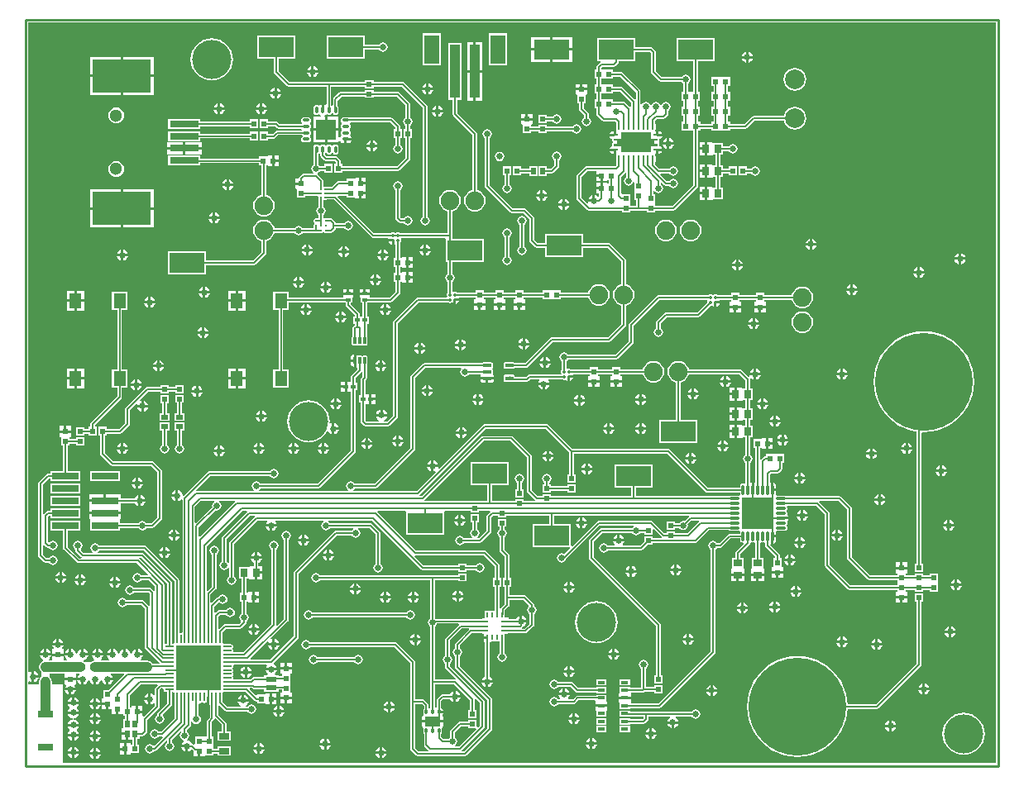
<source format=gtl>
G04*
G04 #@! TF.GenerationSoftware,Altium Limited,Altium Designer,20.1.11 (218)*
G04*
G04 Layer_Physical_Order=1*
G04 Layer_Color=255*
%FSLAX25Y25*%
%MOIN*%
G70*
G04*
G04 #@! TF.SameCoordinates,9738943D-FDB6-407F-A489-FF49C37398C0*
G04*
G04*
G04 #@! TF.FilePolarity,Positive*
G04*
G01*
G75*
%ADD11C,0.01000*%
%ADD15C,0.00600*%
%ADD23R,0.01968X0.02362*%
%ADD24R,0.10984X0.02913*%
%ADD25R,0.02362X0.01968*%
G04:AMPARAMS|DCode=26|XSize=9.45mil|YSize=23.62mil|CornerRadius=1.98mil|HoleSize=0mil|Usage=FLASHONLY|Rotation=0.000|XOffset=0mil|YOffset=0mil|HoleType=Round|Shape=RoundedRectangle|*
%AMROUNDEDRECTD26*
21,1,0.00945,0.01965,0,0,0.0*
21,1,0.00548,0.02362,0,0,0.0*
1,1,0.00397,0.00274,-0.00983*
1,1,0.00397,-0.00274,-0.00983*
1,1,0.00397,-0.00274,0.00983*
1,1,0.00397,0.00274,0.00983*
%
%ADD26ROUNDEDRECTD26*%
G04:AMPARAMS|DCode=27|XSize=9.45mil|YSize=23.62mil|CornerRadius=1.98mil|HoleSize=0mil|Usage=FLASHONLY|Rotation=270.000|XOffset=0mil|YOffset=0mil|HoleType=Round|Shape=RoundedRectangle|*
%AMROUNDEDRECTD27*
21,1,0.00945,0.01965,0,0,270.0*
21,1,0.00548,0.02362,0,0,270.0*
1,1,0.00397,-0.00983,-0.00274*
1,1,0.00397,-0.00983,0.00274*
1,1,0.00397,0.00983,0.00274*
1,1,0.00397,0.00983,-0.00274*
%
%ADD27ROUNDEDRECTD27*%
G04:AMPARAMS|DCode=28|XSize=17.72mil|YSize=11.81mil|CornerRadius=1.95mil|HoleSize=0mil|Usage=FLASHONLY|Rotation=90.000|XOffset=0mil|YOffset=0mil|HoleType=Round|Shape=RoundedRectangle|*
%AMROUNDEDRECTD28*
21,1,0.01772,0.00791,0,0,90.0*
21,1,0.01382,0.01181,0,0,90.0*
1,1,0.00390,0.00396,0.00691*
1,1,0.00390,0.00396,-0.00691*
1,1,0.00390,-0.00396,-0.00691*
1,1,0.00390,-0.00396,0.00691*
%
%ADD28ROUNDEDRECTD28*%
%ADD29O,0.03740X0.00787*%
%ADD30O,0.00787X0.03740*%
%ADD31R,0.18110X0.18110*%
%ADD32O,0.02953X0.01181*%
%ADD33O,0.01181X0.02953*%
%ADD34R,0.14370X0.08071*%
%ADD35R,0.05906X0.02913*%
%ADD36R,0.11811X0.02756*%
%ADD37R,0.23779X0.13386*%
%ADD38R,0.03937X0.21654*%
%ADD39R,0.06299X0.11811*%
%ADD40R,0.02362X0.02362*%
%ADD41R,0.02362X0.02362*%
%ADD42R,0.01968X0.02756*%
%ADD43R,0.02953X0.03347*%
%ADD44R,0.02953X0.01378*%
G04:AMPARAMS|DCode=46|XSize=15.75mil|YSize=33.47mil|CornerRadius=1.97mil|HoleSize=0mil|Usage=FLASHONLY|Rotation=90.000|XOffset=0mil|YOffset=0mil|HoleType=Round|Shape=RoundedRectangle|*
%AMROUNDEDRECTD46*
21,1,0.01575,0.02953,0,0,90.0*
21,1,0.01181,0.03347,0,0,90.0*
1,1,0.00394,0.01476,0.00591*
1,1,0.00394,0.01476,-0.00591*
1,1,0.00394,-0.01476,-0.00591*
1,1,0.00394,-0.01476,0.00591*
%
%ADD46ROUNDEDRECTD46*%
G04:AMPARAMS|DCode=47|XSize=38.98mil|YSize=10.63mil|CornerRadius=1.33mil|HoleSize=0mil|Usage=FLASHONLY|Rotation=270.000|XOffset=0mil|YOffset=0mil|HoleType=Round|Shape=RoundedRectangle|*
%AMROUNDEDRECTD47*
21,1,0.03898,0.00797,0,0,270.0*
21,1,0.03632,0.01063,0,0,270.0*
1,1,0.00266,-0.00399,-0.01816*
1,1,0.00266,-0.00399,0.01816*
1,1,0.00266,0.00399,0.01816*
1,1,0.00266,0.00399,-0.01816*
%
%ADD47ROUNDEDRECTD47*%
G04:AMPARAMS|DCode=48|XSize=38.98mil|YSize=10.63mil|CornerRadius=1.33mil|HoleSize=0mil|Usage=FLASHONLY|Rotation=180.000|XOffset=0mil|YOffset=0mil|HoleType=Round|Shape=RoundedRectangle|*
%AMROUNDEDRECTD48*
21,1,0.03898,0.00797,0,0,180.0*
21,1,0.03632,0.01063,0,0,180.0*
1,1,0.00266,-0.01816,0.00399*
1,1,0.00266,0.01816,0.00399*
1,1,0.00266,0.01816,-0.00399*
1,1,0.00266,-0.01816,-0.00399*
%
%ADD48ROUNDEDRECTD48*%
%ADD49R,0.03347X0.02953*%
%ADD50C,0.00906*%
%ADD51R,0.02047X0.01181*%
G04:AMPARAMS|DCode=52|XSize=11.81mil|YSize=29.53mil|CornerRadius=1.95mil|HoleSize=0mil|Usage=FLASHONLY|Rotation=180.000|XOffset=0mil|YOffset=0mil|HoleType=Round|Shape=RoundedRectangle|*
%AMROUNDEDRECTD52*
21,1,0.01181,0.02563,0,0,180.0*
21,1,0.00791,0.02953,0,0,180.0*
1,1,0.00390,-0.00396,0.01282*
1,1,0.00390,0.00396,0.01282*
1,1,0.00390,0.00396,-0.01282*
1,1,0.00390,-0.00396,-0.01282*
%
%ADD52ROUNDEDRECTD52*%
%ADD53R,0.01968X0.01772*%
%ADD55R,0.02756X0.01968*%
%ADD56R,0.04000X0.02500*%
%ADD57R,0.02362X0.02756*%
%ADD58R,0.00984X0.01870*%
%ADD59R,0.01870X0.00984*%
%ADD60R,0.05118X0.06102*%
G04:AMPARAMS|DCode=65|XSize=11.81mil|YSize=11.81mil|CornerRadius=1.95mil|HoleSize=0mil|Usage=FLASHONLY|Rotation=0.000|XOffset=0mil|YOffset=0mil|HoleType=Round|Shape=RoundedRectangle|*
%AMROUNDEDRECTD65*
21,1,0.01181,0.00791,0,0,0.0*
21,1,0.00791,0.01181,0,0,0.0*
1,1,0.00390,0.00396,-0.00396*
1,1,0.00390,-0.00396,-0.00396*
1,1,0.00390,-0.00396,0.00396*
1,1,0.00390,0.00396,0.00396*
%
%ADD65ROUNDEDRECTD65*%
G04:AMPARAMS|DCode=66|XSize=39.37mil|YSize=62.99mil|CornerRadius=1.97mil|HoleSize=0mil|Usage=FLASHONLY|Rotation=90.000|XOffset=0mil|YOffset=0mil|HoleType=Round|Shape=RoundedRectangle|*
%AMROUNDEDRECTD66*
21,1,0.03937,0.05906,0,0,90.0*
21,1,0.03543,0.06299,0,0,90.0*
1,1,0.00394,0.02953,0.01772*
1,1,0.00394,0.02953,-0.01772*
1,1,0.00394,-0.02953,-0.01772*
1,1,0.00394,-0.02953,0.01772*
%
%ADD66ROUNDEDRECTD66*%
%ADD104R,0.08268X0.08268*%
%ADD105C,0.01339*%
%ADD106R,0.12795X0.12795*%
%ADD107C,0.00965*%
%ADD108R,0.04488X0.02264*%
%ADD109C,0.03900*%
%ADD110C,0.05118*%
%ADD111C,0.07874*%
%ADD112C,0.15748*%
%ADD113C,0.07500*%
%ADD114C,0.39370*%
%ADD115C,0.02500*%
G36*
X390879Y1122D02*
X15000D01*
X15000Y33000D01*
X10600D01*
Y34000D01*
X10402Y34995D01*
X9838Y35838D01*
X9781Y35877D01*
Y36687D01*
X9781Y36813D01*
Y37187D01*
X9994Y37400D01*
X15396D01*
X15819Y37213D01*
Y35531D01*
X18000D01*
X20181D01*
Y37213D01*
X20604Y37400D01*
X21642D01*
X21794Y36900D01*
X21378Y36622D01*
X20880Y35878D01*
X20805Y35500D01*
X23000D01*
Y35000D01*
X23500D01*
Y32805D01*
X23878Y32880D01*
X24622Y33378D01*
X25120Y34122D01*
X25245Y34754D01*
X25755D01*
X25881Y34122D01*
X26378Y33378D01*
X27122Y32880D01*
X27500Y32805D01*
Y35000D01*
X28500D01*
Y32805D01*
X28878Y32880D01*
X29622Y33378D01*
X30119Y34122D01*
X30245Y34754D01*
X30755D01*
X30880Y34122D01*
X31378Y33378D01*
X32122Y32880D01*
X32500Y32805D01*
Y35000D01*
X33000D01*
Y35500D01*
X35195D01*
X35120Y35878D01*
X34622Y36622D01*
X34206Y36900D01*
X34358Y37400D01*
X39512D01*
X39703Y36938D01*
X33483Y30718D01*
X31219D01*
Y27181D01*
X30819D01*
Y25500D01*
X33000D01*
Y25000D01*
X33500D01*
Y22819D01*
X34819D01*
Y20850D01*
X36500D01*
Y23031D01*
X37500D01*
Y20850D01*
X39181D01*
X39219Y20366D01*
Y20156D01*
X40082D01*
Y18915D01*
X39219D01*
Y15378D01*
X38819D01*
Y13500D01*
X41000D01*
Y13000D01*
X41500D01*
Y10622D01*
X43082D01*
Y8718D01*
X42244D01*
Y9118D01*
X40563D01*
Y6937D01*
Y4756D01*
X42244D01*
Y5156D01*
X45781D01*
Y8718D01*
X44918D01*
Y11022D01*
X45931D01*
Y12082D01*
X47000D01*
X47351Y12152D01*
X47649Y12351D01*
X48712Y13414D01*
X48911Y13712D01*
X48981Y14063D01*
Y18683D01*
X53649Y23351D01*
X53848Y23649D01*
X53918Y24000D01*
Y30620D01*
X54752Y31454D01*
X55269Y31421D01*
X55542Y31008D01*
X55510Y30850D01*
X55588Y30463D01*
X55807Y30134D01*
X56136Y29914D01*
X56524Y29837D01*
X57082D01*
Y25380D01*
X53351Y21649D01*
X53152Y21351D01*
X53082Y21000D01*
Y20612D01*
X52666Y20334D01*
X52257Y19722D01*
X52114Y19000D01*
X52257Y18278D01*
X52666Y17666D01*
X53278Y17257D01*
X54000Y17114D01*
X54722Y17257D01*
X55334Y17666D01*
X55743Y18278D01*
X55886Y19000D01*
X55743Y19722D01*
X55334Y20334D01*
X55273Y20976D01*
X58649Y24351D01*
X58848Y24649D01*
X58918Y25000D01*
Y29837D01*
X59476D01*
X59559Y29769D01*
Y29457D01*
X59872D01*
X59940Y29374D01*
Y26421D01*
X60017Y26033D01*
X60035Y26006D01*
Y19333D01*
X54620Y13918D01*
X53612D01*
X53334Y14334D01*
X52722Y14743D01*
X52000Y14886D01*
X51278Y14743D01*
X50666Y14334D01*
X50257Y13722D01*
X50114Y13000D01*
X50257Y12278D01*
X50666Y11666D01*
X51278Y11257D01*
X52000Y11114D01*
X52722Y11257D01*
X53334Y11666D01*
X53612Y12082D01*
X55000D01*
X55097Y12102D01*
X55343Y11641D01*
X51976Y8273D01*
X51334Y8334D01*
X50722Y8743D01*
X50000Y8886D01*
X49278Y8743D01*
X48666Y8334D01*
X48257Y7722D01*
X48114Y7000D01*
X48257Y6278D01*
X48666Y5666D01*
X49278Y5257D01*
X50000Y5114D01*
X50722Y5257D01*
X51334Y5666D01*
X51612Y6082D01*
X52000D01*
X52351Y6152D01*
X52649Y6351D01*
X56620Y10323D01*
X57082Y10131D01*
Y9612D01*
X56666Y9334D01*
X56257Y8722D01*
X56114Y8000D01*
X56257Y7278D01*
X56666Y6666D01*
X57278Y6257D01*
X58000Y6114D01*
X58722Y6257D01*
X59334Y6666D01*
X59743Y7278D01*
X59886Y8000D01*
X59743Y8722D01*
X59334Y9334D01*
X58918Y9612D01*
Y10620D01*
X62299Y14001D01*
X62819Y13815D01*
X62831Y13694D01*
X62666Y13584D01*
X62257Y12972D01*
X62114Y12250D01*
X62257Y11528D01*
X62666Y10916D01*
X63278Y10507D01*
X63682Y10427D01*
X63788Y9896D01*
X63378Y9622D01*
X62881Y8878D01*
X62805Y8500D01*
X65000D01*
Y8000D01*
X65500D01*
Y5805D01*
X65878Y5881D01*
X66622Y6378D01*
X66685Y6471D01*
X67182Y6520D01*
X67621Y6081D01*
X67819Y5949D01*
Y3882D01*
X69500D01*
Y6063D01*
X70500D01*
Y3882D01*
X71977D01*
X71978Y3882D01*
X72181Y3882D01*
X72422Y4282D01*
X72681Y4282D01*
X75781D01*
Y5082D01*
X77400D01*
Y4150D01*
X82600D01*
Y7850D01*
X77400D01*
Y6918D01*
X75781D01*
Y7719D01*
X75781Y7844D01*
Y8219D01*
X75781Y8344D01*
Y11781D01*
X74918D01*
Y17620D01*
X75775Y18477D01*
X75974Y18775D01*
X76015Y18981D01*
X76379Y19148D01*
X76544Y19159D01*
X79082Y16620D01*
Y13850D01*
X77400D01*
Y10150D01*
X82600D01*
Y13850D01*
X80918D01*
Y17000D01*
X80848Y17351D01*
X80649Y17649D01*
X77618Y20679D01*
Y24377D01*
X78118Y24584D01*
X80351Y22351D01*
X80649Y22152D01*
X81000Y22082D01*
X89388D01*
X89666Y21666D01*
X90278Y21257D01*
X91000Y21114D01*
X91722Y21257D01*
X92334Y21666D01*
X92743Y22278D01*
X92886Y23000D01*
X92743Y23722D01*
X92334Y24334D01*
X91722Y24743D01*
X91000Y24886D01*
X90278Y24743D01*
X89666Y24334D01*
X89388Y23918D01*
X88816D01*
X88664Y24418D01*
X89277Y24827D01*
X89774Y25572D01*
X89850Y25949D01*
X85460D01*
X85535Y25572D01*
X86033Y24827D01*
X86646Y24418D01*
X86494Y23918D01*
X81380D01*
X79220Y26077D01*
X79289Y26421D01*
Y29374D01*
X79357Y29457D01*
X79669D01*
Y29769D01*
X79752Y29837D01*
X82705D01*
X83092Y29914D01*
X83120Y29933D01*
X88770D01*
X92351Y26351D01*
X92649Y26152D01*
X93000Y26082D01*
X93219D01*
Y25219D01*
X96756D01*
Y24819D01*
X98437D01*
Y27000D01*
Y29181D01*
X96756D01*
Y28781D01*
X93219D01*
Y28732D01*
X92757Y28541D01*
X90290Y31008D01*
X90497Y31508D01*
X91195D01*
X91351Y31351D01*
X91649Y31152D01*
X92000Y31082D01*
X96156D01*
Y30040D01*
X101844D01*
Y30854D01*
X103219D01*
Y29630D01*
X102819D01*
Y27949D01*
X105000D01*
X107181D01*
Y29630D01*
X106781D01*
Y33167D01*
X106781D01*
Y33605D01*
X106781D01*
Y37142D01*
X107181D01*
Y38823D01*
X105000D01*
X102819D01*
Y37142D01*
X103219D01*
Y36303D01*
X101844D01*
Y36732D01*
X100555D01*
X100404Y37232D01*
X100622Y37378D01*
X101119Y38122D01*
X101195Y38500D01*
X96805D01*
X96881Y38122D01*
X97378Y37378D01*
X97596Y37232D01*
X97445Y36732D01*
X96156D01*
Y35918D01*
X92000D01*
X91649Y35848D01*
X91351Y35649D01*
X90620Y34918D01*
X84016D01*
X83687Y35418D01*
X83718Y35575D01*
X83641Y35963D01*
X83421Y36291D01*
Y36433D01*
X83641Y36762D01*
X83718Y37150D01*
X83641Y37537D01*
X83421Y37866D01*
Y38008D01*
X83641Y38337D01*
X83718Y38724D01*
X83641Y39112D01*
X83421Y39441D01*
Y39583D01*
X83641Y39911D01*
X83718Y40299D01*
X83687Y40456D01*
X84016Y40956D01*
X97047D01*
X97267Y40456D01*
X96881Y39878D01*
X96805Y39500D01*
X101195D01*
X101119Y39878D01*
X100622Y40622D01*
X100026Y41021D01*
X99909Y41498D01*
X99919Y41621D01*
X109649Y51351D01*
X109848Y51649D01*
X109918Y52000D01*
Y77620D01*
X125380Y93082D01*
X131388D01*
X131666Y92666D01*
X132278Y92257D01*
X133000Y92114D01*
X133722Y92257D01*
X134334Y92666D01*
X134743Y93278D01*
X134886Y94000D01*
X134743Y94722D01*
X134334Y95334D01*
X133962Y95582D01*
X134113Y96082D01*
X138620D01*
X141082Y93620D01*
Y81612D01*
X140666Y81334D01*
X140257Y80722D01*
X140114Y80000D01*
X140257Y79278D01*
X140666Y78666D01*
X141278Y78257D01*
X142000Y78114D01*
X142722Y78257D01*
X143334Y78666D01*
X143743Y79278D01*
X143886Y80000D01*
X143743Y80722D01*
X143334Y81334D01*
X142918Y81612D01*
Y94000D01*
X142848Y94351D01*
X142649Y94649D01*
X139649Y97649D01*
X139351Y97848D01*
X139000Y97918D01*
X122612D01*
X122334Y98334D01*
X121962Y98582D01*
X122113Y99082D01*
X139620D01*
X159351Y79351D01*
X159649Y79152D01*
X160000Y79082D01*
X174219D01*
Y78416D01*
X177781D01*
Y79082D01*
X181388D01*
X181666Y78666D01*
X182278Y78257D01*
X183000Y78114D01*
X183722Y78257D01*
X184334Y78666D01*
X184743Y79278D01*
X184886Y80000D01*
X184743Y80722D01*
X184334Y81334D01*
X183722Y81743D01*
X183000Y81886D01*
X182278Y81743D01*
X181666Y81334D01*
X181388Y80918D01*
X177781D01*
Y81584D01*
X174219D01*
Y80918D01*
X160380D01*
X156657Y84641D01*
X156903Y85102D01*
X157000Y85082D01*
X184620D01*
X189114Y80588D01*
Y75781D01*
X188416D01*
Y72219D01*
X189114D01*
Y62535D01*
X185002D01*
Y59484D01*
X183920D01*
Y59309D01*
X165377D01*
X165334Y59374D01*
X164918Y59652D01*
Y75082D01*
X174219D01*
Y74479D01*
X177781D01*
Y77647D01*
X174219D01*
Y76918D01*
X118612D01*
X118334Y77334D01*
X117722Y77743D01*
X117000Y77886D01*
X116278Y77743D01*
X115666Y77334D01*
X115257Y76722D01*
X115114Y76000D01*
X115257Y75278D01*
X115666Y74666D01*
X116278Y74257D01*
X117000Y74114D01*
X117722Y74257D01*
X118334Y74666D01*
X118612Y75082D01*
X163082D01*
Y59652D01*
X162666Y59374D01*
X162257Y58762D01*
X162114Y58040D01*
X162257Y57318D01*
X162666Y56707D01*
X163082Y56428D01*
Y34000D01*
Y23527D01*
X162582Y23319D01*
X162359Y23541D01*
Y24559D01*
X162289Y24910D01*
X162090Y25208D01*
X160649Y26649D01*
X160351Y26848D01*
X160000Y26918D01*
X156918D01*
Y42000D01*
X156848Y42351D01*
X156649Y42649D01*
X149649Y49649D01*
X149351Y49848D01*
X149000Y49918D01*
X114612D01*
X114334Y50334D01*
X113722Y50743D01*
X113000Y50886D01*
X112278Y50743D01*
X111666Y50334D01*
X111257Y49722D01*
X111114Y49000D01*
X111257Y48278D01*
X111666Y47666D01*
X112278Y47257D01*
X113000Y47114D01*
X113722Y47257D01*
X114334Y47666D01*
X114612Y48082D01*
X148620D01*
X155082Y41620D01*
Y26000D01*
Y7000D01*
X155152Y6649D01*
X155351Y6351D01*
X157351Y4351D01*
X157649Y4152D01*
X158000Y4082D01*
X177000D01*
X177351Y4152D01*
X177649Y4351D01*
X187649Y14351D01*
X187848Y14649D01*
X187918Y15000D01*
Y27000D01*
X187848Y27351D01*
X187649Y27649D01*
X174918Y40380D01*
Y44388D01*
X175334Y44666D01*
X175743Y45278D01*
X175886Y46000D01*
X175743Y46722D01*
X175334Y47334D01*
X174918Y47612D01*
Y48620D01*
X179835Y53537D01*
X183920D01*
Y53363D01*
X184602D01*
Y52346D01*
X186094D01*
Y51346D01*
X184602D01*
Y49911D01*
X185082D01*
Y36093D01*
X184378Y35622D01*
X183880Y34878D01*
X183805Y34500D01*
X188195D01*
X188119Y34878D01*
X187622Y35622D01*
X186918Y36093D01*
Y49911D01*
X187587D01*
Y50311D01*
X191082D01*
Y45612D01*
X190666Y45334D01*
X190257Y44722D01*
X190114Y44000D01*
X190257Y43278D01*
X190666Y42666D01*
X191278Y42257D01*
X192000Y42114D01*
X192722Y42257D01*
X193334Y42666D01*
X193743Y43278D01*
X193886Y44000D01*
X193743Y44722D01*
X193334Y45334D01*
X192918Y45612D01*
Y50311D01*
X193092D01*
Y53363D01*
X194175D01*
Y53537D01*
X201455D01*
X201806Y53607D01*
X202104Y53806D01*
X204649Y56351D01*
X204848Y56649D01*
X204918Y57000D01*
Y61388D01*
X205334Y61666D01*
X205743Y62278D01*
X205886Y63000D01*
X205743Y63722D01*
X205334Y64334D01*
X204918Y64612D01*
Y65000D01*
X204848Y65351D01*
X204649Y65649D01*
X201649Y68649D01*
X201351Y68848D01*
X201000Y68918D01*
X194918D01*
Y72219D01*
X195521D01*
Y75781D01*
X194918D01*
Y85000D01*
X194848Y85351D01*
X194649Y85649D01*
X192918Y87380D01*
Y92388D01*
X193334Y92666D01*
X193743Y93278D01*
X193886Y94000D01*
X193743Y94722D01*
X193334Y95334D01*
X192918Y95612D01*
Y96479D01*
X193781D01*
Y99647D01*
X190219D01*
Y96479D01*
X191082D01*
Y95612D01*
X190666Y95334D01*
X190257Y94722D01*
X190114Y94000D01*
X190257Y93278D01*
X190666Y92666D01*
X191082Y92388D01*
Y87000D01*
X191152Y86649D01*
X191351Y86351D01*
X193082Y84620D01*
Y75781D01*
X192353D01*
Y72219D01*
X193082D01*
Y68352D01*
Y65380D01*
X191543Y63841D01*
X191449Y63700D01*
X190949Y63852D01*
Y72219D01*
X191584D01*
Y75781D01*
X190949D01*
Y80968D01*
X190879Y81320D01*
X190680Y81617D01*
X185649Y86649D01*
X185351Y86848D01*
X185000Y86918D01*
X157380D01*
X141747Y102551D01*
X141853Y102936D01*
X141936Y103051D01*
X153011D01*
X153215Y102635D01*
Y93365D01*
X168785D01*
Y102635D01*
X168989Y103051D01*
X179219D01*
Y102384D01*
X182781D01*
Y103051D01*
X187064D01*
X187146Y102936D01*
X187253Y102551D01*
X186027Y101324D01*
X185828Y101027D01*
X185758Y100675D01*
Y95056D01*
X182620Y91918D01*
X182113D01*
X181962Y92418D01*
X182334Y92666D01*
X182743Y93278D01*
X182886Y94000D01*
X182743Y94722D01*
X182334Y95334D01*
X181918Y95612D01*
Y98447D01*
X182781D01*
Y101616D01*
X179219D01*
Y98447D01*
X180082D01*
Y95612D01*
X179666Y95334D01*
X179257Y94722D01*
X179114Y94000D01*
X179257Y93278D01*
X179666Y92666D01*
X180038Y92418D01*
X179887Y91918D01*
X176612D01*
X176334Y92334D01*
X175722Y92743D01*
X175000Y92886D01*
X174278Y92743D01*
X173666Y92334D01*
X173257Y91722D01*
X173114Y91000D01*
X173257Y90278D01*
X173666Y89666D01*
X174278Y89257D01*
X175000Y89114D01*
X175722Y89257D01*
X176334Y89666D01*
X176612Y90082D01*
X183000D01*
X183351Y90152D01*
X183649Y90351D01*
X187324Y94027D01*
X187523Y94324D01*
X187593Y94675D01*
Y100295D01*
X188380Y101082D01*
X190219D01*
Y100416D01*
X193781D01*
Y101082D01*
X211082D01*
Y97635D01*
X204215D01*
Y88365D01*
X219360D01*
X219567Y87865D01*
X217155Y85453D01*
X216722Y85743D01*
X216000Y85886D01*
X215278Y85743D01*
X214666Y85334D01*
X214257Y84722D01*
X214114Y84000D01*
X214257Y83278D01*
X214666Y82666D01*
X215278Y82257D01*
X216000Y82114D01*
X216722Y82257D01*
X217334Y82666D01*
X217743Y83278D01*
X217784Y83486D01*
X231380Y97082D01*
X244887D01*
X245038Y96582D01*
X244666Y96334D01*
X244388Y95918D01*
X232000D01*
X231649Y95848D01*
X231351Y95649D01*
X227351Y91649D01*
X227152Y91351D01*
X227082Y91000D01*
Y84000D01*
X227152Y83649D01*
X227351Y83351D01*
X254082Y56620D01*
Y36521D01*
X253219D01*
Y33353D01*
X256781D01*
Y36521D01*
X255918D01*
Y57000D01*
X255848Y57351D01*
X255649Y57649D01*
X228918Y84380D01*
Y90620D01*
X232380Y94082D01*
X244388D01*
X244666Y93666D01*
X245278Y93257D01*
X246000Y93114D01*
X246722Y93257D01*
X247334Y93666D01*
X247570Y94019D01*
X249219D01*
Y93353D01*
X252781D01*
Y95268D01*
X253243Y95459D01*
X256285Y92418D01*
X256234Y92149D01*
X256100Y91918D01*
X252781D01*
Y92584D01*
X249219D01*
Y90517D01*
X247620Y88918D01*
X240765D01*
X240649Y89418D01*
X241120Y90122D01*
X241195Y90500D01*
X236805D01*
X236880Y90122D01*
X237351Y89418D01*
X237235Y88918D01*
X234612D01*
X234334Y89334D01*
X233722Y89743D01*
X233000Y89886D01*
X232278Y89743D01*
X231666Y89334D01*
X231257Y88722D01*
X231114Y88000D01*
X231257Y87278D01*
X231666Y86666D01*
X232278Y86257D01*
X233000Y86114D01*
X233722Y86257D01*
X234334Y86666D01*
X234612Y87082D01*
X248000D01*
X248351Y87152D01*
X248649Y87351D01*
X250713Y89416D01*
X252781D01*
Y90082D01*
X270000D01*
X270351Y90152D01*
X270649Y90351D01*
X275475Y95177D01*
X283358D01*
X283364Y95167D01*
X283607Y95006D01*
X283893Y94949D01*
X287525D01*
X287602Y94885D01*
Y94602D01*
X287885D01*
X287949Y94525D01*
Y93626D01*
X283709D01*
X283358Y93556D01*
X283060Y93357D01*
X279620Y89918D01*
X278612D01*
X278334Y90334D01*
X277722Y90743D01*
X277000Y90886D01*
X276278Y90743D01*
X275666Y90334D01*
X275257Y89722D01*
X275114Y89000D01*
X275257Y88278D01*
X275666Y87666D01*
X276082Y87388D01*
Y46380D01*
X254919Y25217D01*
X243993D01*
X243854Y25717D01*
X243925Y25760D01*
X243925Y25830D01*
X243925Y25830D01*
Y26949D01*
X238972D01*
Y25830D01*
X238972Y25830D01*
Y25760D01*
X239372Y25518D01*
X239372Y25260D01*
Y23010D01*
X243525D01*
Y23382D01*
X255299D01*
X255650Y23451D01*
X255948Y23650D01*
X277649Y45351D01*
X277848Y45649D01*
X277918Y46000D01*
Y87388D01*
X278334Y87666D01*
X278612Y88082D01*
X280000D01*
X280351Y88152D01*
X280649Y88351D01*
X284089Y91791D01*
X287949D01*
Y90893D01*
X288005Y90607D01*
X288168Y90364D01*
X288410Y90202D01*
X288696Y90145D01*
X289141D01*
X289348Y89645D01*
X286351Y86649D01*
X286152Y86351D01*
X286082Y86000D01*
Y84076D01*
X284727D01*
Y80055D01*
X284727Y79924D01*
X284409Y79555D01*
X284327D01*
Y77579D01*
X287000D01*
X289673D01*
Y79555D01*
X289591D01*
X289273Y79924D01*
X289273Y80055D01*
Y84076D01*
X287918D01*
Y85620D01*
X291712Y89414D01*
X291911Y89712D01*
X291943Y89871D01*
X292090Y89992D01*
X292362Y90149D01*
X292481Y90176D01*
X292633Y90145D01*
X293430D01*
X293582Y90176D01*
X293969Y89956D01*
X294082Y89846D01*
Y84076D01*
X292727D01*
Y80055D01*
X292727Y79924D01*
X292409Y79555D01*
X292327D01*
Y77579D01*
X295000D01*
Y77079D01*
D01*
Y77579D01*
X297673D01*
Y79555D01*
X297591D01*
X297273Y79924D01*
X297273Y80055D01*
Y84076D01*
X295918D01*
Y89846D01*
X296031Y89956D01*
X296418Y90176D01*
X296570Y90145D01*
X297367D01*
X297519Y90176D01*
X297906Y89956D01*
X298019Y89846D01*
Y89063D01*
X298089Y88712D01*
X298288Y88414D01*
X302082Y84620D01*
Y83781D01*
X301219D01*
Y80244D01*
X300819D01*
Y78563D01*
X303000D01*
X305181D01*
Y80244D01*
X304781D01*
Y83781D01*
X303918D01*
Y85000D01*
X303848Y85351D01*
X303649Y85649D01*
X300157Y89141D01*
X300271Y89713D01*
X300355Y89768D01*
X300406Y89758D01*
Y92709D01*
X300905D01*
Y93209D01*
X302459D01*
Y94474D01*
X302461Y94526D01*
X302877Y94949D01*
X306107D01*
X306393Y95006D01*
X306636Y95167D01*
X306798Y95410D01*
X306855Y95696D01*
Y96493D01*
X306798Y96779D01*
X306636Y97022D01*
Y97136D01*
X306798Y97378D01*
X306855Y97664D01*
Y98462D01*
X306800Y98734D01*
X306924Y98816D01*
X307174Y99191D01*
X307242Y99532D01*
X304291D01*
Y100531D01*
X307242D01*
X307174Y100872D01*
X306924Y101247D01*
X306800Y101330D01*
X306855Y101601D01*
Y102399D01*
X306798Y102685D01*
X306636Y102927D01*
Y103042D01*
X306798Y103284D01*
X306855Y103570D01*
Y104367D01*
X306824Y104519D01*
X307044Y104906D01*
X307154Y105019D01*
X318683D01*
X322145Y101557D01*
Y80937D01*
X322215Y80586D01*
X322414Y80288D01*
X331383Y71320D01*
X331680Y71121D01*
X332031Y71051D01*
X351219D01*
Y70213D01*
X350819D01*
Y68532D01*
X353000D01*
X355181D01*
Y70213D01*
X354781D01*
Y71082D01*
X358219D01*
Y70384D01*
X361781D01*
Y71082D01*
X364219D01*
Y70219D01*
X367781D01*
Y73781D01*
X367781D01*
Y74156D01*
X367781D01*
Y77718D01*
X364219D01*
Y76855D01*
X361781D01*
Y77584D01*
X358219D01*
Y76855D01*
X354781D01*
Y77756D01*
X355181D01*
Y79437D01*
X353000D01*
X350819D01*
Y77756D01*
X351219D01*
Y76918D01*
X340380D01*
X332918Y84380D01*
Y104000D01*
X332848Y104351D01*
X332649Y104649D01*
X328743Y108554D01*
X328446Y108753D01*
X328095Y108823D01*
X306642D01*
X306636Y108833D01*
X306393Y108994D01*
X306107Y109051D01*
X302877D01*
X302461Y109474D01*
X302459Y109526D01*
Y110791D01*
X300905D01*
Y111291D01*
X300406D01*
Y114242D01*
X300355Y114232D01*
X299855Y114590D01*
Y117557D01*
X300380Y118082D01*
X303000D01*
X303351Y118152D01*
X303649Y118351D01*
X304617Y119320D01*
X304816Y119617D01*
X304886Y119968D01*
Y122219D01*
X305750D01*
Y125781D01*
X302187D01*
Y125781D01*
X301813D01*
Y125781D01*
X298250D01*
Y124918D01*
X298000D01*
X297649Y124848D01*
X297351Y124649D01*
X296418Y123715D01*
X296033Y123822D01*
X295918Y123904D01*
Y128219D01*
X296756D01*
Y127819D01*
X298437D01*
Y130000D01*
Y132181D01*
X296756D01*
Y131781D01*
X293219D01*
Y128219D01*
X294082D01*
Y114590D01*
X293582Y114232D01*
X293531Y114242D01*
Y111291D01*
X292531D01*
Y114242D01*
X292481Y114232D01*
X291981Y114590D01*
Y122430D01*
X292334Y122666D01*
X292743Y123278D01*
X292886Y124000D01*
X292743Y124722D01*
X292334Y125334D01*
X291981Y125570D01*
Y132727D01*
X293076D01*
Y137273D01*
X291981D01*
Y139727D01*
X293076D01*
Y144273D01*
X291981D01*
Y147727D01*
X293076D01*
Y152273D01*
X291918D01*
Y156000D01*
X291870Y156237D01*
X292341Y156432D01*
X292378Y156378D01*
X293122Y155880D01*
X293500Y155805D01*
Y157500D01*
X291805D01*
X291880Y157122D01*
X291488Y156810D01*
X288649Y159649D01*
X288351Y159848D01*
X288000Y159918D01*
X267267D01*
X267238Y160136D01*
X266800Y161194D01*
X266103Y162102D01*
X265194Y162800D01*
X264136Y163238D01*
X263000Y163388D01*
X261864Y163238D01*
X260806Y162800D01*
X259897Y162102D01*
X259200Y161194D01*
X258762Y160136D01*
X258612Y159000D01*
X258762Y157864D01*
X259200Y156806D01*
X259897Y155897D01*
X260806Y155200D01*
X261864Y154762D01*
X262082Y154733D01*
Y139635D01*
X255215D01*
Y130365D01*
X270785D01*
Y139635D01*
X263918D01*
Y154733D01*
X264136Y154762D01*
X265194Y155200D01*
X266103Y155897D01*
X266800Y156806D01*
X267238Y157864D01*
X267267Y158082D01*
X287620D01*
X290082Y155620D01*
Y152273D01*
X289055D01*
X288924Y152273D01*
X288555Y152591D01*
Y152673D01*
X286579D01*
Y150000D01*
Y147327D01*
X288555D01*
Y147409D01*
X288924Y147727D01*
X289055Y147727D01*
X290145D01*
Y144273D01*
X289055D01*
X288924Y144273D01*
X288555Y144591D01*
Y144673D01*
X286579D01*
Y142000D01*
Y139327D01*
X288555D01*
Y139409D01*
X288924Y139727D01*
X289055Y139727D01*
X290145D01*
Y137273D01*
X289055D01*
X288924Y137273D01*
X288555Y137591D01*
Y137673D01*
X286579D01*
Y135000D01*
Y132327D01*
X288555D01*
Y132409D01*
X288924Y132727D01*
X289055Y132727D01*
X290145D01*
Y125654D01*
X289666Y125334D01*
X289257Y124722D01*
X289114Y124000D01*
X289257Y123278D01*
X289666Y122666D01*
X290145Y122346D01*
Y114154D01*
X290032Y114044D01*
X289645Y113824D01*
X289493Y113855D01*
X288696D01*
X288410Y113798D01*
X288168Y113636D01*
X288005Y113393D01*
X287949Y113107D01*
Y112209D01*
X275089D01*
X259649Y127649D01*
X259351Y127848D01*
X259000Y127918D01*
X220380D01*
X210649Y137649D01*
X210351Y137848D01*
X210000Y137918D01*
X185000D01*
X184649Y137848D01*
X184351Y137649D01*
X166512Y119810D01*
X166120Y120122D01*
X166195Y120500D01*
X164500D01*
Y118805D01*
X164878Y118880D01*
X165190Y118488D01*
X157620Y110918D01*
X132113D01*
X131962Y111418D01*
X132334Y111666D01*
X132612Y112082D01*
X141000D01*
X141351Y112152D01*
X141649Y112351D01*
X156649Y127351D01*
X156848Y127649D01*
X156918Y128000D01*
Y156620D01*
X160939Y160641D01*
X175295D01*
X175538Y160141D01*
X175257Y159722D01*
X175114Y159000D01*
X175257Y158278D01*
X175666Y157666D01*
X176278Y157257D01*
X177000Y157114D01*
X177722Y157257D01*
X178334Y157666D01*
X178612Y158082D01*
X183185D01*
X183452Y157582D01*
X183396Y157499D01*
X183303Y157032D01*
Y156941D01*
X186000D01*
X188697D01*
Y157032D01*
X188604Y157499D01*
X188339Y157894D01*
X188167Y158009D01*
X188227Y158098D01*
X188289Y158409D01*
Y159591D01*
X188227Y159901D01*
X188223Y159908D01*
X188091Y160280D01*
X188223Y160652D01*
X188227Y160658D01*
X188289Y160968D01*
Y162150D01*
X188227Y162460D01*
X188051Y162724D01*
X187787Y162900D01*
X187476Y162962D01*
X184524D01*
X184213Y162900D01*
X183949Y162724D01*
X183784Y162477D01*
X160559D01*
X160208Y162407D01*
X159910Y162208D01*
X155351Y157649D01*
X155152Y157351D01*
X155082Y157000D01*
Y128380D01*
X140620Y113918D01*
X132612D01*
X132334Y114334D01*
X131722Y114743D01*
X131000Y114886D01*
X130278Y114743D01*
X129666Y114334D01*
X129257Y113722D01*
X129114Y113000D01*
X129257Y112278D01*
X129666Y111666D01*
X130038Y111418D01*
X129887Y110918D01*
X94113D01*
X93962Y111418D01*
X94334Y111666D01*
X94612Y112082D01*
X118000D01*
X118351Y112152D01*
X118649Y112351D01*
X132649Y126351D01*
X132848Y126649D01*
X132918Y127000D01*
Y151514D01*
X133584D01*
Y154486D01*
X132918D01*
Y156620D01*
X135197Y158899D01*
X135581Y158792D01*
X135697Y158710D01*
Y156994D01*
X135351Y156649D01*
X135152Y156351D01*
X135082Y156000D01*
Y149486D01*
X134416D01*
Y146514D01*
X135082D01*
Y139000D01*
X135152Y138649D01*
X135351Y138351D01*
X136351Y137351D01*
X136649Y137152D01*
X137000Y137082D01*
X146000D01*
X146351Y137152D01*
X146649Y137351D01*
X149649Y140351D01*
X149848Y140649D01*
X149918Y141000D01*
Y178620D01*
X158412Y187114D01*
X170089D01*
X170505Y186836D01*
X171000Y186737D01*
X171495Y186836D01*
X171548Y186871D01*
X171765Y186828D01*
X172317Y186459D01*
X172468Y186429D01*
Y188031D01*
X172968D01*
Y188531D01*
X174571D01*
X174561Y188582D01*
X174829Y189082D01*
X181219D01*
Y188244D01*
X180819D01*
Y186563D01*
X183000D01*
X185181D01*
Y188244D01*
X184781D01*
Y189082D01*
X189219D01*
Y188244D01*
X188819D01*
Y186563D01*
X191000D01*
X193181D01*
Y188244D01*
X192781D01*
Y189082D01*
X197219D01*
Y188244D01*
X196819D01*
Y186563D01*
X199000D01*
X201181D01*
Y188244D01*
X200781D01*
Y189082D01*
X208219D01*
Y188219D01*
X211656D01*
X211781Y188219D01*
X212156D01*
X212281Y188219D01*
X215718D01*
Y189082D01*
X226733D01*
X226762Y188864D01*
X227200Y187806D01*
X227898Y186898D01*
X228806Y186200D01*
X229864Y185762D01*
X231000Y185612D01*
X232136Y185762D01*
X233194Y186200D01*
X234103Y186898D01*
X234800Y187806D01*
X235238Y188864D01*
X235387Y190000D01*
X235238Y191136D01*
X234800Y192194D01*
X234103Y193103D01*
X233194Y193800D01*
X232136Y194238D01*
X231000Y194387D01*
X229864Y194238D01*
X228806Y193800D01*
X227898Y193103D01*
X227200Y192194D01*
X226762Y191136D01*
X226733Y190918D01*
X215718D01*
Y191781D01*
X212281D01*
X212156Y191781D01*
X211781D01*
X211656Y191781D01*
X208219D01*
Y190918D01*
X200781D01*
Y191781D01*
X197219D01*
Y190918D01*
X192781D01*
Y191781D01*
X189219D01*
Y190918D01*
X184781D01*
Y191781D01*
X181219D01*
Y190918D01*
X173880D01*
X173464Y191196D01*
X172968Y191294D01*
X172473Y191196D01*
X172418Y191158D01*
X171918Y191426D01*
Y195388D01*
X172334Y195666D01*
X172743Y196278D01*
X172886Y197000D01*
X172743Y197722D01*
X172334Y198334D01*
X171918Y198612D01*
Y203365D01*
X184785D01*
Y212635D01*
X171918D01*
Y214000D01*
Y223733D01*
X172136Y223762D01*
X173194Y224200D01*
X174102Y224898D01*
X174800Y225806D01*
X175238Y226864D01*
X175388Y228000D01*
X175238Y229136D01*
X174800Y230194D01*
X174102Y231102D01*
X173194Y231800D01*
X172136Y232238D01*
X171000Y232387D01*
X169864Y232238D01*
X168806Y231800D01*
X167897Y231102D01*
X167200Y230194D01*
X166762Y229136D01*
X166613Y228000D01*
X166762Y226864D01*
X167200Y225806D01*
X167897Y224898D01*
X168806Y224200D01*
X169864Y223762D01*
X170082Y223733D01*
Y214902D01*
X150896D01*
X150479Y215180D01*
X149984Y215278D01*
X149489Y215180D01*
X149073Y214902D01*
X148927D01*
X148511Y215180D01*
X148016Y215278D01*
X147520Y215180D01*
X147104Y214902D01*
X140396D01*
X125715Y229582D01*
X125923Y230082D01*
X129416D01*
Y229219D01*
X132453D01*
X132584Y229219D01*
X132953Y228901D01*
Y228819D01*
X134437D01*
Y231000D01*
X134937D01*
Y231500D01*
X136921D01*
Y232819D01*
Y234500D01*
X134937D01*
Y235000D01*
X134437D01*
Y237181D01*
X132953D01*
Y237099D01*
X132584Y236781D01*
X132453Y236781D01*
X129416D01*
Y235918D01*
X126000D01*
X125649Y235848D01*
X125351Y235649D01*
X123195Y233492D01*
X121175D01*
X121064Y233566D01*
X120653Y233648D01*
X120369Y233592D01*
X120011Y233840D01*
X119918Y233951D01*
Y236000D01*
X119848Y236351D01*
X119649Y236649D01*
X117649Y238649D01*
X117552Y238714D01*
X117657Y239245D01*
X117722Y239257D01*
X118334Y239666D01*
X118612Y240082D01*
X120479D01*
Y239219D01*
X123647D01*
Y242781D01*
X120479D01*
Y241918D01*
X118612D01*
X118334Y242334D01*
X117918Y242612D01*
Y246667D01*
X117940Y246781D01*
Y246865D01*
X118110Y246994D01*
X118591Y246918D01*
X118775Y246732D01*
Y246307D01*
X118845Y245956D01*
X119044Y245658D01*
X120351Y244351D01*
X120649Y244152D01*
X121000Y244082D01*
X124620D01*
X125082Y243620D01*
Y242781D01*
X124416D01*
Y239219D01*
X127584D01*
Y240082D01*
X150000D01*
X150351Y240152D01*
X150649Y240351D01*
X154649Y244351D01*
X154848Y244649D01*
X154918Y245000D01*
Y253219D01*
X155584D01*
Y256781D01*
X154918D01*
Y258388D01*
X155334Y258666D01*
X155743Y259278D01*
X155886Y260000D01*
X155743Y260722D01*
X155334Y261334D01*
X154918Y261612D01*
Y267000D01*
X154848Y267351D01*
X154649Y267649D01*
X150649Y271649D01*
X150351Y271848D01*
X150000Y271918D01*
X140281D01*
Y272647D01*
X136719D01*
Y271918D01*
X127000D01*
X126649Y271848D01*
X126351Y271649D01*
X124162Y269460D01*
X123963Y269162D01*
X123893Y268811D01*
Y266622D01*
X123393Y266425D01*
X123170Y266664D01*
Y274082D01*
X136719D01*
Y273416D01*
X140281D01*
Y274082D01*
X151620D01*
X160082Y265620D01*
Y221612D01*
X159666Y221334D01*
X159257Y220722D01*
X159114Y220000D01*
X159257Y219278D01*
X159666Y218666D01*
X160278Y218257D01*
X161000Y218114D01*
X161722Y218257D01*
X162334Y218666D01*
X162743Y219278D01*
X162886Y220000D01*
X162743Y220722D01*
X162334Y221334D01*
X161918Y221612D01*
Y266000D01*
X161848Y266351D01*
X161649Y266649D01*
X152649Y275649D01*
X152351Y275848D01*
X152000Y275918D01*
X140281D01*
Y276584D01*
X136719D01*
Y275918D01*
X106380D01*
X101918Y280380D01*
Y285365D01*
X108785D01*
Y294635D01*
X93215D01*
Y285365D01*
X100082D01*
Y280000D01*
X100152Y279649D01*
X100351Y279351D01*
X105351Y274351D01*
X105649Y274152D01*
X106000Y274082D01*
X121334D01*
Y266968D01*
X121093Y266835D01*
X120834Y266766D01*
X120369Y267077D01*
X120248Y267101D01*
Y264693D01*
X119248D01*
Y267101D01*
X119127Y267077D01*
X118601Y266725D01*
X118529Y266617D01*
X118047Y266437D01*
X117913Y266527D01*
X117654Y266700D01*
X117189Y266793D01*
X116725Y266700D01*
X116331Y266437D01*
X116068Y266043D01*
X115975Y265579D01*
Y263807D01*
X116068Y263342D01*
X116331Y262949D01*
X116725Y262686D01*
X117189Y262593D01*
X117654Y262686D01*
X117913Y262859D01*
X118047Y262949D01*
X118529Y262769D01*
X118601Y262660D01*
X119059Y262354D01*
X119051Y262080D01*
X118976Y261854D01*
X115894D01*
Y257221D01*
X120528D01*
Y261854D01*
X120520D01*
X120445Y262080D01*
X120437Y262354D01*
X120895Y262660D01*
X120967Y262769D01*
X121449Y262949D01*
X121583Y262859D01*
X121843Y262686D01*
X122307Y262593D01*
X122772Y262686D01*
X123165Y262949D01*
X123309Y263163D01*
X123310Y263164D01*
X123863D01*
X123864Y263163D01*
X124008Y262949D01*
X124402Y262686D01*
X124866Y262593D01*
X125331Y262686D01*
X125724Y262949D01*
X125988Y263342D01*
X126080Y263807D01*
Y265579D01*
X125988Y266043D01*
X125729Y266431D01*
Y268431D01*
X127380Y270082D01*
X136719D01*
Y269479D01*
X140281D01*
Y270082D01*
X149620D01*
X153082Y266620D01*
Y261612D01*
X152666Y261334D01*
X152257Y260722D01*
X152114Y260000D01*
X152257Y259278D01*
X152666Y258666D01*
X153082Y258388D01*
Y256781D01*
X152416D01*
Y253219D01*
X153082D01*
Y245380D01*
X149620Y241918D01*
X127584D01*
Y242781D01*
X126918D01*
Y244000D01*
X126848Y244351D01*
X126649Y244649D01*
X125649Y245649D01*
X125351Y245848D01*
X125000Y245918D01*
X121380D01*
X120610Y246687D01*
Y247010D01*
X120750Y247218D01*
X120751Y247219D01*
X121304D01*
X121305Y247218D01*
X121449Y247004D01*
X121843Y246741D01*
X122307Y246648D01*
X122772Y246741D01*
X123165Y247004D01*
X123309Y247218D01*
X123310Y247219D01*
X123863D01*
X123864Y247218D01*
X124008Y247004D01*
X124402Y246741D01*
X124866Y246648D01*
X125331Y246741D01*
X125724Y247004D01*
X125988Y247398D01*
X126080Y247862D01*
Y249634D01*
X125988Y250098D01*
X125724Y250492D01*
X125331Y250755D01*
X124866Y250848D01*
X124402Y250755D01*
X124008Y250492D01*
X123864Y250278D01*
X123863Y250277D01*
X123310D01*
X123309Y250278D01*
X123165Y250492D01*
X122772Y250755D01*
X122307Y250848D01*
X121843Y250755D01*
X121449Y250492D01*
X121305Y250278D01*
X121304Y250277D01*
X120751D01*
X120750Y250278D01*
X120606Y250492D01*
X120213Y250755D01*
X119748Y250848D01*
X119283Y250755D01*
X118890Y250492D01*
X118746Y250278D01*
X118745Y250277D01*
X118192D01*
X118191Y250278D01*
X118047Y250492D01*
X117654Y250755D01*
X117189Y250848D01*
X116725Y250755D01*
X116331Y250492D01*
X116068Y250098D01*
X115975Y249634D01*
Y247862D01*
X116068Y247398D01*
X116105Y247342D01*
Y246872D01*
X116082Y246758D01*
X116082Y246758D01*
Y242612D01*
X115666Y242334D01*
X115257Y241722D01*
X115114Y241000D01*
X115257Y240278D01*
X115666Y239666D01*
X116038Y239418D01*
X115887Y238918D01*
X112000D01*
X111649Y238848D01*
X111351Y238649D01*
X110351Y237649D01*
X110152Y237351D01*
X110082Y237000D01*
Y236921D01*
X108819D01*
Y235437D01*
X111000D01*
Y234437D01*
X108819D01*
Y232953D01*
X108901D01*
X109219Y232584D01*
Y229416D01*
X112781D01*
Y230082D01*
X117617D01*
X117958Y229582D01*
X117927Y229425D01*
X118008Y229014D01*
X118051Y228951D01*
Y225591D01*
X117666Y225334D01*
X117257Y224722D01*
X117114Y224000D01*
X117257Y223278D01*
X117666Y222666D01*
X118051Y222409D01*
Y220973D01*
X117551Y220871D01*
X117422Y220956D01*
X117000Y221041D01*
X116578Y220956D01*
X116220Y220717D01*
X115981Y220359D01*
X115896Y219937D01*
X115981Y219515D01*
X116220Y219157D01*
Y218749D01*
X115981Y218391D01*
X115896Y217969D01*
X115981Y217546D01*
X116066Y217418D01*
X115963Y216918D01*
X111612D01*
X111334Y217334D01*
X110722Y217743D01*
X110000Y217886D01*
X109278Y217743D01*
X108666Y217334D01*
X108388Y216918D01*
X100267D01*
X100238Y217136D01*
X99800Y218194D01*
X99102Y219103D01*
X98194Y219800D01*
X97136Y220238D01*
X96000Y220388D01*
X94864Y220238D01*
X93806Y219800D01*
X92897Y219103D01*
X92200Y218194D01*
X91762Y217136D01*
X91612Y216000D01*
X91762Y214864D01*
X92200Y213806D01*
X92897Y212897D01*
X93806Y212200D01*
X94864Y211762D01*
X95082Y211733D01*
Y207380D01*
X91620Y203918D01*
X72785D01*
Y207635D01*
X57215D01*
Y198365D01*
X72785D01*
Y202082D01*
X92000D01*
X92351Y202152D01*
X92649Y202351D01*
X96649Y206351D01*
X96848Y206649D01*
X96918Y207000D01*
Y211733D01*
X97136Y211762D01*
X98194Y212200D01*
X99102Y212897D01*
X99800Y213806D01*
X100238Y214864D01*
X100267Y215082D01*
X108388D01*
X108666Y214666D01*
X109278Y214257D01*
X110000Y214114D01*
X110722Y214257D01*
X111334Y214666D01*
X111612Y215082D01*
X116425D01*
X116578Y214981D01*
X117000Y214896D01*
X117422Y214981D01*
X117575Y215082D01*
X118394D01*
X118546Y214981D01*
X118968Y214896D01*
X119391Y214981D01*
X119749Y215220D01*
X120157D01*
X120515Y214981D01*
X120937Y214896D01*
X121359Y214981D01*
X121512Y215082D01*
X123000D01*
X123351Y215152D01*
X123649Y215351D01*
X124649Y216351D01*
X124848Y216649D01*
X124918Y217000D01*
Y217082D01*
X128388D01*
X128666Y216666D01*
X129278Y216257D01*
X130000Y216114D01*
X130722Y216257D01*
X131334Y216666D01*
X131743Y217278D01*
X131886Y218000D01*
X131743Y218722D01*
X131334Y219334D01*
X130722Y219743D01*
X130000Y219886D01*
X129278Y219743D01*
X128666Y219334D01*
X128388Y218918D01*
X124918D01*
Y219000D01*
X124848Y219351D01*
X124649Y219649D01*
X123712Y220586D01*
X123414Y220785D01*
X123063Y220855D01*
X121512D01*
X121359Y220956D01*
X120937Y221041D01*
X120515Y220956D01*
X120386Y220871D01*
X119886Y221138D01*
Y222367D01*
X120334Y222666D01*
X120743Y223278D01*
X120886Y224000D01*
X120743Y224722D01*
X120334Y225334D01*
X119886Y225633D01*
Y228070D01*
X119990Y228176D01*
X120386Y228405D01*
X120653Y228352D01*
X121064Y228433D01*
X121175Y228508D01*
X124195D01*
X139367Y213335D01*
X139665Y213137D01*
X140016Y213067D01*
X146155D01*
X146423Y212567D01*
X146413Y212516D01*
X148016D01*
Y212016D01*
X148516D01*
Y210413D01*
X148567Y210423D01*
X149067Y210155D01*
Y204781D01*
X148219D01*
Y201219D01*
X149067D01*
Y198781D01*
X148219D01*
Y195219D01*
X149082D01*
Y191380D01*
X146620Y188918D01*
X139117D01*
X138638Y188969D01*
Y190059D01*
X136614D01*
X134591D01*
Y188969D01*
X134991D01*
Y186809D01*
X135697D01*
Y181293D01*
X134579D01*
Y182339D01*
X134509Y182690D01*
X134310Y182987D01*
X130988Y186309D01*
X131088Y186809D01*
X131624D01*
Y188969D01*
X132024D01*
Y190059D01*
X130000D01*
X127976D01*
Y188969D01*
X127497Y188918D01*
X106017D01*
Y191301D01*
X99699D01*
Y183998D01*
X101941D01*
Y160002D01*
X99699D01*
Y152699D01*
X106017D01*
Y160002D01*
X103776D01*
Y183998D01*
X106017D01*
Y187082D01*
X128376D01*
Y186809D01*
X129082D01*
Y186000D01*
X129152Y185649D01*
X129351Y185351D01*
X132744Y181958D01*
Y181293D01*
X132077D01*
Y178321D01*
X132662D01*
Y177743D01*
X132515Y177713D01*
X132217Y177515D01*
X132028Y177326D01*
X131829Y177028D01*
X131760Y176677D01*
Y173503D01*
X131708Y173469D01*
X131533Y173206D01*
X131471Y172896D01*
Y170333D01*
X131533Y170022D01*
X131708Y169760D01*
X131971Y169584D01*
X132281Y169522D01*
X133073D01*
X133383Y169584D01*
X133661Y169750D01*
X133940Y169584D01*
X134250Y169522D01*
X135041D01*
X135352Y169584D01*
X135614Y169760D01*
X135645D01*
X135908Y169584D01*
X136219Y169522D01*
X137010D01*
X137320Y169584D01*
X137583Y169760D01*
X137759Y170022D01*
X137820Y170333D01*
Y172896D01*
X137759Y173206D01*
X137583Y173469D01*
X137532Y173503D01*
Y178321D01*
X138198D01*
Y181293D01*
X137532D01*
Y186809D01*
X138238D01*
Y187082D01*
X147000D01*
X147351Y187152D01*
X147649Y187351D01*
X150649Y190351D01*
X150848Y190649D01*
X150918Y191000D01*
Y195219D01*
X151756D01*
Y194819D01*
X153437D01*
Y197000D01*
Y199181D01*
X151756D01*
Y198781D01*
X150902D01*
Y201219D01*
X151756D01*
Y200819D01*
X153437D01*
Y203000D01*
Y205181D01*
X151756D01*
Y204781D01*
X150902D01*
Y211104D01*
X151180Y211521D01*
X151278Y212016D01*
X151180Y212511D01*
X151143Y212567D01*
X151410Y213067D01*
X169049D01*
X169215Y212635D01*
X169215D01*
Y203365D01*
X170082D01*
Y198612D01*
X169666Y198334D01*
X169257Y197722D01*
X169114Y197000D01*
X169257Y196278D01*
X169666Y195666D01*
X170082Y195388D01*
Y190911D01*
X169804Y190495D01*
X169706Y190000D01*
X169804Y189505D01*
X169842Y189449D01*
X169574Y188949D01*
X158031D01*
X157680Y188879D01*
X157383Y188680D01*
X148351Y179649D01*
X148152Y179351D01*
X148082Y179000D01*
Y141380D01*
X145620Y138918D01*
X144488D01*
X144286Y139381D01*
X144292Y139418D01*
X145011Y139898D01*
X145508Y140642D01*
X145583Y141020D01*
X141194D01*
X141269Y140642D01*
X141767Y139898D01*
X142485Y139418D01*
X142492Y139381D01*
X142290Y138918D01*
X137380D01*
X136918Y139380D01*
Y145635D01*
X136969Y146114D01*
X138453D01*
Y148000D01*
Y149886D01*
X136969D01*
X136918Y150365D01*
Y155620D01*
X137263Y155965D01*
X137462Y156263D01*
X137532Y156614D01*
Y161655D01*
X137583Y161689D01*
X137759Y161952D01*
X137820Y162262D01*
Y164825D01*
X137759Y165135D01*
X137583Y165398D01*
X137320Y165574D01*
X137010Y165635D01*
X136219D01*
X135908Y165574D01*
X135630Y165407D01*
X135352Y165574D01*
X135041Y165635D01*
X134250D01*
X134001Y165586D01*
X133934Y165686D01*
X133539Y165950D01*
X133177Y166022D01*
Y163543D01*
Y161064D01*
X133228Y161074D01*
X133728Y160707D01*
Y160026D01*
X131351Y157649D01*
X131152Y157351D01*
X131082Y157000D01*
Y155365D01*
X131032Y154886D01*
X129547D01*
Y153000D01*
Y151114D01*
X131032D01*
X131082Y150635D01*
Y127380D01*
X117620Y113918D01*
X94612D01*
X94334Y114334D01*
X93722Y114743D01*
X93000Y114886D01*
X92278Y114743D01*
X91666Y114334D01*
X91257Y113722D01*
X91114Y113000D01*
X91257Y112278D01*
X91666Y111666D01*
X92038Y111418D01*
X91887Y110918D01*
X68923D01*
X68715Y111418D01*
X74380Y117082D01*
X98388D01*
X98666Y116666D01*
X99278Y116257D01*
X100000Y116114D01*
X100722Y116257D01*
X101334Y116666D01*
X101743Y117278D01*
X101886Y118000D01*
X101743Y118722D01*
X101334Y119334D01*
X100722Y119743D01*
X100000Y119886D01*
X99278Y119743D01*
X98666Y119334D01*
X98388Y118918D01*
X74000D01*
X73649Y118848D01*
X73351Y118649D01*
X63781Y109078D01*
X63244Y109249D01*
X63119Y109878D01*
X62622Y110622D01*
X61878Y111119D01*
X61500Y111195D01*
Y109000D01*
Y106805D01*
X61878Y106880D01*
X62622Y107378D01*
X62685Y107472D01*
X63185Y107320D01*
Y53914D01*
X62685Y53584D01*
X62528Y53615D01*
X62370Y53584D01*
X61870Y53914D01*
Y75047D01*
X61800Y75398D01*
X61602Y75696D01*
X55649Y81649D01*
X55649Y81649D01*
X48649Y88649D01*
X48351Y88848D01*
X48000Y88918D01*
X29612D01*
X29334Y89334D01*
X28722Y89743D01*
X28000Y89886D01*
X27278Y89743D01*
X26666Y89334D01*
X26257Y88722D01*
X26114Y88000D01*
X26257Y87278D01*
X26666Y86666D01*
X27038Y86418D01*
X26887Y85918D01*
X23380D01*
X22273Y87024D01*
X22334Y87666D01*
X22743Y88278D01*
X22886Y89000D01*
X22743Y89722D01*
X22334Y90334D01*
X21722Y90743D01*
X21000Y90886D01*
X20278Y90743D01*
X19666Y90334D01*
X19257Y89722D01*
X19114Y89000D01*
X19257Y88278D01*
X19666Y87666D01*
X20082Y87388D01*
Y87000D01*
X20152Y86649D01*
X20351Y86351D01*
X22351Y84351D01*
X22551Y84218D01*
X22466Y83718D01*
X21580D01*
X16906Y88392D01*
Y94943D01*
X22069D01*
Y99057D01*
X9884D01*
Y94943D01*
X15071D01*
Y88012D01*
X15140Y87661D01*
X15339Y87363D01*
X20551Y82151D01*
X20849Y81952D01*
X21200Y81882D01*
X44820D01*
X49323Y77380D01*
X49131Y76918D01*
X46612D01*
X46334Y77334D01*
X45722Y77743D01*
X45000Y77886D01*
X44278Y77743D01*
X43666Y77334D01*
X43257Y76722D01*
X43114Y76000D01*
X43257Y75278D01*
X43666Y74666D01*
X44278Y74257D01*
X45000Y74114D01*
X45722Y74257D01*
X46334Y74666D01*
X46612Y75082D01*
X49620D01*
X52082Y72620D01*
Y70900D01*
X51851Y70766D01*
X51582Y70715D01*
X50649Y71649D01*
X50351Y71848D01*
X50000Y71918D01*
X43612D01*
X43334Y72334D01*
X42722Y72743D01*
X42000Y72886D01*
X41278Y72743D01*
X40666Y72334D01*
X40257Y71722D01*
X40114Y71000D01*
X40257Y70278D01*
X40666Y69666D01*
X41278Y69257D01*
X42000Y69114D01*
X42722Y69257D01*
X43334Y69666D01*
X43612Y70082D01*
X49620D01*
X50082Y69620D01*
Y64900D01*
X49851Y64766D01*
X49582Y64716D01*
X47649Y66649D01*
X47351Y66848D01*
X47000Y66918D01*
X40612D01*
X40334Y67334D01*
X39722Y67743D01*
X39000Y67886D01*
X38278Y67743D01*
X37666Y67334D01*
X37257Y66722D01*
X37114Y66000D01*
X37257Y65278D01*
X37666Y64666D01*
X38278Y64257D01*
X39000Y64114D01*
X39722Y64257D01*
X40334Y64666D01*
X40612Y65082D01*
X46620D01*
X48082Y63620D01*
Y48000D01*
X48152Y47649D01*
X48351Y47351D01*
X53986Y41717D01*
X53778Y41217D01*
X51254D01*
X50839Y41838D01*
X49995Y42402D01*
X49000Y42600D01*
X46358D01*
X46206Y43100D01*
X46622Y43378D01*
X47120Y44122D01*
X47195Y44500D01*
X45000D01*
Y45000D01*
X44500D01*
Y47195D01*
X44122Y47120D01*
X43378Y46622D01*
X42880Y45878D01*
X42755Y45246D01*
X42245D01*
X42120Y45878D01*
X41622Y46622D01*
X40878Y47120D01*
X40500Y47195D01*
Y45000D01*
X39500D01*
Y47195D01*
X39122Y47120D01*
X38378Y46622D01*
X37881Y45878D01*
X37755Y45246D01*
X37245D01*
X37119Y45878D01*
X36622Y46622D01*
X35878Y47120D01*
X35500Y47195D01*
Y45000D01*
X35000D01*
Y44500D01*
X32805D01*
X32880Y44122D01*
X33378Y43378D01*
X33794Y43100D01*
X33642Y42600D01*
X30358D01*
X30206Y43100D01*
X30622Y43378D01*
X31119Y44122D01*
X31195Y44500D01*
X26805D01*
X26880Y44122D01*
X27378Y43378D01*
X27830Y43076D01*
X27724Y42545D01*
X27005Y42402D01*
X26162Y41838D01*
X26123Y41781D01*
X25281D01*
X25156Y41781D01*
X24781D01*
X24656Y41781D01*
X23877D01*
X23839Y41838D01*
X23234Y42243D01*
X23339Y42773D01*
X23878Y42880D01*
X24622Y43378D01*
X25120Y44122D01*
X25195Y44500D01*
X23000D01*
Y45000D01*
X22500D01*
Y47195D01*
X22122Y47120D01*
X21378Y46622D01*
X20880Y45878D01*
X20755Y45246D01*
X20245D01*
X20120Y45878D01*
X19622Y46622D01*
X18878Y47120D01*
X18500Y47195D01*
Y45000D01*
X18000D01*
Y44500D01*
X15805D01*
X15880Y44122D01*
X16378Y43378D01*
X16794Y43100D01*
X16642Y42600D01*
X15617D01*
X15181Y42756D01*
Y44437D01*
X13000D01*
X10819D01*
Y42756D01*
X10384Y42600D01*
X9358D01*
X9206Y43100D01*
X9622Y43378D01*
X10120Y44122D01*
X10195Y44500D01*
X5805D01*
X5881Y44122D01*
X6378Y43378D01*
X7074Y42913D01*
X7092Y42687D01*
X7044Y42386D01*
X6225Y41838D01*
X5661Y40995D01*
X5463Y40000D01*
X5661Y39005D01*
X6219Y38170D01*
Y37313D01*
X6219Y37187D01*
Y36813D01*
X6219Y36687D01*
Y35877D01*
X6162Y35838D01*
X5598Y34995D01*
X5400Y34000D01*
Y33000D01*
X1122D01*
Y33948D01*
X1622Y34215D01*
X2122Y33880D01*
X2500Y33805D01*
Y36000D01*
Y38195D01*
X2122Y38120D01*
X1622Y37785D01*
X1122Y38052D01*
Y299879D01*
X390879D01*
Y1122D01*
D02*
G37*
G36*
X219082Y126620D02*
Y117521D01*
X218219D01*
Y114353D01*
X221781D01*
Y117521D01*
X220918D01*
Y126082D01*
X258620D01*
X274060Y110643D01*
X274358Y110444D01*
X274709Y110374D01*
X287949D01*
Y109475D01*
X287885Y109398D01*
X287602D01*
Y109115D01*
X287525Y109051D01*
X283893D01*
X283607Y108994D01*
X283364Y108833D01*
X283358Y108823D01*
X245918D01*
Y112365D01*
X252785D01*
Y121635D01*
X237215D01*
Y112365D01*
X244082D01*
Y108823D01*
X211781D01*
Y109584D01*
X208219D01*
Y108823D01*
X206475D01*
X203918Y111380D01*
Y125000D01*
X203848Y125351D01*
X203649Y125649D01*
X196459Y132838D01*
X196162Y133037D01*
X195810Y133107D01*
X184189D01*
X183838Y133037D01*
X183541Y132838D01*
X159620Y108918D01*
X158900D01*
X158766Y109149D01*
X158715Y109418D01*
X185380Y136082D01*
X209620D01*
X219082Y126620D01*
D02*
G37*
G36*
X202082Y124620D02*
Y111000D01*
X202152Y110649D01*
X202351Y110351D01*
X205348Y107355D01*
X205241Y106970D01*
X205159Y106855D01*
X200781D01*
Y107616D01*
X197219D01*
Y106918D01*
X187918D01*
Y113365D01*
X194785D01*
Y122635D01*
X179215D01*
Y113365D01*
X186082D01*
Y106918D01*
X160900D01*
X160766Y107149D01*
X160715Y107418D01*
X184570Y131272D01*
X195430D01*
X202082Y124620D01*
D02*
G37*
G36*
X84234Y106851D02*
X84285Y106582D01*
X70244Y92542D01*
X69744Y92749D01*
Y96447D01*
X76509Y103211D01*
X77000Y103114D01*
X77722Y103257D01*
X78334Y103666D01*
X78743Y104278D01*
X78886Y105000D01*
X78743Y105722D01*
X78334Y106334D01*
X77962Y106582D01*
X78113Y107082D01*
X84100D01*
X84234Y106851D01*
D02*
G37*
G36*
X76038Y106582D02*
X75666Y106334D01*
X75257Y105722D01*
X75114Y105000D01*
X75211Y104509D01*
X68670Y97967D01*
X68170Y98174D01*
Y104620D01*
X70632Y107082D01*
X75887D01*
X76038Y106582D01*
D02*
G37*
G36*
X267178Y100967D02*
X267285Y100582D01*
X265522Y98820D01*
X265032Y98918D01*
X264310Y98774D01*
X263698Y98365D01*
X263420Y97949D01*
X261781D01*
Y98553D01*
X258219D01*
Y95384D01*
X261781D01*
Y96114D01*
X263420D01*
X263698Y95698D01*
X264310Y95289D01*
X265032Y95145D01*
X265753Y95289D01*
X266365Y95698D01*
X266774Y96310D01*
X266918Y97031D01*
X266820Y97522D01*
X268412Y99114D01*
X271127D01*
X271210Y98998D01*
X271316Y98614D01*
X266620Y93918D01*
X261781D01*
Y94616D01*
X258219D01*
Y93918D01*
X257380D01*
X252649Y98649D01*
X252351Y98848D01*
X252000Y98918D01*
X231000D01*
X230649Y98848D01*
X230351Y98649D01*
X220285Y88583D01*
X219785Y88790D01*
Y97635D01*
X212918D01*
Y101082D01*
X267096Y101082D01*
X267178Y100967D01*
D02*
G37*
G36*
X92234Y100851D02*
X92285Y100582D01*
X82351Y90649D01*
X82152Y90351D01*
X82082Y90000D01*
Y82113D01*
X81582Y81962D01*
X81334Y82334D01*
X80918Y82612D01*
Y91620D01*
X90380Y101082D01*
X92100D01*
X92234Y100851D01*
D02*
G37*
G36*
X331082Y103620D02*
Y84000D01*
X331152Y83649D01*
X331351Y83351D01*
X339351Y75351D01*
X339649Y75152D01*
X340000Y75082D01*
X351219D01*
Y74219D01*
X351219D01*
Y73750D01*
X351219D01*
Y72886D01*
X332412D01*
X323981Y81317D01*
Y101937D01*
X323911Y102288D01*
X323712Y102586D01*
X319810Y106488D01*
X319916Y106872D01*
X319999Y106988D01*
X327714D01*
X331082Y103620D01*
D02*
G37*
G36*
X202727Y64976D02*
X202666Y64334D01*
X202257Y63722D01*
X202114Y63000D01*
X202257Y62278D01*
X202666Y61666D01*
X203082Y61388D01*
Y57380D01*
X201075Y55372D01*
X200193D01*
X200110Y55488D01*
X200004Y55872D01*
X200257Y56126D01*
X200335Y56242D01*
X200486Y56272D01*
X201230Y56770D01*
X201728Y57514D01*
X201803Y57892D01*
X199608D01*
Y58392D01*
X199108D01*
Y60586D01*
X198730Y60511D01*
X197986Y60014D01*
X197515Y59309D01*
X194575D01*
Y59884D01*
X193092D01*
Y61103D01*
X193110Y61192D01*
Y62812D01*
X194649Y64351D01*
X194848Y64649D01*
X194918Y65000D01*
Y67082D01*
X200620D01*
X202727Y64976D01*
D02*
G37*
G36*
X89147Y102936D02*
X89253Y102551D01*
X79351Y92649D01*
X79152Y92351D01*
X79082Y92000D01*
Y82612D01*
X78666Y82334D01*
X78257Y81722D01*
X78114Y81000D01*
X78257Y80278D01*
X78666Y79666D01*
X79278Y79257D01*
X80000Y79114D01*
X80722Y79257D01*
X81334Y79666D01*
X81582Y80038D01*
X82082Y79887D01*
Y76612D01*
X81666Y76334D01*
X81257Y75722D01*
X81114Y75000D01*
X81257Y74278D01*
X81666Y73666D01*
X82278Y73257D01*
X83000Y73114D01*
X83722Y73257D01*
X84334Y73666D01*
X84743Y74278D01*
X84886Y75000D01*
X84743Y75722D01*
X84334Y76334D01*
X83918Y76612D01*
Y89620D01*
X93380Y99082D01*
X97235D01*
X97351Y98582D01*
X96881Y97878D01*
X96805Y97500D01*
X101195D01*
X101119Y97878D01*
X100649Y98582D01*
X100765Y99082D01*
X119887D01*
X120038Y98582D01*
X119666Y98334D01*
X119257Y97722D01*
X119114Y97000D01*
X119257Y96278D01*
X119666Y95666D01*
X120278Y95257D01*
X121000Y95114D01*
X121722Y95257D01*
X122334Y95666D01*
X122612Y96082D01*
X131887D01*
X132038Y95582D01*
X131666Y95334D01*
X131388Y94918D01*
X125000D01*
X124649Y94848D01*
X124351Y94649D01*
X108351Y78649D01*
X108152Y78351D01*
X108082Y78000D01*
Y52380D01*
X98494Y42792D01*
X90797D01*
X90589Y43292D01*
X97488Y50190D01*
X97881Y49878D01*
X97805Y49500D01*
X99500D01*
Y51195D01*
X99122Y51120D01*
X98810Y51512D01*
X105649Y58351D01*
X105848Y58649D01*
X105918Y59000D01*
Y91388D01*
X106334Y91666D01*
X106743Y92278D01*
X106886Y93000D01*
X106743Y93722D01*
X106334Y94334D01*
X105722Y94743D01*
X105000Y94886D01*
X104278Y94743D01*
X103666Y94334D01*
X103257Y93722D01*
X103114Y93000D01*
X103257Y92278D01*
X103666Y91666D01*
X104082Y91388D01*
Y59380D01*
X101359Y56657D01*
X100898Y56903D01*
X100918Y57000D01*
Y87388D01*
X101334Y87666D01*
X101743Y88278D01*
X101886Y89000D01*
X101743Y89722D01*
X101334Y90334D01*
X100722Y90743D01*
X100000Y90886D01*
X99278Y90743D01*
X98666Y90334D01*
X98257Y89722D01*
X98114Y89000D01*
X98257Y88278D01*
X98666Y87666D01*
X99082Y87388D01*
Y57380D01*
X87643Y45941D01*
X84016D01*
X83687Y46441D01*
X83718Y46598D01*
X83641Y46986D01*
X83421Y47315D01*
Y47457D01*
X83641Y47785D01*
X83718Y48173D01*
X83641Y48561D01*
X83421Y48890D01*
X83092Y49109D01*
X82705Y49186D01*
X79752D01*
X79669Y49254D01*
Y49567D01*
X79357D01*
X79289Y49650D01*
Y52602D01*
X79212Y52990D01*
X79193Y53018D01*
Y53895D01*
X80703Y55405D01*
X86323D01*
X86674Y55475D01*
X86972Y55674D01*
X88649Y57351D01*
X88848Y57649D01*
X88918Y58000D01*
Y58388D01*
X89334Y58666D01*
X89743Y59278D01*
X89886Y60000D01*
X89743Y60722D01*
X89334Y61334D01*
X88918Y61612D01*
Y66219D01*
X89756D01*
Y65819D01*
X91437D01*
Y68000D01*
Y70181D01*
X89756D01*
Y69781D01*
X88918D01*
Y75727D01*
X89945D01*
X90076Y75727D01*
X90445Y75409D01*
Y75327D01*
X92421D01*
Y78000D01*
X92921D01*
Y78500D01*
X95398D01*
Y80673D01*
X93839D01*
Y81873D01*
X93878Y81881D01*
X94622Y82378D01*
X95119Y83122D01*
X95195Y83500D01*
X90805D01*
X90881Y83122D01*
X91378Y82378D01*
X92004Y81960D01*
Y80673D01*
X90445D01*
Y80591D01*
X90076Y80273D01*
X89945Y80273D01*
X85924D01*
Y75727D01*
X87082D01*
Y69781D01*
X86219D01*
Y66219D01*
X87082D01*
Y61612D01*
X86666Y61334D01*
X86257Y60722D01*
X86114Y60000D01*
X86257Y59278D01*
X86666Y58666D01*
X86727Y58025D01*
X85943Y57240D01*
X80323D01*
X79972Y57171D01*
X79674Y56972D01*
X78118Y55416D01*
X77618Y55623D01*
Y60321D01*
X78380Y61082D01*
X80837D01*
X81115Y60666D01*
X81727Y60257D01*
X82449Y60114D01*
X83171Y60257D01*
X83783Y60666D01*
X84192Y61278D01*
X84335Y62000D01*
X84192Y62722D01*
X83783Y63334D01*
X83171Y63743D01*
X82449Y63886D01*
X81727Y63743D01*
X81115Y63334D01*
X80837Y62918D01*
X78000D01*
X77649Y62848D01*
X77351Y62649D01*
X76544Y61841D01*
X76044Y62049D01*
Y64297D01*
X77703Y65957D01*
X78115Y65916D01*
X78727Y65507D01*
X79449Y65364D01*
X80171Y65507D01*
X80783Y65916D01*
X81191Y66528D01*
X81335Y67250D01*
X81191Y67972D01*
X80783Y68584D01*
X80171Y68993D01*
X79449Y69136D01*
X78727Y68993D01*
X78115Y68584D01*
X77807Y68122D01*
X77653D01*
X77302Y68053D01*
X77005Y67854D01*
X74969Y65818D01*
X74469Y66025D01*
Y69171D01*
X76649Y71351D01*
X76848Y71649D01*
X76918Y72000D01*
Y85388D01*
X77334Y85666D01*
X77743Y86278D01*
X77886Y87000D01*
X77743Y87722D01*
X77334Y88334D01*
X76722Y88743D01*
X76000Y88886D01*
X75278Y88743D01*
X74666Y88334D01*
X74257Y87722D01*
X74114Y87000D01*
X74257Y86278D01*
X74666Y85666D01*
X75082Y85388D01*
Y72380D01*
X73394Y70692D01*
X72894Y70899D01*
Y88596D01*
X87349Y103051D01*
X89064D01*
X89147Y102936D01*
D02*
G37*
G36*
X54351Y80351D02*
X54351Y80351D01*
X60035Y74667D01*
Y53018D01*
X60017Y52990D01*
X59940Y52602D01*
Y49650D01*
X59872Y49567D01*
X59559D01*
Y49254D01*
X59476Y49186D01*
X58918D01*
Y74000D01*
X58848Y74351D01*
X58649Y74649D01*
X47649Y85649D01*
X47351Y85848D01*
X47000Y85918D01*
X29113D01*
X28962Y86418D01*
X29334Y86666D01*
X29612Y87082D01*
X47620D01*
X54351Y80351D01*
D02*
G37*
G36*
X57082Y73620D02*
Y49186D01*
X56524D01*
X56418Y49165D01*
X55918Y49519D01*
Y73000D01*
X55848Y73351D01*
X55649Y73649D01*
X45849Y83449D01*
X45649Y83582D01*
X45734Y84082D01*
X46620D01*
X57082Y73620D01*
D02*
G37*
G36*
X174570Y57359D02*
X174676Y56974D01*
X169351Y51649D01*
X169152Y51351D01*
X169082Y51000D01*
Y44612D01*
X168666Y44334D01*
X168257Y43722D01*
X168114Y43000D01*
X168257Y42278D01*
X168666Y41666D01*
X169082Y41388D01*
Y40000D01*
X169152Y39649D01*
X169351Y39351D01*
X173343Y35359D01*
X173097Y34898D01*
X173000Y34918D01*
X164918D01*
Y56428D01*
X165334Y56707D01*
X165743Y57318D01*
X165774Y57474D01*
X174487D01*
X174570Y57359D01*
D02*
G37*
G36*
X53285Y32582D02*
X52351Y31649D01*
X52152Y31351D01*
X52082Y31000D01*
Y28765D01*
X51582Y28649D01*
X50878Y29120D01*
X50500Y29195D01*
Y27000D01*
Y24805D01*
X50878Y24881D01*
X51582Y25351D01*
X52082Y25235D01*
Y24380D01*
X47618Y19916D01*
X47118Y20123D01*
Y21437D01*
X44937D01*
Y21937D01*
X44437D01*
Y24118D01*
X42756D01*
Y23718D01*
X41918D01*
Y28620D01*
X46380Y33082D01*
X53078D01*
X53285Y32582D01*
D02*
G37*
G36*
X179082Y26620D02*
Y22521D01*
X178219D01*
Y19353D01*
X181781D01*
Y22521D01*
X180918D01*
Y27000D01*
X180898Y27097D01*
X181359Y27343D01*
X183082Y25620D01*
Y16380D01*
X182281Y15579D01*
X181781Y15786D01*
Y18584D01*
X178219D01*
Y17918D01*
X175000D01*
X174649Y17848D01*
X174351Y17649D01*
X171351Y14649D01*
X171152Y14351D01*
X171082Y14000D01*
Y11612D01*
X170666Y11334D01*
X170388Y10918D01*
X168380D01*
X167477Y11821D01*
Y12863D01*
X167528Y12897D01*
X167703Y13160D01*
X167765Y13471D01*
Y14852D01*
X167703Y15163D01*
X167733Y15310D01*
X167816Y15365D01*
X168080Y15761D01*
X168173Y16228D01*
Y17500D01*
X164000D01*
X159827D01*
Y16228D01*
X159920Y15761D01*
X160184Y15365D01*
X160267Y15310D01*
X160296Y15163D01*
X160235Y14852D01*
Y13471D01*
X160296Y13160D01*
X160472Y12897D01*
X160523Y12863D01*
Y8559D01*
X160593Y8208D01*
X160792Y7910D01*
X162285Y6418D01*
X162234Y6149D01*
X162100Y5918D01*
X158380D01*
X156918Y7380D01*
Y25082D01*
X159620D01*
X160523Y24179D01*
Y23137D01*
X160472Y23103D01*
X160296Y22840D01*
X160235Y22530D01*
Y21148D01*
X160296Y20838D01*
X160267Y20690D01*
X160184Y20635D01*
X159920Y20239D01*
X159827Y19772D01*
Y18500D01*
X164000D01*
X168173D01*
Y19772D01*
X168080Y20239D01*
X167932Y20460D01*
X168080Y20681D01*
X168173Y21148D01*
Y21339D01*
X166559D01*
Y22339D01*
X168173D01*
Y22530D01*
X168080Y22996D01*
X167816Y23391D01*
X167477Y23618D01*
Y26179D01*
X168380Y27082D01*
X170907D01*
X171378Y26378D01*
X172122Y25881D01*
X172500Y25805D01*
Y28000D01*
Y30195D01*
X172122Y30119D01*
X171378Y29622D01*
X170907Y28918D01*
X168000D01*
X167649Y28848D01*
X167351Y28649D01*
X165910Y27208D01*
X165711Y26910D01*
X165641Y26559D01*
Y23889D01*
X165418Y23733D01*
X164918Y23995D01*
Y33082D01*
X172620D01*
X179082Y26620D01*
D02*
G37*
G36*
X74051Y24755D02*
X74208Y24629D01*
Y19506D01*
X73351Y18649D01*
X73152Y18351D01*
X73082Y18000D01*
Y11781D01*
X72219D01*
Y11781D01*
X71781D01*
Y11781D01*
X68219D01*
Y8786D01*
X67719Y8579D01*
X67649Y8649D01*
X67351Y8848D01*
X67107Y8896D01*
X66622Y9622D01*
X65878Y10120D01*
X65233Y10248D01*
X65128Y10779D01*
X65334Y10916D01*
X65743Y11528D01*
X65886Y12250D01*
X65743Y12972D01*
X65334Y13584D01*
X64918Y13862D01*
Y14620D01*
X66326Y16028D01*
X66525Y16326D01*
X66595Y16677D01*
Y18029D01*
X67052Y18122D01*
X67095Y18112D01*
X67493Y17516D01*
X68105Y17107D01*
X68827Y16964D01*
X69549Y17107D01*
X70161Y17516D01*
X70569Y18128D01*
X70713Y18850D01*
X70569Y19572D01*
X70161Y20184D01*
X69744Y20462D01*
Y25110D01*
X70244Y25439D01*
X70402Y25408D01*
X70789Y25485D01*
X71118Y25705D01*
X71260D01*
X71589Y25485D01*
X71976Y25408D01*
X72364Y25485D01*
X72521Y25454D01*
X72546Y25416D01*
X73007Y25108D01*
X73051Y25100D01*
Y27898D01*
X74051D01*
Y24755D01*
D02*
G37*
G36*
X178219Y15416D02*
X181411D01*
X181618Y14916D01*
X174620Y7918D01*
X173113D01*
X172962Y8418D01*
X173334Y8666D01*
X173743Y9278D01*
X173886Y10000D01*
X173743Y10722D01*
X173334Y11334D01*
X172918Y11612D01*
Y13620D01*
X175380Y16082D01*
X178219D01*
Y15416D01*
D02*
G37*
G36*
X178601Y55390D02*
X178708Y55006D01*
X173351Y49649D01*
X173152Y49351D01*
X173082Y49000D01*
Y47612D01*
X172666Y47334D01*
X172257Y46722D01*
X172114Y46000D01*
X172257Y45278D01*
X172666Y44666D01*
X173082Y44388D01*
Y40000D01*
X173152Y39649D01*
X173351Y39351D01*
X186082Y26620D01*
Y15380D01*
X176620Y5918D01*
X175900D01*
X175766Y6149D01*
X175715Y6418D01*
X184649Y15351D01*
X184848Y15649D01*
X184918Y16000D01*
Y26000D01*
X184848Y26351D01*
X184649Y26649D01*
X170918Y40380D01*
Y41388D01*
X171334Y41666D01*
X171743Y42278D01*
X171886Y43000D01*
X171743Y43722D01*
X171334Y44334D01*
X170918Y44612D01*
Y50620D01*
X175803Y55506D01*
X178519D01*
X178601Y55390D01*
D02*
G37*
%LPC*%
G36*
X220185Y294035D02*
X212500D01*
Y289500D01*
X220185D01*
Y294035D01*
D02*
G37*
G36*
X211500D02*
X203815D01*
Y289500D01*
X211500D01*
Y294035D01*
D02*
G37*
G36*
X136785Y294635D02*
X121215D01*
Y285365D01*
X136785D01*
Y289082D01*
X142388D01*
X142666Y288666D01*
X143278Y288257D01*
X144000Y288114D01*
X144722Y288257D01*
X145334Y288666D01*
X145743Y289278D01*
X145886Y290000D01*
X145743Y290722D01*
X145334Y291334D01*
X144722Y291743D01*
X144000Y291886D01*
X143278Y291743D01*
X142666Y291334D01*
X142388Y290918D01*
X136785D01*
Y294635D01*
D02*
G37*
G36*
X291314Y288119D02*
Y286424D01*
X293008D01*
X292933Y286802D01*
X292436Y287546D01*
X291691Y288043D01*
X291314Y288119D01*
D02*
G37*
G36*
X290314D02*
X289936Y288043D01*
X289191Y287546D01*
X288694Y286802D01*
X288619Y286424D01*
X290314D01*
Y288119D01*
D02*
G37*
G36*
X220185Y288500D02*
X212500D01*
Y283965D01*
X220185D01*
Y288500D01*
D02*
G37*
G36*
X211500D02*
X203815D01*
Y283965D01*
X211500D01*
Y288500D01*
D02*
G37*
G36*
X293008Y285424D02*
X291314D01*
Y283729D01*
X291691Y283804D01*
X292436Y284302D01*
X292933Y285046D01*
X293008Y285424D01*
D02*
G37*
G36*
X290314D02*
X288619D01*
X288694Y285046D01*
X289191Y284302D01*
X289936Y283804D01*
X290314Y283729D01*
Y285424D01*
D02*
G37*
G36*
X194135Y295505D02*
X186636D01*
Y282494D01*
X194135D01*
Y295505D01*
D02*
G37*
G36*
X167364D02*
X159865D01*
Y282494D01*
X167364D01*
Y295505D01*
D02*
G37*
G36*
X183905Y291968D02*
X181437D01*
Y280642D01*
X183905D01*
Y291968D01*
D02*
G37*
G36*
X180437D02*
X177969D01*
Y280642D01*
X180437D01*
Y291968D01*
D02*
G37*
G36*
X116172Y282299D02*
Y280604D01*
X117867D01*
X117791Y280982D01*
X117294Y281726D01*
X116550Y282223D01*
X116172Y282299D01*
D02*
G37*
G36*
X115172D02*
X114794Y282223D01*
X114050Y281726D01*
X113552Y280982D01*
X113477Y280604D01*
X115172D01*
Y282299D01*
D02*
G37*
G36*
X51693Y286083D02*
X39303D01*
Y278890D01*
X51693D01*
Y286083D01*
D02*
G37*
G36*
X38303D02*
X25913D01*
Y278890D01*
X38303D01*
Y286083D01*
D02*
G37*
G36*
X117867Y279604D02*
X116172D01*
Y277909D01*
X116550Y277984D01*
X117294Y278482D01*
X117791Y279226D01*
X117867Y279604D01*
D02*
G37*
G36*
X115172D02*
X113477D01*
X113552Y279226D01*
X114050Y278482D01*
X114794Y277984D01*
X115172Y277909D01*
Y279604D01*
D02*
G37*
G36*
X75000Y293515D02*
X73339Y293351D01*
X71741Y292867D01*
X70269Y292080D01*
X68979Y291021D01*
X67920Y289731D01*
X67133Y288259D01*
X66649Y286661D01*
X66485Y285000D01*
X66649Y283339D01*
X67133Y281741D01*
X67920Y280269D01*
X68979Y278979D01*
X70269Y277920D01*
X71741Y277133D01*
X73339Y276649D01*
X75000Y276485D01*
X76661Y276649D01*
X78259Y277133D01*
X79731Y277920D01*
X81021Y278979D01*
X82080Y280269D01*
X82867Y281741D01*
X83351Y283339D01*
X83515Y285000D01*
X83351Y286661D01*
X82867Y288259D01*
X82080Y289731D01*
X81021Y291021D01*
X79731Y292080D01*
X78259Y292867D01*
X76661Y293351D01*
X75000Y293515D01*
D02*
G37*
G36*
X162500Y275195D02*
Y273500D01*
X164195D01*
X164120Y273878D01*
X163622Y274622D01*
X162878Y275119D01*
X162500Y275195D01*
D02*
G37*
G36*
X161500D02*
X161122Y275119D01*
X160378Y274622D01*
X159880Y273878D01*
X159805Y273500D01*
X161500D01*
Y275195D01*
D02*
G37*
G36*
X226181Y274953D02*
X224500D01*
Y273468D01*
X226181D01*
Y274953D01*
D02*
G37*
G36*
X223500D02*
X221819D01*
Y273468D01*
X223500D01*
Y274953D01*
D02*
G37*
G36*
X310000Y281576D02*
X308816Y281420D01*
X307712Y280963D01*
X306764Y280236D01*
X306037Y279288D01*
X305580Y278184D01*
X305424Y277000D01*
X305580Y275816D01*
X306037Y274712D01*
X306764Y273764D01*
X307712Y273037D01*
X308816Y272580D01*
X310000Y272424D01*
X311184Y272580D01*
X312288Y273037D01*
X313236Y273764D01*
X313963Y274712D01*
X314420Y275816D01*
X314576Y277000D01*
X314420Y278184D01*
X313963Y279288D01*
X313236Y280236D01*
X312288Y280963D01*
X311184Y281420D01*
X310000Y281576D01*
D02*
G37*
G36*
X101195Y273519D02*
Y271824D01*
X102889D01*
X102814Y272202D01*
X102317Y272946D01*
X101573Y273444D01*
X101195Y273519D01*
D02*
G37*
G36*
X100195D02*
X99817Y273444D01*
X99072Y272946D01*
X98575Y272202D01*
X98500Y271824D01*
X100195D01*
Y273519D01*
D02*
G37*
G36*
X277785Y293635D02*
X262215D01*
Y284365D01*
X269082D01*
Y271781D01*
X268344D01*
X268219Y271781D01*
X267844D01*
X267719Y271781D01*
X266981D01*
Y275430D01*
X267334Y275666D01*
X267743Y276278D01*
X267886Y277000D01*
X267743Y277722D01*
X267334Y278334D01*
X266722Y278743D01*
X266000Y278886D01*
X265278Y278743D01*
X264666Y278334D01*
X264388Y277918D01*
X256380D01*
X253918Y280380D01*
Y288000D01*
X253848Y288351D01*
X253649Y288649D01*
X252649Y289649D01*
X252351Y289848D01*
X252000Y289918D01*
X245785D01*
Y293635D01*
X230215D01*
Y284365D01*
X231684D01*
X231733Y283865D01*
X231649Y283848D01*
X231351Y283649D01*
X230351Y282649D01*
X230152Y282351D01*
X230082Y282000D01*
Y280781D01*
X229282D01*
Y277219D01*
X230082D01*
Y274781D01*
X229282D01*
Y271219D01*
X230082D01*
Y268781D01*
X229219D01*
Y265219D01*
X230082D01*
Y263000D01*
X230152Y262649D01*
X230351Y262351D01*
X232351Y260351D01*
X232649Y260152D01*
X233000Y260082D01*
X237620D01*
X238082Y259620D01*
Y259457D01*
X237974Y259294D01*
X237912Y258982D01*
Y257017D01*
X237974Y256705D01*
X238142Y256453D01*
X238129Y256381D01*
X237982Y255953D01*
X237925D01*
Y254457D01*
X237425D01*
Y253957D01*
X235265D01*
X235313Y253715D01*
X235578Y253319D01*
X235974Y253054D01*
X236381Y252973D01*
Y252134D01*
X236572Y251675D01*
X236501Y251163D01*
X236381Y250874D01*
Y250035D01*
X235974Y249954D01*
X235578Y249689D01*
X235313Y249293D01*
X235265Y249051D01*
X237425D01*
Y248551D01*
X237925D01*
Y247055D01*
X237983D01*
X238130Y246623D01*
X238143Y246555D01*
X237974Y246302D01*
X237912Y245990D01*
Y244025D01*
X237974Y243713D01*
X238082Y243550D01*
Y242380D01*
X237620Y241918D01*
X226000D01*
X225649Y241848D01*
X225351Y241649D01*
X222351Y238649D01*
X222152Y238351D01*
X222082Y238000D01*
Y229000D01*
X222152Y228649D01*
X222351Y228351D01*
X226320Y224383D01*
X226617Y224184D01*
X226969Y224114D01*
X240219D01*
Y223250D01*
X243781D01*
Y224082D01*
X250219D01*
Y223219D01*
X253781D01*
Y224082D01*
X261000D01*
X261351Y224152D01*
X261649Y224351D01*
X270712Y233414D01*
X270911Y233712D01*
X270981Y234063D01*
Y256219D01*
X271844D01*
Y257082D01*
X276345D01*
Y256219D01*
X279782D01*
X279907Y256219D01*
X280282D01*
X280407Y256219D01*
X283844D01*
Y257082D01*
X290000D01*
X290351Y257152D01*
X290649Y257351D01*
X293632Y260334D01*
X305545D01*
X305580Y260068D01*
X306037Y258964D01*
X306764Y258016D01*
X307712Y257289D01*
X308816Y256832D01*
X310000Y256676D01*
X311184Y256832D01*
X312288Y257289D01*
X313236Y258016D01*
X313963Y258964D01*
X314420Y260068D01*
X314576Y261252D01*
X314420Y262436D01*
X313963Y263540D01*
X313236Y264488D01*
X312288Y265215D01*
X311184Y265672D01*
X310000Y265828D01*
X308816Y265672D01*
X307712Y265215D01*
X306764Y264488D01*
X306037Y263540D01*
X305580Y262436D01*
X305545Y262170D01*
X293252D01*
X292901Y262100D01*
X292603Y261901D01*
X289620Y258918D01*
X283844D01*
Y259781D01*
X282981D01*
Y262219D01*
X283844D01*
Y265781D01*
X282981D01*
Y268219D01*
X283844D01*
Y271781D01*
X282981D01*
Y274219D01*
X283844D01*
Y277781D01*
X280407D01*
X280282Y277781D01*
X279907D01*
X279782Y277781D01*
X276345D01*
Y274219D01*
X277208D01*
Y271781D01*
X276345D01*
Y268219D01*
X277208D01*
Y265781D01*
X276345D01*
Y262219D01*
X277208D01*
Y259781D01*
X276345D01*
Y258918D01*
X271844D01*
Y259781D01*
X270981D01*
Y262219D01*
X271813D01*
Y265781D01*
X270981D01*
Y268219D01*
X271781D01*
Y271781D01*
X270918D01*
Y284365D01*
X277785D01*
Y293635D01*
D02*
G37*
G36*
X164195Y272500D02*
X162500D01*
Y270805D01*
X162878Y270881D01*
X163622Y271378D01*
X164120Y272122D01*
X164195Y272500D01*
D02*
G37*
G36*
X161500D02*
X159805D01*
X159880Y272122D01*
X160378Y271378D01*
X161122Y270881D01*
X161500Y270805D01*
Y272500D01*
D02*
G37*
G36*
X51693Y277890D02*
X39303D01*
Y270697D01*
X51693D01*
Y277890D01*
D02*
G37*
G36*
X38303D02*
X25913D01*
Y270697D01*
X38303D01*
Y277890D01*
D02*
G37*
G36*
X102889Y270824D02*
X101195D01*
Y269129D01*
X101573Y269205D01*
X102317Y269702D01*
X102814Y270446D01*
X102889Y270824D01*
D02*
G37*
G36*
X100195D02*
X98500D01*
X98575Y270446D01*
X99072Y269702D01*
X99817Y269205D01*
X100195Y269129D01*
Y270824D01*
D02*
G37*
G36*
X183905Y279642D02*
X181437D01*
Y268315D01*
X183905D01*
Y279642D01*
D02*
G37*
G36*
X180437D02*
X177969D01*
Y268315D01*
X180437D01*
Y279642D01*
D02*
G37*
G36*
X95500Y267195D02*
Y265500D01*
X97195D01*
X97119Y265878D01*
X96622Y266622D01*
X95878Y267120D01*
X95500Y267195D01*
D02*
G37*
G36*
X94500D02*
X94122Y267120D01*
X93378Y266622D01*
X92881Y265878D01*
X92805Y265500D01*
X94500D01*
Y267195D01*
D02*
G37*
G36*
X78500D02*
Y265500D01*
X80195D01*
X80119Y265878D01*
X79622Y266622D01*
X78878Y267120D01*
X78500Y267195D01*
D02*
G37*
G36*
X77500D02*
X77122Y267120D01*
X76378Y266622D01*
X75881Y265878D01*
X75805Y265500D01*
X77500D01*
Y267195D01*
D02*
G37*
G36*
X166500Y266195D02*
Y264500D01*
X168195D01*
X168120Y264878D01*
X167622Y265622D01*
X166878Y266120D01*
X166500Y266195D01*
D02*
G37*
G36*
X165500D02*
X165122Y266120D01*
X164378Y265622D01*
X163881Y264878D01*
X163805Y264500D01*
X165500D01*
Y266195D01*
D02*
G37*
G36*
X97195Y264500D02*
X95500D01*
Y262805D01*
X95878Y262880D01*
X96622Y263378D01*
X97119Y264122D01*
X97195Y264500D01*
D02*
G37*
G36*
X94500D02*
X92805D01*
X92881Y264122D01*
X93378Y263378D01*
X94122Y262880D01*
X94500Y262805D01*
Y264500D01*
D02*
G37*
G36*
X80195D02*
X78500D01*
Y262805D01*
X78878Y262880D01*
X79622Y263378D01*
X80119Y264122D01*
X80195Y264500D01*
D02*
G37*
G36*
X77500D02*
X75805D01*
X75881Y264122D01*
X76378Y263378D01*
X77122Y262880D01*
X77500Y262805D01*
Y264500D01*
D02*
G37*
G36*
X214000Y262886D02*
X213278Y262743D01*
X212666Y262334D01*
X212388Y261918D01*
X210080D01*
Y262553D01*
X206518D01*
Y259384D01*
X210080D01*
Y260082D01*
X212388D01*
X212666Y259666D01*
X213278Y259257D01*
X214000Y259114D01*
X214722Y259257D01*
X215334Y259666D01*
X215743Y260278D01*
X215886Y261000D01*
X215743Y261722D01*
X215334Y262334D01*
X214722Y262743D01*
X214000Y262886D01*
D02*
G37*
G36*
X168195Y263500D02*
X166500D01*
Y261805D01*
X166878Y261880D01*
X167622Y262378D01*
X168120Y263122D01*
X168195Y263500D01*
D02*
G37*
G36*
X165500D02*
X163805D01*
X163881Y263122D01*
X164378Y262378D01*
X165122Y261880D01*
X165500Y261805D01*
Y263500D01*
D02*
G37*
G36*
X204181Y262921D02*
X202500D01*
Y261437D01*
X204181D01*
Y262921D01*
D02*
G37*
G36*
X201500D02*
X199819D01*
Y261437D01*
X201500D01*
Y262921D01*
D02*
G37*
G36*
X36441Y265631D02*
X35616Y265523D01*
X34848Y265204D01*
X34188Y264698D01*
X33681Y264038D01*
X33363Y263270D01*
X33255Y262445D01*
X33363Y261620D01*
X33681Y260852D01*
X34188Y260192D01*
X34848Y259685D01*
X35616Y259367D01*
X36441Y259259D01*
X37266Y259367D01*
X38034Y259685D01*
X38694Y260192D01*
X39200Y260852D01*
X39519Y261620D01*
X39627Y262445D01*
X39519Y263270D01*
X39200Y264038D01*
X38694Y264698D01*
X38034Y265204D01*
X37266Y265523D01*
X36441Y265631D01*
D02*
G37*
G36*
X113941Y261773D02*
X112169D01*
X111705Y261681D01*
X111311Y261417D01*
X111048Y261024D01*
X110955Y260559D01*
X111048Y260094D01*
X111311Y259701D01*
X111286Y259134D01*
X111062Y258918D01*
X102380D01*
X101649Y259649D01*
X101351Y259848D01*
X101000Y259918D01*
X97521D01*
Y260781D01*
X94353D01*
Y257219D01*
X97521D01*
Y258082D01*
X100620D01*
X101351Y257351D01*
X101649Y257152D01*
X102000Y257082D01*
X111092D01*
X111290Y256592D01*
X111286Y256575D01*
X111062Y256359D01*
X101441D01*
X101090Y256289D01*
X100792Y256090D01*
X99620Y254918D01*
X97521D01*
Y255781D01*
X94353D01*
Y252219D01*
X97521D01*
Y253082D01*
X100000D01*
X100351Y253152D01*
X100649Y253351D01*
X101821Y254523D01*
X111400D01*
X111526Y254439D01*
X111526Y254438D01*
Y253885D01*
X111526Y253884D01*
X111311Y253740D01*
X111048Y253346D01*
X110955Y252882D01*
X111048Y252417D01*
X111311Y252024D01*
X111705Y251760D01*
X112169Y251668D01*
X113941D01*
X114406Y251760D01*
X114799Y252024D01*
X115062Y252417D01*
X115155Y252882D01*
X115062Y253346D01*
X114799Y253740D01*
X114585Y253884D01*
X114584Y253885D01*
Y254438D01*
X114585Y254439D01*
X114799Y254583D01*
X115062Y254976D01*
X115155Y255441D01*
X115062Y255906D01*
X114799Y256299D01*
X114585Y256443D01*
X114584Y256444D01*
Y256997D01*
X114585Y256998D01*
X114799Y257142D01*
X115062Y257536D01*
X115155Y258000D01*
X115062Y258465D01*
X114799Y258858D01*
X114585Y259002D01*
X114584Y259003D01*
Y259556D01*
X114585Y259557D01*
X114799Y259701D01*
X115062Y260094D01*
X115155Y260559D01*
X115062Y261024D01*
X114799Y261417D01*
X114406Y261681D01*
X113941Y261773D01*
D02*
G37*
G36*
X226181Y272468D02*
X224000D01*
X221819D01*
Y270984D01*
X221901D01*
X222219Y270616D01*
X222219Y270484D01*
Y267447D01*
X223082D01*
Y265000D01*
X223152Y264649D01*
X223351Y264351D01*
X225082Y262620D01*
Y261612D01*
X224666Y261334D01*
X224257Y260722D01*
X224114Y260000D01*
X224257Y259278D01*
X224666Y258666D01*
X225278Y258257D01*
X226000Y258114D01*
X226722Y258257D01*
X227334Y258666D01*
X227743Y259278D01*
X227886Y260000D01*
X227743Y260722D01*
X227334Y261334D01*
X226918Y261612D01*
Y263000D01*
X226848Y263351D01*
X226649Y263649D01*
X224918Y265380D01*
Y267447D01*
X225781D01*
Y270484D01*
X225781Y270616D01*
X226099Y270984D01*
X226181D01*
Y272468D01*
D02*
G37*
G36*
X126161Y261854D02*
X121528D01*
Y257221D01*
X126161D01*
Y261854D01*
D02*
G37*
G36*
X70505Y260978D02*
X57494D01*
Y257022D01*
X70505D01*
Y258082D01*
X90416D01*
Y257219D01*
X93584D01*
Y260781D01*
X90416D01*
Y259918D01*
X70505D01*
Y260978D01*
D02*
G37*
G36*
X204181Y260437D02*
X202000D01*
X199819D01*
Y258953D01*
X199901D01*
X200219Y258584D01*
X200219Y258453D01*
Y255416D01*
X203781D01*
Y256082D01*
X206518D01*
Y255447D01*
X210080D01*
Y256082D01*
X220388D01*
X220666Y255666D01*
X221278Y255257D01*
X222000Y255114D01*
X222722Y255257D01*
X223334Y255666D01*
X223743Y256278D01*
X223886Y257000D01*
X223743Y257722D01*
X223334Y258334D01*
X222722Y258743D01*
X222000Y258886D01*
X221278Y258743D01*
X220666Y258334D01*
X220388Y257918D01*
X210080D01*
Y258616D01*
X206518D01*
Y257918D01*
X204135D01*
X203781Y258271D01*
X203781Y258584D01*
X204099Y258953D01*
X204181D01*
Y260437D01*
D02*
G37*
G36*
X236925Y255953D02*
X236442D01*
X235974Y255860D01*
X235578Y255595D01*
X235313Y255198D01*
X235265Y254957D01*
X236925D01*
Y255953D01*
D02*
G37*
G36*
X70505Y256057D02*
X57494D01*
Y252101D01*
X70505D01*
Y253161D01*
X90416D01*
Y252219D01*
X93584D01*
Y255781D01*
X90416D01*
Y254996D01*
X70505D01*
Y256057D01*
D02*
G37*
G36*
X120528Y256221D02*
X115894D01*
Y251587D01*
X120528D01*
Y256221D01*
D02*
G37*
G36*
X131408Y252382D02*
X129500D01*
Y251260D01*
X129886D01*
X130506Y251384D01*
X131033Y251735D01*
X131384Y252261D01*
X131408Y252382D01*
D02*
G37*
G36*
X140101Y252344D02*
Y250649D01*
X141796D01*
X141721Y251027D01*
X141224Y251771D01*
X140479Y252269D01*
X140101Y252344D01*
D02*
G37*
G36*
X139101D02*
X138723Y252269D01*
X137979Y251771D01*
X137482Y251027D01*
X137407Y250649D01*
X139101D01*
Y252344D01*
D02*
G37*
G36*
X70906Y251535D02*
X64500D01*
Y249658D01*
X70906D01*
Y251535D01*
D02*
G37*
G36*
X63500D02*
X57095D01*
Y249658D01*
X63500D01*
Y251535D01*
D02*
G37*
G36*
X273579Y251673D02*
X271602D01*
Y249500D01*
X273579D01*
Y251673D01*
D02*
G37*
G36*
X141796Y249649D02*
X140101D01*
Y247955D01*
X140479Y248030D01*
X141224Y248527D01*
X141721Y249271D01*
X141796Y249649D01*
D02*
G37*
G36*
X139101D02*
X137407D01*
X137482Y249271D01*
X137979Y248527D01*
X138723Y248030D01*
X139101Y247955D01*
Y249649D01*
D02*
G37*
G36*
X276555Y251673D02*
X274579D01*
Y249000D01*
Y246327D01*
X276555D01*
Y246409D01*
X276924Y246727D01*
X277055Y246727D01*
X278082D01*
Y242273D01*
X277055D01*
X276924Y242273D01*
X276555Y242591D01*
Y242673D01*
X274579D01*
Y240000D01*
Y237327D01*
X276555D01*
Y237409D01*
X276924Y237727D01*
X277055Y237727D01*
X278082D01*
Y233273D01*
X277055D01*
X276924Y233273D01*
X276555Y233591D01*
Y233673D01*
X274579D01*
Y231000D01*
Y228327D01*
X276555D01*
Y228409D01*
X276924Y228727D01*
X277055Y228727D01*
X281076D01*
Y233273D01*
X279918D01*
Y237727D01*
X281076D01*
Y239082D01*
X283416D01*
Y238219D01*
X286584D01*
Y241781D01*
X283416D01*
Y240918D01*
X281076D01*
Y242273D01*
X279918D01*
Y246727D01*
X281076D01*
Y248082D01*
X283388D01*
X283666Y247666D01*
X284278Y247257D01*
X285000Y247114D01*
X285722Y247257D01*
X286334Y247666D01*
X286743Y248278D01*
X286886Y249000D01*
X286743Y249722D01*
X286334Y250334D01*
X285722Y250743D01*
X285000Y250886D01*
X284278Y250743D01*
X283666Y250334D01*
X283388Y249918D01*
X281076D01*
Y251273D01*
X277055D01*
X276924Y251273D01*
X276555Y251591D01*
Y251673D01*
D02*
G37*
G36*
X129886Y261773D02*
X128114D01*
X127650Y261681D01*
X127256Y261417D01*
X126993Y261024D01*
X126900Y260559D01*
X126993Y260094D01*
X127256Y259701D01*
X127471Y259557D01*
X127471Y259556D01*
Y259003D01*
X127471Y259002D01*
X127256Y258858D01*
X126993Y258465D01*
X126900Y258000D01*
X126993Y257536D01*
X127256Y257142D01*
X127471Y256998D01*
X127471Y256997D01*
Y256444D01*
X127471Y256443D01*
X127256Y256299D01*
X126993Y255906D01*
X126900Y255441D01*
X126993Y254976D01*
X127166Y254717D01*
X127256Y254583D01*
X127076Y254101D01*
X126968Y254029D01*
X126661Y253571D01*
X126387Y253579D01*
X126161Y253654D01*
Y256221D01*
X121528D01*
Y251587D01*
X126161D01*
Y252110D01*
X126387Y252185D01*
X126661Y252193D01*
X126968Y251735D01*
X127494Y251384D01*
X128114Y251260D01*
X128500D01*
Y252882D01*
X129000D01*
Y253382D01*
X131408D01*
X131384Y253502D01*
X131033Y254029D01*
X130924Y254101D01*
X130744Y254583D01*
X130834Y254717D01*
X131007Y254976D01*
X131100Y255441D01*
X131007Y255906D01*
X130744Y256299D01*
X130529Y256443D01*
X130529Y256444D01*
Y256997D01*
X130529Y256998D01*
X130744Y257142D01*
X131007Y257536D01*
X131100Y258000D01*
X131007Y258465D01*
X130744Y258858D01*
X130769Y259425D01*
X130994Y259641D01*
X147061D01*
X149145Y257557D01*
Y256781D01*
X148479D01*
Y253219D01*
X149082D01*
Y250612D01*
X148666Y250334D01*
X148257Y249722D01*
X148114Y249000D01*
X148257Y248278D01*
X148666Y247666D01*
X149278Y247257D01*
X150000Y247114D01*
X150722Y247257D01*
X151334Y247666D01*
X151743Y248278D01*
X151886Y249000D01*
X151743Y249722D01*
X151334Y250334D01*
X150918Y250612D01*
Y253219D01*
X151647D01*
Y256781D01*
X150981D01*
Y257937D01*
X150911Y258288D01*
X150712Y258586D01*
X148090Y261208D01*
X147792Y261407D01*
X147441Y261477D01*
X130655D01*
X130350Y261681D01*
X129886Y261773D01*
D02*
G37*
G36*
X236925Y248051D02*
X235265D01*
X235313Y247810D01*
X235578Y247413D01*
X235974Y247148D01*
X236442Y247055D01*
X236925D01*
Y248051D01*
D02*
G37*
G36*
X70906Y248657D02*
X64500D01*
Y246779D01*
X70906D01*
Y248657D01*
D02*
G37*
G36*
X63500D02*
X57095D01*
Y246779D01*
X63500D01*
Y248657D01*
D02*
G37*
G36*
X273579Y248500D02*
X271602D01*
Y246327D01*
X273579D01*
Y248500D01*
D02*
G37*
G36*
X99261Y246242D02*
X97580D01*
Y245842D01*
X94043D01*
Y244978D01*
X70505D01*
Y246214D01*
X57494D01*
Y242258D01*
X70505D01*
Y243143D01*
X94043D01*
Y242279D01*
X95082D01*
Y230267D01*
X94864Y230238D01*
X93806Y229800D01*
X92897Y229102D01*
X92200Y228194D01*
X91762Y227136D01*
X91612Y226000D01*
X91762Y224864D01*
X92200Y223806D01*
X92897Y222898D01*
X93806Y222200D01*
X94864Y221762D01*
X96000Y221613D01*
X97136Y221762D01*
X98194Y222200D01*
X99102Y222898D01*
X99800Y223806D01*
X100238Y224864D01*
X100388Y226000D01*
X100238Y227136D01*
X99800Y228194D01*
X99102Y229102D01*
X98194Y229800D01*
X97136Y230238D01*
X96918Y230267D01*
Y242279D01*
X97580D01*
Y241879D01*
X99261D01*
Y244060D01*
Y246242D01*
D02*
G37*
G36*
X101942D02*
X100261D01*
Y244561D01*
X101942D01*
Y246242D01*
D02*
G37*
G36*
X191000Y247736D02*
X190278Y247593D01*
X189666Y247184D01*
X189257Y246572D01*
X189114Y245850D01*
X189257Y245128D01*
X189666Y244516D01*
X190278Y244107D01*
X191000Y243964D01*
X191722Y244107D01*
X192334Y244516D01*
X192743Y245128D01*
X192886Y245850D01*
X192743Y246572D01*
X192334Y247184D01*
X191722Y247593D01*
X191000Y247736D01*
D02*
G37*
G36*
X101942Y243561D02*
X100261D01*
Y241879D01*
X101942D01*
Y243561D01*
D02*
G37*
G36*
X294000Y241886D02*
X293278Y241743D01*
X292666Y241334D01*
X292388Y240918D01*
X290521D01*
Y241781D01*
X287353D01*
Y238219D01*
X290521D01*
Y239082D01*
X292388D01*
X292666Y238666D01*
X293278Y238257D01*
X294000Y238114D01*
X294722Y238257D01*
X295334Y238666D01*
X295743Y239278D01*
X295886Y240000D01*
X295743Y240722D01*
X295334Y241334D01*
X294722Y241743D01*
X294000Y241886D01*
D02*
G37*
G36*
X214000Y247886D02*
X213278Y247743D01*
X212666Y247334D01*
X212257Y246722D01*
X212114Y246000D01*
X212257Y245278D01*
X212666Y244666D01*
X213082Y244388D01*
Y242380D01*
X211620Y240918D01*
X209954D01*
Y241978D01*
X206786D01*
Y238022D01*
X209954D01*
Y239082D01*
X212000D01*
X212351Y239152D01*
X212649Y239351D01*
X214649Y241351D01*
X214848Y241649D01*
X214918Y242000D01*
Y244388D01*
X215334Y244666D01*
X215743Y245278D01*
X215886Y246000D01*
X215743Y246722D01*
X215334Y247334D01*
X214722Y247743D01*
X214000Y247886D01*
D02*
G37*
G36*
X206214Y241978D02*
X203046D01*
Y240918D01*
X199584D01*
Y241781D01*
X196416D01*
Y238219D01*
X199584D01*
Y239082D01*
X203046D01*
Y238022D01*
X206214D01*
Y241978D01*
D02*
G37*
G36*
X273579Y242673D02*
X271602D01*
Y240500D01*
X273579D01*
Y242673D01*
D02*
G37*
G36*
X36441Y243978D02*
X35616Y243869D01*
X34848Y243551D01*
X34188Y243044D01*
X33681Y242385D01*
X33363Y241616D01*
X33255Y240791D01*
X33363Y239967D01*
X33681Y239198D01*
X34188Y238538D01*
X34848Y238032D01*
X35616Y237714D01*
X36441Y237605D01*
X37266Y237714D01*
X38034Y238032D01*
X38694Y238538D01*
X39200Y239198D01*
X39519Y239967D01*
X39627Y240791D01*
X39519Y241616D01*
X39200Y242385D01*
X38694Y243044D01*
X38034Y243551D01*
X37266Y243869D01*
X36441Y243978D01*
D02*
G37*
G36*
X273579Y239500D02*
X271602D01*
Y237327D01*
X273579D01*
Y239500D01*
D02*
G37*
G36*
X136921Y237181D02*
X135437D01*
Y235500D01*
X136921D01*
Y237181D01*
D02*
G37*
G36*
X81913Y236678D02*
Y234983D01*
X83608D01*
X83533Y235361D01*
X83035Y236105D01*
X82291Y236603D01*
X81913Y236678D01*
D02*
G37*
G36*
X80913D02*
X80536Y236603D01*
X79791Y236105D01*
X79294Y235361D01*
X79219Y234983D01*
X80913D01*
Y236678D01*
D02*
G37*
G36*
X83608Y233983D02*
X81913D01*
Y232289D01*
X82291Y232364D01*
X83035Y232861D01*
X83533Y233605D01*
X83608Y233983D01*
D02*
G37*
G36*
X80913D02*
X79219D01*
X79294Y233605D01*
X79791Y232861D01*
X80536Y232364D01*
X80913Y232289D01*
Y233983D01*
D02*
G37*
G36*
X273579Y233673D02*
X271602D01*
Y231500D01*
X273579D01*
Y233673D01*
D02*
G37*
G36*
X195647Y241781D02*
X192479D01*
Y238219D01*
X193082D01*
Y234612D01*
X192666Y234334D01*
X192257Y233722D01*
X192114Y233000D01*
X192257Y232278D01*
X192666Y231666D01*
X193278Y231257D01*
X194000Y231114D01*
X194722Y231257D01*
X195334Y231666D01*
X195743Y232278D01*
X195886Y233000D01*
X195743Y233722D01*
X195334Y234334D01*
X194918Y234612D01*
Y238219D01*
X195647D01*
Y241781D01*
D02*
G37*
G36*
X208500Y232195D02*
Y230500D01*
X210195D01*
X210120Y230878D01*
X209622Y231622D01*
X208878Y232119D01*
X208500Y232195D01*
D02*
G37*
G36*
X207500D02*
X207122Y232119D01*
X206378Y231622D01*
X205880Y230878D01*
X205805Y230500D01*
X207500D01*
Y232195D01*
D02*
G37*
G36*
X136921Y230500D02*
X135437D01*
Y228819D01*
X136921D01*
Y230500D01*
D02*
G37*
G36*
X273579D02*
X271602D01*
Y228327D01*
X273579D01*
Y230500D01*
D02*
G37*
G36*
X210195Y229500D02*
X208500D01*
Y227805D01*
X208878Y227881D01*
X209622Y228378D01*
X210120Y229122D01*
X210195Y229500D01*
D02*
G37*
G36*
X207500D02*
X205805D01*
X205880Y229122D01*
X206378Y228378D01*
X207122Y227881D01*
X207500Y227805D01*
Y229500D01*
D02*
G37*
G36*
X217380Y228710D02*
Y227016D01*
X219074D01*
X218999Y227394D01*
X218502Y228138D01*
X217758Y228635D01*
X217380Y228710D01*
D02*
G37*
G36*
X216380D02*
X216002Y228635D01*
X215258Y228138D01*
X214760Y227394D01*
X214685Y227016D01*
X216380D01*
Y228710D01*
D02*
G37*
G36*
X51693Y232539D02*
X39303D01*
Y225346D01*
X51693D01*
Y232539D01*
D02*
G37*
G36*
X38303D02*
X25913D01*
Y225346D01*
X38303D01*
Y232539D01*
D02*
G37*
G36*
X219074Y226016D02*
X217380D01*
Y224321D01*
X217758Y224396D01*
X218502Y224893D01*
X218999Y225638D01*
X219074Y226016D01*
D02*
G37*
G36*
X216380D02*
X214685D01*
X214760Y225638D01*
X215258Y224893D01*
X216002Y224396D01*
X216380Y224321D01*
Y226016D01*
D02*
G37*
G36*
X175631Y291568D02*
X170494D01*
Y268715D01*
X172145D01*
Y262937D01*
X172215Y262586D01*
X172414Y262288D01*
X180082Y254620D01*
Y232267D01*
X179864Y232238D01*
X178806Y231800D01*
X177898Y231102D01*
X177200Y230194D01*
X176762Y229136D01*
X176612Y228000D01*
X176762Y226864D01*
X177200Y225806D01*
X177898Y224898D01*
X178806Y224200D01*
X179864Y223762D01*
X181000Y223612D01*
X182136Y223762D01*
X183194Y224200D01*
X184102Y224898D01*
X184800Y225806D01*
X185238Y226864D01*
X185388Y228000D01*
X185238Y229136D01*
X184800Y230194D01*
X184102Y231102D01*
X183194Y231800D01*
X182136Y232238D01*
X181918Y232267D01*
Y255000D01*
X181848Y255351D01*
X181649Y255649D01*
X173981Y263317D01*
Y268715D01*
X175631D01*
Y291568D01*
D02*
G37*
G36*
X76500Y223195D02*
Y221500D01*
X78195D01*
X78119Y221878D01*
X77622Y222622D01*
X76878Y223119D01*
X76500Y223195D01*
D02*
G37*
G36*
X75500D02*
X75122Y223119D01*
X74378Y222622D01*
X73881Y221878D01*
X73805Y221500D01*
X75500D01*
Y223195D01*
D02*
G37*
G36*
X78195Y220500D02*
X76500D01*
Y218805D01*
X76878Y218881D01*
X77622Y219378D01*
X78119Y220122D01*
X78195Y220500D01*
D02*
G37*
G36*
X75500D02*
X73805D01*
X73881Y220122D01*
X74378Y219378D01*
X75122Y218881D01*
X75500Y218805D01*
Y220500D01*
D02*
G37*
G36*
X150000Y235886D02*
X149278Y235743D01*
X148666Y235334D01*
X148257Y234722D01*
X148114Y234000D01*
X148257Y233278D01*
X148666Y232666D01*
X149082Y232388D01*
Y221000D01*
X149152Y220649D01*
X149351Y220351D01*
X150351Y219351D01*
X150649Y219152D01*
X151000Y219082D01*
X152388D01*
X152666Y218666D01*
X153278Y218257D01*
X154000Y218114D01*
X154722Y218257D01*
X155334Y218666D01*
X155743Y219278D01*
X155886Y220000D01*
X155743Y220722D01*
X155334Y221334D01*
X154722Y221743D01*
X154000Y221886D01*
X153278Y221743D01*
X152666Y221334D01*
X152388Y220918D01*
X151380D01*
X150918Y221380D01*
Y232388D01*
X151334Y232666D01*
X151743Y233278D01*
X151886Y234000D01*
X151743Y234722D01*
X151334Y235334D01*
X150722Y235743D01*
X150000Y235886D01*
D02*
G37*
G36*
X51693Y224346D02*
X39303D01*
Y217154D01*
X51693D01*
Y224346D01*
D02*
G37*
G36*
X38303D02*
X25913D01*
Y217154D01*
X38303D01*
Y224346D01*
D02*
G37*
G36*
X268000Y220388D02*
X266864Y220238D01*
X265806Y219800D01*
X264897Y219103D01*
X264200Y218194D01*
X263762Y217136D01*
X263613Y216000D01*
X263762Y214864D01*
X264200Y213806D01*
X264897Y212897D01*
X265806Y212200D01*
X266864Y211762D01*
X268000Y211613D01*
X269136Y211762D01*
X270194Y212200D01*
X271102Y212897D01*
X271800Y213806D01*
X272238Y214864D01*
X272388Y216000D01*
X272238Y217136D01*
X271800Y218194D01*
X271102Y219103D01*
X270194Y219800D01*
X269136Y220238D01*
X268000Y220388D01*
D02*
G37*
G36*
X258000D02*
X256864Y220238D01*
X255806Y219800D01*
X254897Y219103D01*
X254200Y218194D01*
X253762Y217136D01*
X253612Y216000D01*
X253762Y214864D01*
X254200Y213806D01*
X254897Y212897D01*
X255806Y212200D01*
X256864Y211762D01*
X258000Y211613D01*
X259136Y211762D01*
X260194Y212200D01*
X261103Y212897D01*
X261800Y213806D01*
X262238Y214864D01*
X262387Y216000D01*
X262238Y217136D01*
X261800Y218194D01*
X261103Y219103D01*
X260194Y219800D01*
X259136Y220238D01*
X258000Y220388D01*
D02*
G37*
G36*
X316981Y212675D02*
Y210981D01*
X318675D01*
X318600Y211359D01*
X318103Y212103D01*
X317359Y212600D01*
X316981Y212675D01*
D02*
G37*
G36*
X315981D02*
X315603Y212600D01*
X314859Y212103D01*
X314361Y211359D01*
X314286Y210981D01*
X315981D01*
Y212675D01*
D02*
G37*
G36*
X147516Y211516D02*
X146413D01*
X146443Y211364D01*
X146812Y210812D01*
X147364Y210443D01*
X147516Y210413D01*
Y211516D01*
D02*
G37*
G36*
X113934Y210338D02*
Y208644D01*
X115629D01*
X115553Y209022D01*
X115056Y209766D01*
X114312Y210263D01*
X113934Y210338D01*
D02*
G37*
G36*
X112934D02*
X112556Y210263D01*
X111812Y209766D01*
X111314Y209022D01*
X111239Y208644D01*
X112934D01*
Y210338D01*
D02*
G37*
G36*
X161500Y210195D02*
Y208500D01*
X163195D01*
X163119Y208878D01*
X162622Y209622D01*
X161878Y210120D01*
X161500Y210195D01*
D02*
G37*
G36*
X160500D02*
X160122Y210120D01*
X159378Y209622D01*
X158880Y208878D01*
X158805Y208500D01*
X160500D01*
Y210195D01*
D02*
G37*
G36*
X318675Y209981D02*
X316981D01*
Y208286D01*
X317359Y208361D01*
X318103Y208859D01*
X318600Y209603D01*
X318675Y209981D01*
D02*
G37*
G36*
X315981D02*
X314286D01*
X314361Y209603D01*
X314859Y208859D01*
X315603Y208361D01*
X315981Y208286D01*
Y209981D01*
D02*
G37*
G36*
X128739Y209650D02*
Y207955D01*
X130434D01*
X130359Y208333D01*
X129861Y209077D01*
X129117Y209575D01*
X128739Y209650D01*
D02*
G37*
G36*
X127739D02*
X127361Y209575D01*
X126617Y209077D01*
X126120Y208333D01*
X126045Y207955D01*
X127739D01*
Y209650D01*
D02*
G37*
G36*
X144500Y208195D02*
Y206500D01*
X146195D01*
X146119Y206878D01*
X145622Y207622D01*
X144878Y208120D01*
X144500Y208195D01*
D02*
G37*
G36*
X143500D02*
X143122Y208120D01*
X142378Y207622D01*
X141881Y206878D01*
X141805Y206500D01*
X143500D01*
Y208195D01*
D02*
G37*
G36*
X39500D02*
Y206500D01*
X41195D01*
X41120Y206878D01*
X40622Y207622D01*
X39878Y208120D01*
X39500Y208195D01*
D02*
G37*
G36*
X38500D02*
X38122Y208120D01*
X37378Y207622D01*
X36880Y206878D01*
X36805Y206500D01*
X38500D01*
Y208195D01*
D02*
G37*
G36*
X200000Y221886D02*
X199278Y221743D01*
X198666Y221334D01*
X198257Y220722D01*
X198114Y220000D01*
X198257Y219278D01*
X198666Y218666D01*
X199082Y218388D01*
Y209612D01*
X198666Y209334D01*
X198257Y208722D01*
X198114Y208000D01*
X198257Y207278D01*
X198666Y206666D01*
X199278Y206257D01*
X200000Y206114D01*
X200722Y206257D01*
X201334Y206666D01*
X201743Y207278D01*
X201886Y208000D01*
X201743Y208722D01*
X201334Y209334D01*
X200918Y209612D01*
Y218388D01*
X201334Y218666D01*
X201743Y219278D01*
X201886Y220000D01*
X201743Y220722D01*
X201334Y221334D01*
X200722Y221743D01*
X200000Y221886D01*
D02*
G37*
G36*
X115629Y207644D02*
X113934D01*
Y205949D01*
X114312Y206024D01*
X115056Y206522D01*
X115553Y207266D01*
X115629Y207644D01*
D02*
G37*
G36*
X112934D02*
X111239D01*
X111314Y207266D01*
X111812Y206522D01*
X112556Y206024D01*
X112934Y205949D01*
Y207644D01*
D02*
G37*
G36*
X163195Y207500D02*
X161500D01*
Y205805D01*
X161878Y205880D01*
X162622Y206378D01*
X163119Y207122D01*
X163195Y207500D01*
D02*
G37*
G36*
X160500D02*
X158805D01*
X158880Y207122D01*
X159378Y206378D01*
X160122Y205880D01*
X160500Y205805D01*
Y207500D01*
D02*
G37*
G36*
X130434Y206955D02*
X128739D01*
Y205260D01*
X129117Y205336D01*
X129861Y205833D01*
X130359Y206577D01*
X130434Y206955D01*
D02*
G37*
G36*
X127739D02*
X126045D01*
X126120Y206577D01*
X126617Y205833D01*
X127361Y205336D01*
X127739Y205260D01*
Y206955D01*
D02*
G37*
G36*
X377111Y206817D02*
Y205122D01*
X378806D01*
X378731Y205500D01*
X378234Y206244D01*
X377489Y206741D01*
X377111Y206817D01*
D02*
G37*
G36*
X376111D02*
X375733Y206741D01*
X374989Y206244D01*
X374492Y205500D01*
X374417Y205122D01*
X376111D01*
Y206817D01*
D02*
G37*
G36*
X146195Y205500D02*
X144500D01*
Y203805D01*
X144878Y203881D01*
X145622Y204378D01*
X146119Y205122D01*
X146195Y205500D01*
D02*
G37*
G36*
X143500D02*
X141805D01*
X141881Y205122D01*
X142378Y204378D01*
X143122Y203881D01*
X143500Y203805D01*
Y205500D01*
D02*
G37*
G36*
X41195D02*
X39500D01*
Y203805D01*
X39878Y203881D01*
X40622Y204378D01*
X41120Y205122D01*
X41195Y205500D01*
D02*
G37*
G36*
X38500D02*
X36805D01*
X36880Y205122D01*
X37378Y204378D01*
X38122Y203881D01*
X38500Y203805D01*
Y205500D01*
D02*
G37*
G36*
X156118Y205181D02*
X154437D01*
Y203500D01*
X156118D01*
Y205181D01*
D02*
G37*
G36*
X287378Y204350D02*
Y202655D01*
X289073D01*
X288997Y203033D01*
X288500Y203777D01*
X287756Y204274D01*
X287378Y204350D01*
D02*
G37*
G36*
X286378D02*
X286000Y204274D01*
X285256Y203777D01*
X284758Y203033D01*
X284683Y202655D01*
X286378D01*
Y204350D01*
D02*
G37*
G36*
X378806Y204122D02*
X377111D01*
Y202427D01*
X377489Y202502D01*
X378234Y203000D01*
X378731Y203744D01*
X378806Y204122D01*
D02*
G37*
G36*
X376111D02*
X374417D01*
X374492Y203744D01*
X374989Y203000D01*
X375733Y202502D01*
X376111Y202427D01*
Y204122D01*
D02*
G37*
G36*
X194000Y216886D02*
X193278Y216743D01*
X192666Y216334D01*
X192257Y215722D01*
X192114Y215000D01*
X192257Y214278D01*
X192666Y213666D01*
X193082Y213388D01*
Y205612D01*
X192666Y205334D01*
X192257Y204722D01*
X192114Y204000D01*
X192257Y203278D01*
X192666Y202666D01*
X193278Y202257D01*
X194000Y202114D01*
X194722Y202257D01*
X195334Y202666D01*
X195743Y203278D01*
X195886Y204000D01*
X195743Y204722D01*
X195334Y205334D01*
X194918Y205612D01*
Y213388D01*
X195334Y213666D01*
X195743Y214278D01*
X195886Y215000D01*
X195743Y215722D01*
X195334Y216334D01*
X194722Y216743D01*
X194000Y216886D01*
D02*
G37*
G36*
X156118Y202500D02*
X154437D01*
Y200819D01*
X156118D01*
Y202500D01*
D02*
G37*
G36*
X289073Y201655D02*
X287378D01*
Y199960D01*
X287756Y200036D01*
X288500Y200533D01*
X288997Y201277D01*
X289073Y201655D01*
D02*
G37*
G36*
X286378D02*
X284683D01*
X284758Y201277D01*
X285256Y200533D01*
X286000Y200036D01*
X286378Y199960D01*
Y201655D01*
D02*
G37*
G36*
X360500Y201195D02*
Y199500D01*
X362195D01*
X362120Y199878D01*
X361622Y200622D01*
X360878Y201119D01*
X360500Y201195D01*
D02*
G37*
G36*
X359500D02*
X359122Y201119D01*
X358378Y200622D01*
X357880Y199878D01*
X357805Y199500D01*
X359500D01*
Y201195D01*
D02*
G37*
G36*
X156118Y199181D02*
X154437D01*
Y197500D01*
X156118D01*
Y199181D01*
D02*
G37*
G36*
X362195Y198500D02*
X360500D01*
Y196805D01*
X360878Y196880D01*
X361622Y197378D01*
X362120Y198122D01*
X362195Y198500D01*
D02*
G37*
G36*
X359500D02*
X357805D01*
X357880Y198122D01*
X358378Y197378D01*
X359122Y196880D01*
X359500Y196805D01*
Y198500D01*
D02*
G37*
G36*
X141500Y198195D02*
Y196500D01*
X143195D01*
X143120Y196878D01*
X142622Y197622D01*
X141878Y198119D01*
X141500Y198195D01*
D02*
G37*
G36*
X140500D02*
X140122Y198119D01*
X139378Y197622D01*
X138881Y196878D01*
X138805Y196500D01*
X140500D01*
Y198195D01*
D02*
G37*
G36*
X110500Y197195D02*
Y195500D01*
X112195D01*
X112119Y195878D01*
X111622Y196622D01*
X110878Y197119D01*
X110500Y197195D01*
D02*
G37*
G36*
X109500D02*
X109122Y197119D01*
X108378Y196622D01*
X107880Y195878D01*
X107805Y195500D01*
X109500D01*
Y197195D01*
D02*
G37*
G36*
X156118Y196500D02*
X154437D01*
Y194819D01*
X156118D01*
Y196500D01*
D02*
G37*
G36*
X143195Y195500D02*
X141500D01*
Y193805D01*
X141878Y193880D01*
X142622Y194378D01*
X143120Y195122D01*
X143195Y195500D01*
D02*
G37*
G36*
X140500D02*
X138805D01*
X138881Y195122D01*
X139378Y194378D01*
X140122Y193880D01*
X140500Y193805D01*
Y195500D01*
D02*
G37*
G36*
X121500Y195195D02*
Y193500D01*
X123195D01*
X123119Y193878D01*
X122622Y194622D01*
X121878Y195120D01*
X121500Y195195D01*
D02*
G37*
G36*
X120500D02*
X120122Y195120D01*
X119378Y194622D01*
X118880Y193878D01*
X118805Y193500D01*
X120500D01*
Y195195D01*
D02*
G37*
G36*
X112195Y194500D02*
X110500D01*
Y192805D01*
X110878Y192880D01*
X111622Y193378D01*
X112119Y194122D01*
X112195Y194500D01*
D02*
G37*
G36*
X109500D02*
X107805D01*
X107880Y194122D01*
X108378Y193378D01*
X109122Y192880D01*
X109500Y192805D01*
Y194500D01*
D02*
G37*
G36*
X333500Y194195D02*
Y192500D01*
X335195D01*
X335120Y192878D01*
X334622Y193622D01*
X333878Y194120D01*
X333500Y194195D01*
D02*
G37*
G36*
X332500D02*
X332122Y194120D01*
X331378Y193622D01*
X330880Y192878D01*
X330805Y192500D01*
X332500D01*
Y194195D01*
D02*
G37*
G36*
X72500Y193195D02*
Y191500D01*
X74195D01*
X74119Y191878D01*
X73622Y192622D01*
X72878Y193120D01*
X72500Y193195D01*
D02*
G37*
G36*
X71500D02*
X71122Y193120D01*
X70378Y192622D01*
X69881Y191878D01*
X69805Y191500D01*
X71500D01*
Y193195D01*
D02*
G37*
G36*
X138638Y192150D02*
X137114D01*
Y191059D01*
X138638D01*
Y192150D01*
D02*
G37*
G36*
X132024D02*
X130500D01*
Y191059D01*
X132024D01*
Y192150D01*
D02*
G37*
G36*
X136114D02*
X134591D01*
Y191059D01*
X136114D01*
Y192150D01*
D02*
G37*
G36*
X129500D02*
X127976D01*
Y191059D01*
X129500D01*
Y192150D01*
D02*
G37*
G36*
X123195Y192500D02*
X121500D01*
Y190805D01*
X121878Y190881D01*
X122622Y191378D01*
X123119Y192122D01*
X123195Y192500D01*
D02*
G37*
G36*
X120500D02*
X118805D01*
X118880Y192122D01*
X119378Y191378D01*
X120122Y190881D01*
X120500Y190805D01*
Y192500D01*
D02*
G37*
G36*
X313000Y193387D02*
X311864Y193238D01*
X310806Y192800D01*
X309897Y192103D01*
X309200Y191194D01*
X308762Y190136D01*
X308733Y189918D01*
X297781D01*
Y190781D01*
X294219D01*
Y189918D01*
X287781D01*
Y190781D01*
X284219D01*
Y189918D01*
X278872D01*
X278480Y190180D01*
X277984Y190278D01*
X277489Y190180D01*
X277069Y189899D01*
X276931D01*
X276511Y190180D01*
X276016Y190278D01*
X275520Y190180D01*
X275104Y189902D01*
X254984D01*
X254633Y189832D01*
X254335Y189633D01*
X243351Y178649D01*
X243152Y178351D01*
X243082Y178000D01*
Y171380D01*
X237620Y165918D01*
X218612D01*
X218334Y166334D01*
X217722Y166743D01*
X217000Y166886D01*
X216278Y166743D01*
X215666Y166334D01*
X215257Y165722D01*
X215114Y165000D01*
X215257Y164278D01*
X215666Y163666D01*
X216082Y163388D01*
Y159880D01*
X215804Y159464D01*
X215706Y158968D01*
X215804Y158473D01*
X215842Y158418D01*
X215574Y157918D01*
X203000D01*
X202649Y157848D01*
X202351Y157649D01*
X201620Y156918D01*
X197147D01*
Y157032D01*
X197085Y157342D01*
X196909Y157606D01*
X196646Y157782D01*
X196335Y157844D01*
X193382D01*
X193071Y157782D01*
X192807Y157606D01*
X192631Y157342D01*
X192569Y157032D01*
Y155850D01*
X192631Y155540D01*
X192807Y155276D01*
X193071Y155100D01*
X193382Y155038D01*
X196335D01*
X196558Y155082D01*
X202000D01*
X202351Y155152D01*
X202649Y155351D01*
X203380Y156082D01*
X206912D01*
X207100Y155582D01*
X206688Y154965D01*
X206613Y154587D01*
X211002D01*
X210927Y154965D01*
X210514Y155582D01*
X210703Y156082D01*
X216089D01*
X216505Y155804D01*
X217000Y155706D01*
X217495Y155804D01*
X217548Y155840D01*
X217765Y155797D01*
X218317Y155428D01*
X218468Y155397D01*
Y157000D01*
X218969D01*
Y157500D01*
X220571D01*
X220555Y157582D01*
X220673Y157898D01*
X220771Y158082D01*
X227219D01*
Y157244D01*
X226819D01*
Y155563D01*
X229000D01*
X231181D01*
Y157244D01*
X230781D01*
Y158082D01*
X236219D01*
Y157244D01*
X235819D01*
Y155563D01*
X238000D01*
X240181D01*
Y157244D01*
X239781D01*
Y158082D01*
X248733D01*
X248762Y157864D01*
X249200Y156806D01*
X249898Y155897D01*
X250806Y155200D01*
X251864Y154762D01*
X253000Y154613D01*
X254136Y154762D01*
X255194Y155200D01*
X256102Y155897D01*
X256800Y156806D01*
X257238Y157864D01*
X257387Y159000D01*
X257238Y160136D01*
X256800Y161194D01*
X256102Y162102D01*
X255194Y162800D01*
X254136Y163238D01*
X253000Y163388D01*
X251864Y163238D01*
X250806Y162800D01*
X249898Y162102D01*
X249200Y161194D01*
X248762Y160136D01*
X248733Y159918D01*
X239781D01*
Y160781D01*
X236219D01*
Y159918D01*
X230781D01*
Y160781D01*
X227219D01*
Y159918D01*
X219833D01*
X219464Y160164D01*
X218969Y160263D01*
X218473Y160164D01*
X218418Y160127D01*
X217918Y160394D01*
Y163388D01*
X218334Y163666D01*
X218612Y164082D01*
X238000D01*
X238351Y164152D01*
X238649Y164351D01*
X244649Y170351D01*
X244848Y170649D01*
X244918Y171000D01*
Y177620D01*
X255364Y188067D01*
X274590D01*
X274857Y187567D01*
X274820Y187511D01*
X274723Y187020D01*
X270620Y182918D01*
X258000D01*
X257649Y182848D01*
X257351Y182649D01*
X254351Y179649D01*
X254152Y179351D01*
X254082Y179000D01*
Y176612D01*
X253666Y176334D01*
X253257Y175722D01*
X253114Y175000D01*
X253257Y174278D01*
X253666Y173666D01*
X254278Y173257D01*
X255000Y173114D01*
X255722Y173257D01*
X256334Y173666D01*
X256743Y174278D01*
X256886Y175000D01*
X256743Y175722D01*
X256334Y176334D01*
X255918Y176612D01*
Y178620D01*
X258380Y181082D01*
X271000D01*
X271351Y181152D01*
X271649Y181351D01*
X276020Y185722D01*
X276511Y185820D01*
X276564Y185855D01*
X276781Y185812D01*
X277333Y185443D01*
X277484Y185413D01*
Y187016D01*
X277984D01*
Y187516D01*
X279587D01*
X279573Y187582D01*
X279835Y188082D01*
X284219D01*
Y187244D01*
X283819D01*
Y185563D01*
X286000D01*
X288181D01*
Y187244D01*
X287781D01*
Y188082D01*
X294219D01*
Y187244D01*
X293819D01*
Y185563D01*
X296000D01*
X298181D01*
Y187244D01*
X297781D01*
Y188082D01*
X308733D01*
X308762Y187864D01*
X309200Y186806D01*
X309897Y185898D01*
X310806Y185200D01*
X311864Y184762D01*
X313000Y184613D01*
X314136Y184762D01*
X315194Y185200D01*
X316103Y185898D01*
X316800Y186806D01*
X317238Y187864D01*
X317388Y189000D01*
X317238Y190136D01*
X316800Y191194D01*
X316103Y192103D01*
X315194Y192800D01*
X314136Y193238D01*
X313000Y193387D01*
D02*
G37*
G36*
X335195Y191500D02*
X333500D01*
Y189805D01*
X333878Y189881D01*
X334622Y190378D01*
X335120Y191122D01*
X335195Y191500D01*
D02*
G37*
G36*
X332500D02*
X330805D01*
X330880Y191122D01*
X331378Y190378D01*
X332122Y189881D01*
X332500Y189805D01*
Y191500D01*
D02*
G37*
G36*
X74195Y190500D02*
X72500D01*
Y188805D01*
X72878Y188881D01*
X73622Y189378D01*
X74119Y190122D01*
X74195Y190500D01*
D02*
G37*
G36*
X71500D02*
X69805D01*
X69881Y190122D01*
X70378Y189378D01*
X71122Y188881D01*
X71500Y188805D01*
Y190500D01*
D02*
G37*
G36*
X23701Y191701D02*
X20642D01*
Y188150D01*
X23701D01*
Y191701D01*
D02*
G37*
G36*
X88701Y191701D02*
X85642D01*
Y188150D01*
X88701D01*
Y191701D01*
D02*
G37*
G36*
X84642D02*
X81583D01*
Y188150D01*
X84642D01*
Y191701D01*
D02*
G37*
G36*
X19642Y191701D02*
X16583D01*
Y188150D01*
X19642D01*
Y191701D01*
D02*
G37*
G36*
X50500Y189195D02*
Y187500D01*
X52195D01*
X52119Y187878D01*
X51622Y188622D01*
X50878Y189120D01*
X50500Y189195D01*
D02*
G37*
G36*
X49500D02*
X49122Y189120D01*
X48378Y188622D01*
X47881Y187878D01*
X47805Y187500D01*
X49500D01*
Y189195D01*
D02*
G37*
G36*
X174571Y187531D02*
X173468D01*
Y186429D01*
X173620Y186459D01*
X174172Y186828D01*
X174541Y187380D01*
X174571Y187531D01*
D02*
G37*
G36*
X279587Y186516D02*
X278484D01*
Y185413D01*
X278636Y185443D01*
X279188Y185812D01*
X279557Y186364D01*
X279587Y186516D01*
D02*
G37*
G36*
X52195Y186500D02*
X50500D01*
Y184805D01*
X50878Y184880D01*
X51622Y185378D01*
X52119Y186122D01*
X52195Y186500D01*
D02*
G37*
G36*
X49500D02*
X47805D01*
X47881Y186122D01*
X48378Y185378D01*
X49122Y184880D01*
X49500Y184805D01*
Y186500D01*
D02*
G37*
G36*
X145500Y186195D02*
Y184500D01*
X147195D01*
X147119Y184878D01*
X146622Y185622D01*
X145878Y186119D01*
X145500Y186195D01*
D02*
G37*
G36*
X144500D02*
X144122Y186119D01*
X143378Y185622D01*
X142880Y184878D01*
X142805Y184500D01*
X144500D01*
Y186195D01*
D02*
G37*
G36*
X113500D02*
Y184500D01*
X115195D01*
X115120Y184878D01*
X114622Y185622D01*
X113878Y186119D01*
X113500Y186195D01*
D02*
G37*
G36*
X112500D02*
X112122Y186119D01*
X111378Y185622D01*
X110880Y184878D01*
X110805Y184500D01*
X112500D01*
Y186195D01*
D02*
G37*
G36*
X201181Y185563D02*
X199500D01*
Y183882D01*
X201181D01*
Y185563D01*
D02*
G37*
G36*
X198500D02*
X196819D01*
Y183882D01*
X198500D01*
Y185563D01*
D02*
G37*
G36*
X193181D02*
X191500D01*
Y183882D01*
X193181D01*
Y185563D01*
D02*
G37*
G36*
X190500D02*
X188819D01*
Y183882D01*
X190500D01*
Y185563D01*
D02*
G37*
G36*
X185181D02*
X183500D01*
Y183882D01*
X185181D01*
Y185563D01*
D02*
G37*
G36*
X182500D02*
X180819D01*
Y183882D01*
X182500D01*
Y185563D01*
D02*
G37*
G36*
X88701Y187150D02*
X85642D01*
Y183598D01*
X88701D01*
Y187150D01*
D02*
G37*
G36*
X84642D02*
X81583D01*
Y183598D01*
X84642D01*
Y187150D01*
D02*
G37*
G36*
X23701D02*
X20642D01*
Y183598D01*
X23701D01*
Y187150D01*
D02*
G37*
G36*
X19642D02*
X16583D01*
Y183598D01*
X19642D01*
Y187150D01*
D02*
G37*
G36*
X298181Y184563D02*
X296500D01*
Y182882D01*
X298181D01*
Y184563D01*
D02*
G37*
G36*
X295500D02*
X293819D01*
Y182882D01*
X295500D01*
Y184563D01*
D02*
G37*
G36*
X288181D02*
X286500D01*
Y182882D01*
X288181D01*
Y184563D01*
D02*
G37*
G36*
X285500D02*
X283819D01*
Y182882D01*
X285500D01*
Y184563D01*
D02*
G37*
G36*
X147195Y183500D02*
X145500D01*
Y181805D01*
X145878Y181880D01*
X146622Y182378D01*
X147119Y183122D01*
X147195Y183500D01*
D02*
G37*
G36*
X144500D02*
X142805D01*
X142880Y183122D01*
X143378Y182378D01*
X144122Y181880D01*
X144500Y181805D01*
Y183500D01*
D02*
G37*
G36*
X115195D02*
X113500D01*
Y181805D01*
X113878Y181880D01*
X114622Y182378D01*
X115120Y183122D01*
X115195Y183500D01*
D02*
G37*
G36*
X112500D02*
X110805D01*
X110880Y183122D01*
X111378Y182378D01*
X112122Y181880D01*
X112500Y181805D01*
Y183500D01*
D02*
G37*
G36*
X127500Y183195D02*
Y181500D01*
X129195D01*
X129120Y181878D01*
X128622Y182622D01*
X127878Y183119D01*
X127500Y183195D01*
D02*
G37*
G36*
X126500D02*
X126122Y183119D01*
X125378Y182622D01*
X124881Y181878D01*
X124805Y181500D01*
X126500D01*
Y183195D01*
D02*
G37*
G36*
X293854Y180606D02*
Y178911D01*
X295548D01*
X295473Y179289D01*
X294976Y180033D01*
X294232Y180531D01*
X293854Y180606D01*
D02*
G37*
G36*
X292854D02*
X292476Y180531D01*
X291731Y180033D01*
X291234Y179289D01*
X291159Y178911D01*
X292854D01*
Y180606D01*
D02*
G37*
G36*
X129195Y180500D02*
X127500D01*
Y178805D01*
X127878Y178881D01*
X128622Y179378D01*
X129120Y180122D01*
X129195Y180500D01*
D02*
G37*
G36*
X126500D02*
X124805D01*
X124881Y180122D01*
X125378Y179378D01*
X126122Y178881D01*
X126500Y178805D01*
Y180500D01*
D02*
G37*
G36*
X295548Y177911D02*
X293854D01*
Y176216D01*
X294232Y176292D01*
X294976Y176789D01*
X295473Y177533D01*
X295548Y177911D01*
D02*
G37*
G36*
X292854D02*
X291159D01*
X291234Y177533D01*
X291731Y176789D01*
X292476Y176292D01*
X292854Y176216D01*
Y177911D01*
D02*
G37*
G36*
X71928Y176941D02*
Y175246D01*
X73623D01*
X73548Y175624D01*
X73051Y176368D01*
X72306Y176865D01*
X71928Y176941D01*
D02*
G37*
G36*
X70928D02*
X70551Y176865D01*
X69806Y176368D01*
X69309Y175624D01*
X69234Y175246D01*
X70928D01*
Y176941D01*
D02*
G37*
G36*
X313000Y183387D02*
X311864Y183238D01*
X310806Y182800D01*
X309897Y182103D01*
X309200Y181194D01*
X308762Y180136D01*
X308612Y179000D01*
X308762Y177864D01*
X309200Y176806D01*
X309897Y175898D01*
X310806Y175200D01*
X311864Y174762D01*
X313000Y174612D01*
X314136Y174762D01*
X315194Y175200D01*
X316103Y175898D01*
X316800Y176806D01*
X317238Y177864D01*
X317388Y179000D01*
X317238Y180136D01*
X316800Y181194D01*
X316103Y182103D01*
X315194Y182800D01*
X314136Y183238D01*
X313000Y183387D01*
D02*
G37*
G36*
X73623Y174246D02*
X71928D01*
Y172551D01*
X72306Y172626D01*
X73051Y173124D01*
X73548Y173868D01*
X73623Y174246D01*
D02*
G37*
G36*
X70928D02*
X69234D01*
X69309Y173868D01*
X69806Y173124D01*
X70551Y172626D01*
X70928Y172551D01*
Y174246D01*
D02*
G37*
G36*
X201216Y172464D02*
Y170770D01*
X202911D01*
X202835Y171148D01*
X202338Y171892D01*
X201594Y172389D01*
X201216Y172464D01*
D02*
G37*
G36*
X200216D02*
X199838Y172389D01*
X199094Y171892D01*
X198597Y171148D01*
X198521Y170770D01*
X200216D01*
Y172464D01*
D02*
G37*
G36*
X175737Y172120D02*
Y170425D01*
X177432D01*
X177357Y170803D01*
X176859Y171548D01*
X176115Y172045D01*
X175737Y172120D01*
D02*
G37*
G36*
X174737D02*
X174359Y172045D01*
X173615Y171548D01*
X173118Y170803D01*
X173043Y170425D01*
X174737D01*
Y172120D01*
D02*
G37*
G36*
X159383Y170743D02*
Y169048D01*
X161077D01*
X161002Y169426D01*
X160505Y170170D01*
X159760Y170668D01*
X159383Y170743D01*
D02*
G37*
G36*
X158383D02*
X158005Y170668D01*
X157260Y170170D01*
X156763Y169426D01*
X156688Y169048D01*
X158383D01*
Y170743D01*
D02*
G37*
G36*
X202911Y169770D02*
X201216D01*
Y168075D01*
X201594Y168150D01*
X202338Y168648D01*
X202835Y169392D01*
X202911Y169770D01*
D02*
G37*
G36*
X200216D02*
X198521D01*
X198597Y169392D01*
X199094Y168648D01*
X199838Y168150D01*
X200216Y168075D01*
Y169770D01*
D02*
G37*
G36*
X177432Y169425D02*
X175737D01*
Y167731D01*
X176115Y167806D01*
X176859Y168303D01*
X177357Y169048D01*
X177432Y169425D01*
D02*
G37*
G36*
X174737D02*
X173043D01*
X173118Y169048D01*
X173615Y168303D01*
X174359Y167806D01*
X174737Y167731D01*
Y169425D01*
D02*
G37*
G36*
X161077Y168048D02*
X159383D01*
Y166354D01*
X159760Y166429D01*
X160505Y166926D01*
X161002Y167670D01*
X161077Y168048D01*
D02*
G37*
G36*
X158383D02*
X156688D01*
X156763Y167670D01*
X157260Y166926D01*
X158005Y166429D01*
X158383Y166354D01*
Y168048D01*
D02*
G37*
G36*
X132177Y166022D02*
X131815Y165950D01*
X131420Y165686D01*
X131156Y165291D01*
X131063Y164825D01*
Y164043D01*
X132177D01*
Y166022D01*
D02*
G37*
G36*
X209824Y164890D02*
Y163195D01*
X211518D01*
X211443Y163573D01*
X210946Y164317D01*
X210202Y164814D01*
X209824Y164890D01*
D02*
G37*
G36*
X208824D02*
X208446Y164814D01*
X207702Y164317D01*
X207204Y163573D01*
X207129Y163195D01*
X208824D01*
Y164890D01*
D02*
G37*
G36*
X186000Y256886D02*
X185278Y256743D01*
X184666Y256334D01*
X184257Y255722D01*
X184114Y255000D01*
X184257Y254278D01*
X184666Y253666D01*
X185082Y253388D01*
Y234000D01*
X185152Y233649D01*
X185351Y233351D01*
X195351Y223351D01*
X195649Y223152D01*
X196000Y223082D01*
X200620D01*
X203082Y220620D01*
Y212000D01*
X203152Y211649D01*
X203351Y211351D01*
X205351Y209351D01*
X205649Y209152D01*
X206000Y209082D01*
X209215D01*
Y205365D01*
X224785D01*
Y209082D01*
X234620D01*
X240082Y203620D01*
Y194267D01*
X239864Y194238D01*
X238806Y193800D01*
X237897Y193103D01*
X237200Y192194D01*
X236762Y191136D01*
X236613Y190000D01*
X236762Y188864D01*
X237200Y187806D01*
X237897Y186898D01*
X238806Y186200D01*
X239864Y185762D01*
X240082Y185733D01*
Y178380D01*
X234620Y172918D01*
X212000D01*
X211649Y172848D01*
X211351Y172649D01*
X201179Y162477D01*
X197074D01*
X196909Y162724D01*
X196646Y162900D01*
X196335Y162962D01*
X193382D01*
X193071Y162900D01*
X192807Y162724D01*
X192631Y162460D01*
X192569Y162150D01*
Y160968D01*
X192631Y160658D01*
X192807Y160394D01*
X193071Y160218D01*
X193382Y160156D01*
X196335D01*
X196646Y160218D01*
X196909Y160394D01*
X197074Y160641D01*
X201559D01*
X201910Y160711D01*
X202208Y160910D01*
X212380Y171082D01*
X235000D01*
X235351Y171152D01*
X235649Y171351D01*
X241649Y177351D01*
X241848Y177649D01*
X241918Y178000D01*
Y185733D01*
X242136Y185762D01*
X243194Y186200D01*
X244103Y186898D01*
X244800Y187806D01*
X245238Y188864D01*
X245388Y190000D01*
X245238Y191136D01*
X244800Y192194D01*
X244103Y193103D01*
X243194Y193800D01*
X242136Y194238D01*
X241918Y194267D01*
Y204000D01*
X241848Y204351D01*
X241649Y204649D01*
X235649Y210649D01*
X235351Y210848D01*
X235000Y210918D01*
X224785D01*
Y214635D01*
X209215D01*
Y210918D01*
X206380D01*
X204918Y212380D01*
Y221000D01*
X204848Y221351D01*
X204649Y221649D01*
X201649Y224649D01*
X201351Y224848D01*
X201000Y224918D01*
X196380D01*
X186918Y234380D01*
Y253388D01*
X187334Y253666D01*
X187743Y254278D01*
X187886Y255000D01*
X187743Y255722D01*
X187334Y256334D01*
X186722Y256743D01*
X186000Y256886D01*
D02*
G37*
G36*
X54024Y163685D02*
Y161990D01*
X55719D01*
X55644Y162368D01*
X55147Y163112D01*
X54402Y163609D01*
X54024Y163685D01*
D02*
G37*
G36*
X53024D02*
X52646Y163609D01*
X51902Y163112D01*
X51405Y162368D01*
X51330Y161990D01*
X53024D01*
Y163685D01*
D02*
G37*
G36*
X143544Y163685D02*
Y161990D01*
X145239D01*
X145164Y162368D01*
X144667Y163112D01*
X143922Y163609D01*
X143544Y163685D01*
D02*
G37*
G36*
X142544D02*
X142166Y163609D01*
X141422Y163112D01*
X140925Y162368D01*
X140850Y161990D01*
X142544D01*
Y163685D01*
D02*
G37*
G36*
X132177Y163043D02*
X131063D01*
Y162262D01*
X131156Y161796D01*
X131420Y161400D01*
X131815Y161136D01*
X132177Y161064D01*
Y163043D01*
D02*
G37*
G36*
X211518Y162195D02*
X209824D01*
Y160500D01*
X210202Y160576D01*
X210946Y161073D01*
X211443Y161817D01*
X211518Y162195D01*
D02*
G37*
G36*
X208824D02*
X207129D01*
X207204Y161817D01*
X207702Y161073D01*
X208446Y160576D01*
X208824Y160500D01*
Y162195D01*
D02*
G37*
G36*
X55719Y160990D02*
X54024D01*
Y159295D01*
X54402Y159371D01*
X55147Y159868D01*
X55644Y160612D01*
X55719Y160990D01*
D02*
G37*
G36*
X53024D02*
X51330D01*
X51405Y160612D01*
X51902Y159868D01*
X52646Y159371D01*
X53024Y159295D01*
Y160990D01*
D02*
G37*
G36*
X145239Y160990D02*
X143544D01*
Y159295D01*
X143922Y159371D01*
X144667Y159868D01*
X145164Y160612D01*
X145239Y160990D01*
D02*
G37*
G36*
X142544D02*
X140850D01*
X140925Y160612D01*
X141422Y159868D01*
X142166Y159371D01*
X142544Y159295D01*
Y160990D01*
D02*
G37*
G36*
X329500Y160195D02*
Y158500D01*
X331195D01*
X331119Y158878D01*
X330622Y159622D01*
X329878Y160119D01*
X329500Y160195D01*
D02*
G37*
G36*
X328500D02*
X328122Y160119D01*
X327378Y159622D01*
X326881Y158878D01*
X326805Y158500D01*
X328500D01*
Y160195D01*
D02*
G37*
G36*
X294500D02*
Y158500D01*
X296195D01*
X296119Y158878D01*
X295622Y159622D01*
X294878Y160119D01*
X294500Y160195D01*
D02*
G37*
G36*
X293500D02*
X293122Y160119D01*
X292378Y159622D01*
X291880Y158878D01*
X291805Y158500D01*
X293500D01*
Y160195D01*
D02*
G37*
G36*
X88701Y160402D02*
X85642D01*
Y156850D01*
X88701D01*
Y160402D01*
D02*
G37*
G36*
X84642D02*
X81583D01*
Y156850D01*
X84642D01*
Y160402D01*
D02*
G37*
G36*
X23701Y160402D02*
X20642D01*
Y156850D01*
X23701D01*
Y160402D01*
D02*
G37*
G36*
X19642D02*
X16583D01*
Y156850D01*
X19642D01*
Y160402D01*
D02*
G37*
G36*
X331195Y157500D02*
X329500D01*
Y155805D01*
X329878Y155880D01*
X330622Y156378D01*
X331119Y157122D01*
X331195Y157500D01*
D02*
G37*
G36*
X328500D02*
X326805D01*
X326881Y157122D01*
X327378Y156378D01*
X328122Y155880D01*
X328500Y155805D01*
Y157500D01*
D02*
G37*
G36*
X296195D02*
X294500D01*
Y155805D01*
X294878Y155880D01*
X295622Y156378D01*
X296119Y157122D01*
X296195Y157500D01*
D02*
G37*
G36*
X282500Y157195D02*
Y155500D01*
X284195D01*
X284120Y155878D01*
X283622Y156622D01*
X282878Y157120D01*
X282500Y157195D01*
D02*
G37*
G36*
X281500D02*
X281122Y157120D01*
X280378Y156622D01*
X279880Y155878D01*
X279805Y155500D01*
X281500D01*
Y157195D01*
D02*
G37*
G36*
X220571Y156500D02*
X219468D01*
Y155397D01*
X219620Y155428D01*
X220172Y155797D01*
X220541Y156349D01*
X220571Y156500D01*
D02*
G37*
G36*
X188697Y155941D02*
X186500D01*
Y154630D01*
X187476D01*
X187943Y154723D01*
X188339Y154988D01*
X188604Y155383D01*
X188697Y155850D01*
Y155941D01*
D02*
G37*
G36*
X185500D02*
X183303D01*
Y155850D01*
X183396Y155383D01*
X183661Y154988D01*
X184057Y154723D01*
X184524Y154630D01*
X185500D01*
Y155941D01*
D02*
G37*
G36*
X45072Y155938D02*
Y154243D01*
X46767D01*
X46692Y154621D01*
X46195Y155365D01*
X45450Y155862D01*
X45072Y155938D01*
D02*
G37*
G36*
X44072D02*
X43694Y155862D01*
X42950Y155365D01*
X42453Y154621D01*
X42378Y154243D01*
X44072D01*
Y155938D01*
D02*
G37*
G36*
X128547Y154886D02*
X127063D01*
Y153500D01*
X128547D01*
Y154886D01*
D02*
G37*
G36*
X63781Y153584D02*
X60219D01*
Y152918D01*
X57781D01*
Y153553D01*
X54219D01*
Y152886D01*
X48968D01*
X48617Y152816D01*
X48320Y152617D01*
X40351Y144649D01*
X40152Y144351D01*
X40082Y144000D01*
Y138380D01*
X37620Y135918D01*
X32521D01*
Y136781D01*
X29353D01*
Y133219D01*
X30019D01*
Y126063D01*
X30089Y125712D01*
X30288Y125414D01*
X34351Y121351D01*
X34649Y121152D01*
X35000Y121082D01*
X50620D01*
X53082Y118620D01*
Y100380D01*
X50620Y97918D01*
X48762D01*
X48484Y98334D01*
X47872Y98743D01*
X47150Y98886D01*
X46428Y98743D01*
X45816Y98334D01*
X45538Y97918D01*
X38092D01*
Y99043D01*
X38092Y99057D01*
X38124Y99543D01*
X38492D01*
Y101500D01*
X32000D01*
X25508D01*
Y99543D01*
X25876D01*
X25908Y99057D01*
X25908Y99043D01*
Y94943D01*
X38092D01*
Y96082D01*
X45538D01*
X45816Y95666D01*
X46428Y95257D01*
X47150Y95114D01*
X47872Y95257D01*
X48484Y95666D01*
X48762Y96082D01*
X51000D01*
X51351Y96152D01*
X51649Y96351D01*
X54649Y99351D01*
X54848Y99649D01*
X54918Y100000D01*
Y119000D01*
X54848Y119351D01*
X54649Y119649D01*
X51649Y122649D01*
X51351Y122848D01*
X51000Y122918D01*
X35380D01*
X31855Y126443D01*
Y133219D01*
X32521D01*
Y134082D01*
X38000D01*
X38351Y134152D01*
X38649Y134351D01*
X41649Y137351D01*
X41848Y137649D01*
X41918Y138000D01*
Y143620D01*
X44682Y146384D01*
X45070Y146065D01*
X45035Y146013D01*
X44960Y145635D01*
X46655D01*
Y147330D01*
X46277Y147255D01*
X46225Y147220D01*
X45906Y147609D01*
X49349Y151051D01*
X54219D01*
Y150384D01*
X57781D01*
Y151082D01*
X60219D01*
Y150416D01*
X63781D01*
Y153584D01*
D02*
G37*
G36*
X240181Y154563D02*
X238500D01*
Y152882D01*
X240181D01*
Y154563D01*
D02*
G37*
G36*
X237500D02*
X235819D01*
Y152882D01*
X237500D01*
Y154563D01*
D02*
G37*
G36*
X231181D02*
X229500D01*
Y152882D01*
X231181D01*
Y154563D01*
D02*
G37*
G36*
X228500D02*
X226819D01*
Y152882D01*
X228500D01*
Y154563D01*
D02*
G37*
G36*
X284195Y154500D02*
X282500D01*
Y152805D01*
X282878Y152881D01*
X283622Y153378D01*
X284120Y154122D01*
X284195Y154500D01*
D02*
G37*
G36*
X281500D02*
X279805D01*
X279880Y154122D01*
X280378Y153378D01*
X281122Y152881D01*
X281500Y152805D01*
Y154500D01*
D02*
G37*
G36*
X88701Y155850D02*
X85642D01*
Y152299D01*
X88701D01*
Y155850D01*
D02*
G37*
G36*
X84642D02*
X81583D01*
Y152299D01*
X84642D01*
Y155850D01*
D02*
G37*
G36*
X23701Y155850D02*
X20642D01*
Y152299D01*
X23701D01*
Y155850D01*
D02*
G37*
G36*
X19642D02*
X16583D01*
Y152299D01*
X19642D01*
Y155850D01*
D02*
G37*
G36*
X211002Y153587D02*
X209307D01*
Y151893D01*
X209685Y151968D01*
X210430Y152465D01*
X210927Y153209D01*
X211002Y153587D01*
D02*
G37*
G36*
X208307D02*
X206613D01*
X206688Y153209D01*
X207185Y152465D01*
X207929Y151968D01*
X208307Y151893D01*
Y153587D01*
D02*
G37*
G36*
X162309Y153527D02*
Y151833D01*
X164004D01*
X163929Y152211D01*
X163431Y152955D01*
X162687Y153452D01*
X162309Y153527D01*
D02*
G37*
G36*
X161309D02*
X160931Y153452D01*
X160187Y152955D01*
X159690Y152211D01*
X159615Y151833D01*
X161309D01*
Y153527D01*
D02*
G37*
G36*
X69518Y153355D02*
Y151661D01*
X71213D01*
X71138Y152039D01*
X70640Y152783D01*
X69896Y153280D01*
X69518Y153355D01*
D02*
G37*
G36*
X68518D02*
X68140Y153280D01*
X67396Y152783D01*
X66899Y152039D01*
X66824Y151661D01*
X68518D01*
Y153355D01*
D02*
G37*
G36*
X46767Y153243D02*
X45072D01*
Y151549D01*
X45450Y151624D01*
X46195Y152121D01*
X46692Y152865D01*
X46767Y153243D01*
D02*
G37*
G36*
X44072D02*
X42378D01*
X42453Y152865D01*
X42950Y152121D01*
X43694Y151624D01*
X44072Y151549D01*
Y153243D01*
D02*
G37*
G36*
X128547Y152500D02*
X127063D01*
Y151114D01*
X128547D01*
Y152500D01*
D02*
G37*
G36*
X269500Y152195D02*
Y150500D01*
X271195D01*
X271119Y150878D01*
X270622Y151622D01*
X269878Y152120D01*
X269500Y152195D01*
D02*
G37*
G36*
X268500D02*
X268122Y152120D01*
X267378Y151622D01*
X266880Y150878D01*
X266805Y150500D01*
X268500D01*
Y152195D01*
D02*
G37*
G36*
X285579Y152673D02*
X283602D01*
Y150500D01*
X285579D01*
Y152673D01*
D02*
G37*
G36*
X164004Y150833D02*
X162309D01*
Y149138D01*
X162687Y149213D01*
X163431Y149711D01*
X163929Y150455D01*
X164004Y150833D01*
D02*
G37*
G36*
X161309D02*
X159615D01*
X159690Y150455D01*
X160187Y149711D01*
X160931Y149213D01*
X161309Y149138D01*
Y150833D01*
D02*
G37*
G36*
X71213Y150661D02*
X69518D01*
Y148966D01*
X69896Y149041D01*
X70640Y149539D01*
X71138Y150283D01*
X71213Y150661D01*
D02*
G37*
G36*
X68518D02*
X66824D01*
X66899Y150283D01*
X67396Y149539D01*
X68140Y149041D01*
X68518Y148966D01*
Y150661D01*
D02*
G37*
G36*
X139453Y149886D02*
Y148500D01*
X140937D01*
Y149886D01*
X139453D01*
D02*
G37*
G36*
X248386Y150084D02*
Y148390D01*
X250081D01*
X250006Y148768D01*
X249508Y149512D01*
X248764Y150009D01*
X248386Y150084D01*
D02*
G37*
G36*
X247386D02*
X247008Y150009D01*
X246264Y149512D01*
X245767Y148768D01*
X245692Y148390D01*
X247386D01*
Y150084D01*
D02*
G37*
G36*
X182796D02*
Y148390D01*
X184490D01*
X184415Y148768D01*
X183918Y149512D01*
X183174Y150009D01*
X182796Y150084D01*
D02*
G37*
G36*
X181796D02*
X181418Y150009D01*
X180673Y149512D01*
X180176Y148768D01*
X180101Y148390D01*
X181796D01*
Y150084D01*
D02*
G37*
G36*
X223768Y149740D02*
Y148046D01*
X225463D01*
X225388Y148423D01*
X224890Y149168D01*
X224146Y149665D01*
X223768Y149740D01*
D02*
G37*
G36*
X222768D02*
X222390Y149665D01*
X221646Y149168D01*
X221149Y148423D01*
X221074Y148046D01*
X222768D01*
Y149740D01*
D02*
G37*
G36*
X271195Y149500D02*
X269500D01*
Y147805D01*
X269878Y147880D01*
X270622Y148378D01*
X271119Y149122D01*
X271195Y149500D01*
D02*
G37*
G36*
X268500D02*
X266805D01*
X266880Y149122D01*
X267378Y148378D01*
X268122Y147880D01*
X268500Y147805D01*
Y149500D01*
D02*
G37*
G36*
X285579D02*
X283602D01*
Y147327D01*
X285579D01*
Y149500D01*
D02*
G37*
G36*
X297500Y148195D02*
Y146500D01*
X299195D01*
X299119Y146878D01*
X298622Y147622D01*
X297878Y148119D01*
X297500Y148195D01*
D02*
G37*
G36*
X296500D02*
X296122Y148119D01*
X295378Y147622D01*
X294881Y146878D01*
X294805Y146500D01*
X296500D01*
Y148195D01*
D02*
G37*
G36*
X125500D02*
Y146500D01*
X127195D01*
X127120Y146878D01*
X126622Y147622D01*
X125878Y148119D01*
X125500Y148195D01*
D02*
G37*
G36*
X124500D02*
X124122Y148119D01*
X123378Y147622D01*
X122880Y146878D01*
X122805Y146500D01*
X124500D01*
Y148195D01*
D02*
G37*
G36*
X140937Y147500D02*
X139453D01*
Y146114D01*
X140937D01*
Y147500D01*
D02*
G37*
G36*
X250081Y147390D02*
X248386D01*
Y145695D01*
X248764Y145770D01*
X249508Y146268D01*
X250006Y147012D01*
X250081Y147390D01*
D02*
G37*
G36*
X247386D02*
X245692D01*
X245767Y147012D01*
X246264Y146268D01*
X247008Y145770D01*
X247386Y145695D01*
Y147390D01*
D02*
G37*
G36*
X184490D02*
X182796D01*
Y145695D01*
X183174Y145770D01*
X183918Y146268D01*
X184415Y147012D01*
X184490Y147390D01*
D02*
G37*
G36*
X181796D02*
X180101D01*
X180176Y147012D01*
X180673Y146268D01*
X181418Y145770D01*
X181796Y145695D01*
Y147390D01*
D02*
G37*
G36*
X47655Y147330D02*
Y145635D01*
X49349D01*
X49274Y146013D01*
X48777Y146757D01*
X48033Y147255D01*
X47655Y147330D01*
D02*
G37*
G36*
X225463Y147046D02*
X223768D01*
Y145351D01*
X224146Y145426D01*
X224890Y145923D01*
X225388Y146668D01*
X225463Y147046D01*
D02*
G37*
G36*
X222768D02*
X221074D01*
X221149Y146668D01*
X221646Y145923D01*
X222390Y145426D01*
X222768Y145351D01*
Y147046D01*
D02*
G37*
G36*
X299195Y145500D02*
X297500D01*
Y143805D01*
X297878Y143880D01*
X298622Y144378D01*
X299119Y145122D01*
X299195Y145500D01*
D02*
G37*
G36*
X296500D02*
X294805D01*
X294881Y145122D01*
X295378Y144378D01*
X296122Y143880D01*
X296500Y143805D01*
Y145500D01*
D02*
G37*
G36*
X127195D02*
X125500D01*
Y143805D01*
X125878Y143880D01*
X126622Y144378D01*
X127120Y145122D01*
X127195Y145500D01*
D02*
G37*
G36*
X124500D02*
X122805D01*
X122880Y145122D01*
X123378Y144378D01*
X124122Y143880D01*
X124500Y143805D01*
Y145500D01*
D02*
G37*
G36*
X49349Y144635D02*
X47655D01*
Y142941D01*
X48033Y143016D01*
X48777Y143513D01*
X49274Y144257D01*
X49349Y144635D01*
D02*
G37*
G36*
X46655D02*
X44960D01*
X45035Y144257D01*
X45533Y143513D01*
X46277Y143016D01*
X46655Y142941D01*
Y144635D01*
D02*
G37*
G36*
X285579Y144673D02*
X283602D01*
Y142500D01*
X285579D01*
Y144673D01*
D02*
G37*
G36*
X143889Y143715D02*
Y142020D01*
X145583D01*
X145508Y142398D01*
X145011Y143142D01*
X144267Y143640D01*
X143889Y143715D01*
D02*
G37*
G36*
X142889D02*
X142511Y143640D01*
X141767Y143142D01*
X141269Y142398D01*
X141194Y142020D01*
X142889D01*
Y143715D01*
D02*
G37*
G36*
X95500Y143195D02*
Y141500D01*
X97195D01*
X97119Y141878D01*
X96622Y142622D01*
X95878Y143120D01*
X95500Y143195D01*
D02*
G37*
G36*
X94500D02*
X94122Y143120D01*
X93378Y142622D01*
X92881Y141878D01*
X92805Y141500D01*
X94500D01*
Y143195D01*
D02*
G37*
G36*
X302500Y141195D02*
Y139500D01*
X304195D01*
X304119Y139878D01*
X303622Y140622D01*
X302878Y141120D01*
X302500Y141195D01*
D02*
G37*
G36*
X301500D02*
X301122Y141120D01*
X300378Y140622D01*
X299881Y139878D01*
X299805Y139500D01*
X301500D01*
Y141195D01*
D02*
G37*
G36*
X285579Y141500D02*
X283602D01*
Y139327D01*
X285579D01*
Y141500D01*
D02*
G37*
G36*
X63781Y149647D02*
X60219D01*
Y146479D01*
X61082D01*
Y142324D01*
X60022D01*
Y139156D01*
X63978D01*
Y142324D01*
X62918D01*
Y146479D01*
X63781D01*
Y149647D01*
D02*
G37*
G36*
X57781Y149616D02*
X54219D01*
Y146447D01*
X55082D01*
Y142324D01*
X54022D01*
Y139156D01*
X57978D01*
Y142324D01*
X56918D01*
Y146447D01*
X57781D01*
Y149616D01*
D02*
G37*
G36*
X97195Y140500D02*
X95500D01*
Y138805D01*
X95878Y138881D01*
X96622Y139378D01*
X97119Y140122D01*
X97195Y140500D01*
D02*
G37*
G36*
X94500D02*
X92805D01*
X92881Y140122D01*
X93378Y139378D01*
X94122Y138881D01*
X94500Y138805D01*
Y140500D01*
D02*
G37*
G36*
X304195Y138500D02*
X302500D01*
Y136805D01*
X302878Y136881D01*
X303622Y137378D01*
X304119Y138122D01*
X304195Y138500D01*
D02*
G37*
G36*
X301500D02*
X299805D01*
X299881Y138122D01*
X300378Y137378D01*
X301122Y136881D01*
X301500Y136805D01*
Y138500D01*
D02*
G37*
G36*
X248386Y138206D02*
Y136511D01*
X250081D01*
X250006Y136889D01*
X249508Y137633D01*
X248764Y138131D01*
X248386Y138206D01*
D02*
G37*
G36*
X247386D02*
X247008Y138131D01*
X246264Y137633D01*
X245767Y136889D01*
X245692Y136511D01*
X247386D01*
Y138206D01*
D02*
G37*
G36*
X235500Y138195D02*
Y136500D01*
X237195D01*
X237120Y136878D01*
X236622Y137622D01*
X235878Y138119D01*
X235500Y138195D01*
D02*
G37*
G36*
X234500D02*
X234122Y138119D01*
X233378Y137622D01*
X232880Y136878D01*
X232805Y136500D01*
X234500D01*
Y138195D01*
D02*
G37*
G36*
X124500D02*
Y136500D01*
X126195D01*
X126119Y136878D01*
X125622Y137622D01*
X124878Y138119D01*
X124500Y138195D01*
D02*
G37*
G36*
X41017Y191301D02*
X34699D01*
Y183998D01*
X36941D01*
Y160002D01*
X34699D01*
Y152699D01*
X36941D01*
Y149238D01*
X26288Y138586D01*
X26089Y138288D01*
X26019Y137937D01*
Y136781D01*
X25416D01*
Y135855D01*
X23781D01*
Y136521D01*
X20219D01*
Y133353D01*
X23781D01*
Y134019D01*
X25416D01*
Y133219D01*
X28584D01*
Y136781D01*
X27855D01*
Y137557D01*
X38507Y148209D01*
X38706Y148507D01*
X38776Y148858D01*
Y152699D01*
X41017D01*
Y160002D01*
X38776D01*
Y183998D01*
X41017D01*
Y191301D01*
D02*
G37*
G36*
X285579Y137673D02*
X283602D01*
Y135500D01*
X285579D01*
Y137673D01*
D02*
G37*
G36*
X18181Y137118D02*
X16500D01*
Y135437D01*
X18181D01*
Y137118D01*
D02*
G37*
G36*
X15500D02*
X13819D01*
Y135437D01*
X15500D01*
Y137118D01*
D02*
G37*
G36*
X176082Y136656D02*
Y134962D01*
X177776D01*
X177701Y135340D01*
X177204Y136084D01*
X176459Y136581D01*
X176082Y136656D01*
D02*
G37*
G36*
X175082D02*
X174704Y136581D01*
X173959Y136084D01*
X173462Y135340D01*
X173387Y134962D01*
X175082D01*
Y136656D01*
D02*
G37*
G36*
X362000Y175329D02*
X359347Y175155D01*
X356739Y174636D01*
X354221Y173781D01*
X351836Y172605D01*
X349625Y171128D01*
X347625Y169375D01*
X345872Y167375D01*
X344395Y165164D01*
X343219Y162779D01*
X342364Y160261D01*
X341845Y157653D01*
X341671Y155000D01*
X341845Y152347D01*
X342364Y149739D01*
X343219Y147221D01*
X344395Y144836D01*
X345872Y142625D01*
X347625Y140626D01*
X349625Y138872D01*
X351836Y137395D01*
X354221Y136219D01*
X356739Y135364D01*
X359082Y134898D01*
Y81521D01*
X358219D01*
Y78353D01*
X361781D01*
Y81521D01*
X360918D01*
Y134377D01*
X361283Y134719D01*
X362000Y134671D01*
X364653Y134845D01*
X367261Y135364D01*
X369779Y136219D01*
X372164Y137395D01*
X374375Y138872D01*
X376375Y140626D01*
X378128Y142625D01*
X379605Y144836D01*
X380781Y147221D01*
X381636Y149739D01*
X382155Y152347D01*
X382329Y155000D01*
X382155Y157653D01*
X381636Y160261D01*
X380781Y162779D01*
X379605Y165164D01*
X378128Y167375D01*
X376375Y169375D01*
X374375Y171128D01*
X372164Y172605D01*
X369779Y173781D01*
X367261Y174636D01*
X364653Y175155D01*
X362000Y175329D01*
D02*
G37*
G36*
X250081Y135511D02*
X248386D01*
Y133817D01*
X248764Y133892D01*
X249508Y134389D01*
X250006Y135133D01*
X250081Y135511D01*
D02*
G37*
G36*
X247386D02*
X245692D01*
X245767Y135133D01*
X246264Y134389D01*
X247008Y133892D01*
X247386Y133817D01*
Y135511D01*
D02*
G37*
G36*
X237195Y135500D02*
X235500D01*
Y133805D01*
X235878Y133880D01*
X236622Y134378D01*
X237120Y135122D01*
X237195Y135500D01*
D02*
G37*
G36*
X234500D02*
X232805D01*
X232880Y135122D01*
X233378Y134378D01*
X234122Y133880D01*
X234500Y133805D01*
Y135500D01*
D02*
G37*
G36*
X126195D02*
X124500D01*
Y133805D01*
X124878Y133880D01*
X125622Y134378D01*
X126119Y135122D01*
X126195Y135500D01*
D02*
G37*
G36*
X114000Y147515D02*
X112339Y147351D01*
X110741Y146867D01*
X109269Y146080D01*
X107979Y145021D01*
X106920Y143731D01*
X106133Y142259D01*
X105649Y140661D01*
X105485Y139000D01*
X105649Y137339D01*
X106133Y135741D01*
X106920Y134269D01*
X107979Y132979D01*
X109269Y131920D01*
X110741Y131133D01*
X112339Y130649D01*
X114000Y130485D01*
X115661Y130649D01*
X117259Y131133D01*
X118731Y131920D01*
X120021Y132979D01*
X121080Y134269D01*
X121444Y134950D01*
X122004Y134937D01*
X122378Y134378D01*
X123122Y133880D01*
X123500Y133805D01*
Y136000D01*
Y138195D01*
X123122Y138119D01*
X122866Y137948D01*
X122437Y138205D01*
X122515Y139000D01*
X122351Y140661D01*
X121867Y142259D01*
X121080Y143731D01*
X120021Y145021D01*
X118731Y146080D01*
X117259Y146867D01*
X115661Y147351D01*
X114000Y147515D01*
D02*
G37*
G36*
X285579Y134500D02*
X283602D01*
Y132327D01*
X285579D01*
Y134500D01*
D02*
G37*
G36*
X177776Y133962D02*
X176082D01*
Y132267D01*
X176459Y132342D01*
X177204Y132840D01*
X177701Y133584D01*
X177776Y133962D01*
D02*
G37*
G36*
X175082D02*
X173387D01*
X173462Y133584D01*
X173959Y132840D01*
X174704Y132342D01*
X175082Y132267D01*
Y133962D01*
D02*
G37*
G36*
X305541Y133730D02*
Y132035D01*
X307236D01*
X307161Y132413D01*
X306663Y133157D01*
X305919Y133655D01*
X305541Y133730D01*
D02*
G37*
G36*
X304541D02*
X304163Y133655D01*
X303419Y133157D01*
X302922Y132413D01*
X302847Y132035D01*
X304541D01*
Y133730D01*
D02*
G37*
G36*
X150500Y133195D02*
Y131500D01*
X152195D01*
X152120Y131878D01*
X151622Y132622D01*
X150878Y133119D01*
X150500Y133195D01*
D02*
G37*
G36*
X149500D02*
X149122Y133119D01*
X148378Y132622D01*
X147880Y131878D01*
X147805Y131500D01*
X149500D01*
Y133195D01*
D02*
G37*
G36*
X138036Y132353D02*
Y130658D01*
X139730D01*
X139655Y131036D01*
X139158Y131780D01*
X138413Y132277D01*
X138036Y132353D01*
D02*
G37*
G36*
X137036D02*
X136658Y132277D01*
X135913Y131780D01*
X135416Y131036D01*
X135341Y130658D01*
X137036D01*
Y132353D01*
D02*
G37*
G36*
X301118Y132181D02*
X299437D01*
Y130500D01*
X301118D01*
Y132181D01*
D02*
G37*
G36*
X281500Y131195D02*
Y129500D01*
X283195D01*
X283120Y129878D01*
X282622Y130622D01*
X281878Y131120D01*
X281500Y131195D01*
D02*
G37*
G36*
X280500D02*
X280122Y131120D01*
X279378Y130622D01*
X278881Y129878D01*
X278805Y129500D01*
X280500D01*
Y131195D01*
D02*
G37*
G36*
X18181Y134437D02*
X16000D01*
X13819D01*
Y132756D01*
X14219D01*
Y129219D01*
X15071D01*
Y119057D01*
X9884D01*
Y117918D01*
X9000D01*
X8649Y117848D01*
X8351Y117649D01*
X5351Y114649D01*
X5152Y114351D01*
X5082Y114000D01*
Y85000D01*
X5152Y84649D01*
X5351Y84351D01*
X7351Y82351D01*
X7649Y82152D01*
X8000Y82082D01*
X9388D01*
X9666Y81666D01*
X10278Y81257D01*
X11000Y81114D01*
X11722Y81257D01*
X12334Y81666D01*
X12743Y82278D01*
X12886Y83000D01*
X12743Y83722D01*
X12334Y84334D01*
X11722Y84743D01*
X11000Y84886D01*
X10278Y84743D01*
X9666Y84334D01*
X9388Y83918D01*
X8380D01*
X6918Y85380D01*
Y89100D01*
X7149Y89234D01*
X7418Y89285D01*
X8351Y88351D01*
X8649Y88152D01*
X9000Y88082D01*
X9388D01*
X9666Y87666D01*
X10278Y87257D01*
X11000Y87114D01*
X11722Y87257D01*
X12334Y87666D01*
X12743Y88278D01*
X12886Y89000D01*
X12743Y89722D01*
X12334Y90334D01*
X11722Y90743D01*
X11000Y90886D01*
X10278Y90743D01*
X9666Y90334D01*
X9388Y90307D01*
X8918Y90739D01*
Y100620D01*
X9380Y101082D01*
X9884D01*
Y99943D01*
X22069D01*
Y104057D01*
X9884D01*
Y102918D01*
X9000D01*
X8649Y102848D01*
X8351Y102649D01*
X7418Y101715D01*
X7149Y101766D01*
X6918Y101900D01*
Y113620D01*
X9380Y116082D01*
X9884D01*
Y114943D01*
X22069D01*
Y119057D01*
X16906D01*
Y129219D01*
X17781D01*
Y130082D01*
X20219D01*
Y129416D01*
X23781D01*
Y132584D01*
X20219D01*
Y131918D01*
X17781D01*
Y132756D01*
X18181D01*
Y134437D01*
D02*
G37*
G36*
X307236Y131035D02*
X305541D01*
Y129341D01*
X305919Y129416D01*
X306663Y129913D01*
X307161Y130657D01*
X307236Y131035D01*
D02*
G37*
G36*
X304541D02*
X302847D01*
X302922Y130657D01*
X303419Y129913D01*
X304163Y129416D01*
X304541Y129341D01*
Y131035D01*
D02*
G37*
G36*
X152195Y130500D02*
X150500D01*
Y128805D01*
X150878Y128881D01*
X151622Y129378D01*
X152120Y130122D01*
X152195Y130500D01*
D02*
G37*
G36*
X149500D02*
X147805D01*
X147880Y130122D01*
X148378Y129378D01*
X149122Y128881D01*
X149500Y128805D01*
Y130500D01*
D02*
G37*
G36*
X355526Y130343D02*
Y128648D01*
X357221D01*
X357145Y129026D01*
X356648Y129770D01*
X355904Y130268D01*
X355526Y130343D01*
D02*
G37*
G36*
X354526D02*
X354148Y130268D01*
X353404Y129770D01*
X352907Y129026D01*
X352831Y128648D01*
X354526D01*
Y130343D01*
D02*
G37*
G36*
X120500Y130195D02*
Y128500D01*
X122195D01*
X122119Y128878D01*
X121622Y129622D01*
X120878Y130120D01*
X120500Y130195D01*
D02*
G37*
G36*
X119500D02*
X119122Y130120D01*
X118378Y129622D01*
X117880Y128878D01*
X117805Y128500D01*
X119500D01*
Y130195D01*
D02*
G37*
G36*
X108500D02*
Y128500D01*
X110195D01*
X110119Y128878D01*
X109622Y129622D01*
X108878Y130120D01*
X108500Y130195D01*
D02*
G37*
G36*
X107500D02*
X107122Y130120D01*
X106378Y129622D01*
X105880Y128878D01*
X105805Y128500D01*
X107500D01*
Y130195D01*
D02*
G37*
G36*
X94500D02*
Y128500D01*
X96195D01*
X96119Y128878D01*
X95622Y129622D01*
X94878Y130120D01*
X94500Y130195D01*
D02*
G37*
G36*
X93500D02*
X93122Y130120D01*
X92378Y129622D01*
X91881Y128878D01*
X91805Y128500D01*
X93500D01*
Y130195D01*
D02*
G37*
G36*
X39500D02*
Y128500D01*
X41195D01*
X41120Y128878D01*
X40622Y129622D01*
X39878Y130120D01*
X39500Y130195D01*
D02*
G37*
G36*
X38500D02*
X38122Y130120D01*
X37378Y129622D01*
X36880Y128878D01*
X36805Y128500D01*
X38500D01*
Y130195D01*
D02*
G37*
G36*
X139730Y129658D02*
X138036D01*
Y127963D01*
X138413Y128039D01*
X139158Y128536D01*
X139655Y129280D01*
X139730Y129658D01*
D02*
G37*
G36*
X137036D02*
X135341D01*
X135416Y129280D01*
X135913Y128536D01*
X136658Y128039D01*
X137036Y127963D01*
Y129658D01*
D02*
G37*
G36*
X301118Y129500D02*
X299437D01*
Y127819D01*
X301118D01*
Y129500D01*
D02*
G37*
G36*
X78500Y129195D02*
Y127500D01*
X80195D01*
X80119Y127878D01*
X79622Y128622D01*
X78878Y129120D01*
X78500Y129195D01*
D02*
G37*
G36*
X77500D02*
X77122Y129120D01*
X76378Y128622D01*
X75881Y127878D01*
X75805Y127500D01*
X77500D01*
Y129195D01*
D02*
G37*
G36*
X283195Y128500D02*
X281500D01*
Y126805D01*
X281878Y126881D01*
X282622Y127378D01*
X283120Y128122D01*
X283195Y128500D01*
D02*
G37*
G36*
X280500D02*
X278805D01*
X278881Y128122D01*
X279378Y127378D01*
X280122Y126881D01*
X280500Y126805D01*
Y128500D01*
D02*
G37*
G36*
X341341Y128184D02*
Y126489D01*
X343036D01*
X342961Y126867D01*
X342463Y127612D01*
X341719Y128109D01*
X341341Y128184D01*
D02*
G37*
G36*
X340341D02*
X339963Y128109D01*
X339219Y127612D01*
X338722Y126867D01*
X338647Y126489D01*
X340341D01*
Y128184D01*
D02*
G37*
G36*
X63978Y138584D02*
X60022D01*
Y135416D01*
X61082D01*
Y129612D01*
X60666Y129334D01*
X60257Y128722D01*
X60114Y128000D01*
X60257Y127278D01*
X60666Y126666D01*
X61278Y126257D01*
X62000Y126114D01*
X62722Y126257D01*
X63334Y126666D01*
X63743Y127278D01*
X63886Y128000D01*
X63743Y128722D01*
X63334Y129334D01*
X62918Y129612D01*
Y135416D01*
X63978D01*
Y138584D01*
D02*
G37*
G36*
X57978D02*
X54022D01*
Y135416D01*
X55082D01*
Y129612D01*
X54666Y129334D01*
X54257Y128722D01*
X54114Y128000D01*
X54257Y127278D01*
X54666Y126666D01*
X55278Y126257D01*
X56000Y126114D01*
X56722Y126257D01*
X57334Y126666D01*
X57743Y127278D01*
X57886Y128000D01*
X57743Y128722D01*
X57334Y129334D01*
X56918Y129612D01*
Y135416D01*
X57978D01*
Y138584D01*
D02*
G37*
G36*
X357221Y127648D02*
X355526D01*
Y125953D01*
X355904Y126029D01*
X356648Y126526D01*
X357145Y127270D01*
X357221Y127648D01*
D02*
G37*
G36*
X354526D02*
X352831D01*
X352907Y127270D01*
X353404Y126526D01*
X354148Y126029D01*
X354526Y125953D01*
Y127648D01*
D02*
G37*
G36*
X122195Y127500D02*
X120500D01*
Y125805D01*
X120878Y125881D01*
X121622Y126378D01*
X122119Y127122D01*
X122195Y127500D01*
D02*
G37*
G36*
X119500D02*
X117805D01*
X117880Y127122D01*
X118378Y126378D01*
X119122Y125881D01*
X119500Y125805D01*
Y127500D01*
D02*
G37*
G36*
X110195D02*
X108500D01*
Y125805D01*
X108878Y125881D01*
X109622Y126378D01*
X110119Y127122D01*
X110195Y127500D01*
D02*
G37*
G36*
X107500D02*
X105805D01*
X105880Y127122D01*
X106378Y126378D01*
X107122Y125881D01*
X107500Y125805D01*
Y127500D01*
D02*
G37*
G36*
X96195D02*
X94500D01*
Y125805D01*
X94878Y125881D01*
X95622Y126378D01*
X96119Y127122D01*
X96195Y127500D01*
D02*
G37*
G36*
X93500D02*
X91805D01*
X91881Y127122D01*
X92378Y126378D01*
X93122Y125881D01*
X93500Y125805D01*
Y127500D01*
D02*
G37*
G36*
X41195D02*
X39500D01*
Y125805D01*
X39878Y125881D01*
X40622Y126378D01*
X41120Y127122D01*
X41195Y127500D01*
D02*
G37*
G36*
X38500D02*
X36805D01*
X36880Y127122D01*
X37378Y126378D01*
X38122Y125881D01*
X38500Y125805D01*
Y127500D01*
D02*
G37*
G36*
X80195Y126500D02*
X78500D01*
Y124805D01*
X78878Y124881D01*
X79622Y125378D01*
X80119Y126122D01*
X80195Y126500D01*
D02*
G37*
G36*
X77500D02*
X75805D01*
X75881Y126122D01*
X76378Y125378D01*
X77122Y124881D01*
X77500Y124805D01*
Y126500D01*
D02*
G37*
G36*
X268500Y126195D02*
Y124500D01*
X270195D01*
X270120Y124878D01*
X269622Y125622D01*
X268878Y126119D01*
X268500Y126195D01*
D02*
G37*
G36*
X267500D02*
X267122Y126119D01*
X266378Y125622D01*
X265880Y124878D01*
X265805Y124500D01*
X267500D01*
Y126195D01*
D02*
G37*
G36*
X343036Y125489D02*
X341341D01*
Y123795D01*
X341719Y123870D01*
X342463Y124367D01*
X342961Y125112D01*
X343036Y125489D01*
D02*
G37*
G36*
X340341D02*
X338647D01*
X338722Y125112D01*
X339219Y124367D01*
X339963Y123870D01*
X340341Y123795D01*
Y125489D01*
D02*
G37*
G36*
X270195Y123500D02*
X268500D01*
Y121805D01*
X268878Y121880D01*
X269622Y122378D01*
X270120Y123122D01*
X270195Y123500D01*
D02*
G37*
G36*
X267500D02*
X265805D01*
X265880Y123122D01*
X266378Y122378D01*
X267122Y121880D01*
X267500Y121805D01*
Y123500D01*
D02*
G37*
G36*
X164500Y123195D02*
Y121500D01*
X166195D01*
X166120Y121878D01*
X165622Y122622D01*
X164878Y123119D01*
X164500Y123195D01*
D02*
G37*
G36*
X163500D02*
X163122Y123119D01*
X162378Y122622D01*
X161881Y121878D01*
X161805Y121500D01*
X163500D01*
Y123195D01*
D02*
G37*
G36*
X369500Y121195D02*
Y119500D01*
X371195D01*
X371119Y119878D01*
X370622Y120622D01*
X369878Y121119D01*
X369500Y121195D01*
D02*
G37*
G36*
X368500D02*
X368122Y121119D01*
X367378Y120622D01*
X366880Y119878D01*
X366805Y119500D01*
X368500D01*
Y121195D01*
D02*
G37*
G36*
X163500Y120500D02*
X161805D01*
X161881Y120122D01*
X162378Y119378D01*
X163122Y118880D01*
X163500Y118805D01*
Y120500D01*
D02*
G37*
G36*
X371195Y118500D02*
X369500D01*
Y116805D01*
X369878Y116881D01*
X370622Y117378D01*
X371119Y118122D01*
X371195Y118500D01*
D02*
G37*
G36*
X368500D02*
X366805D01*
X366880Y118122D01*
X367378Y117378D01*
X368122Y116881D01*
X368500Y116805D01*
Y118500D01*
D02*
G37*
G36*
X312500Y118195D02*
Y116500D01*
X314195D01*
X314120Y116878D01*
X313622Y117622D01*
X312878Y118120D01*
X312500Y118195D01*
D02*
G37*
G36*
X311500D02*
X311122Y118120D01*
X310378Y117622D01*
X309880Y116878D01*
X309805Y116500D01*
X311500D01*
Y118195D01*
D02*
G37*
G36*
X38092Y119057D02*
X25908D01*
Y114943D01*
X38092D01*
Y119057D01*
D02*
G37*
G36*
X45500Y116195D02*
Y114500D01*
X47195D01*
X47120Y114878D01*
X46622Y115622D01*
X45878Y116120D01*
X45500Y116195D01*
D02*
G37*
G36*
X44500D02*
X44122Y116120D01*
X43378Y115622D01*
X42880Y114878D01*
X42805Y114500D01*
X44500D01*
Y116195D01*
D02*
G37*
G36*
X314195Y115500D02*
X312500D01*
Y113805D01*
X312878Y113881D01*
X313622Y114378D01*
X314120Y115122D01*
X314195Y115500D01*
D02*
G37*
G36*
X311500D02*
X309805D01*
X309880Y115122D01*
X310378Y114378D01*
X311122Y113881D01*
X311500Y113805D01*
Y115500D01*
D02*
G37*
G36*
X47195Y113500D02*
X45500D01*
Y111805D01*
X45878Y111881D01*
X46622Y112378D01*
X47120Y113122D01*
X47195Y113500D01*
D02*
G37*
G36*
X44500D02*
X42805D01*
X42880Y113122D01*
X43378Y112378D01*
X44122Y111881D01*
X44500Y111805D01*
Y113500D01*
D02*
G37*
G36*
X301406Y114242D02*
Y111791D01*
X302459D01*
Y113107D01*
X302371Y113549D01*
X302121Y113924D01*
X301746Y114174D01*
X301406Y114242D01*
D02*
G37*
G36*
X22069Y114057D02*
X9884D01*
Y109943D01*
X22069D01*
Y114057D01*
D02*
G37*
G36*
X60500Y111195D02*
X60122Y111119D01*
X59378Y110622D01*
X58881Y109878D01*
X58805Y109500D01*
X60500D01*
Y111195D01*
D02*
G37*
G36*
X344733Y109682D02*
Y107988D01*
X346428D01*
X346353Y108366D01*
X345855Y109110D01*
X345111Y109607D01*
X344733Y109682D01*
D02*
G37*
G36*
X343733D02*
X343355Y109607D01*
X342611Y109110D01*
X342114Y108366D01*
X342039Y107988D01*
X343733D01*
Y109682D01*
D02*
G37*
G36*
X46500Y109195D02*
Y107500D01*
X48195D01*
X48120Y107878D01*
X47622Y108622D01*
X46878Y109119D01*
X46500Y109195D01*
D02*
G37*
G36*
X31500Y109457D02*
X25508D01*
Y107500D01*
X31500D01*
Y109457D01*
D02*
G37*
G36*
X60500Y108500D02*
X58805D01*
X58881Y108122D01*
X59378Y107378D01*
X60122Y106880D01*
X60500Y106805D01*
Y108500D01*
D02*
G37*
G36*
X346428Y106988D02*
X344733D01*
Y105293D01*
X345111Y105368D01*
X345855Y105866D01*
X346353Y106610D01*
X346428Y106988D01*
D02*
G37*
G36*
X343733D02*
X342039D01*
X342114Y106610D01*
X342611Y105866D01*
X343355Y105368D01*
X343733Y105293D01*
Y106988D01*
D02*
G37*
G36*
X22069Y109057D02*
X9884D01*
Y104943D01*
X22069D01*
Y109057D01*
D02*
G37*
G36*
X48195Y106500D02*
X46500D01*
Y104805D01*
X46878Y104880D01*
X47622Y105378D01*
X48120Y106122D01*
X48195Y106500D01*
D02*
G37*
G36*
X38492Y109457D02*
X32500D01*
Y107000D01*
X32000D01*
Y106500D01*
X25508D01*
Y104957D01*
X25508Y104543D01*
X25508Y104043D01*
Y102500D01*
X32000D01*
X38492D01*
Y104043D01*
X38492Y104457D01*
X38492Y104957D01*
Y106082D01*
X43907D01*
X44378Y105378D01*
X45122Y104880D01*
X45500Y104805D01*
Y107000D01*
Y109195D01*
X45122Y109119D01*
X44378Y108622D01*
X43907Y107918D01*
X38492D01*
Y109457D01*
D02*
G37*
G36*
X313500Y103195D02*
Y101500D01*
X315195D01*
X315120Y101878D01*
X314622Y102622D01*
X313878Y103120D01*
X313500Y103195D01*
D02*
G37*
G36*
X312500D02*
X312122Y103120D01*
X311378Y102622D01*
X310880Y101878D01*
X310805Y101500D01*
X312500D01*
Y103195D01*
D02*
G37*
G36*
X175500Y101195D02*
Y99500D01*
X177195D01*
X177120Y99878D01*
X176622Y100622D01*
X175878Y101119D01*
X175500Y101195D01*
D02*
G37*
G36*
X174500D02*
X174122Y101119D01*
X173378Y100622D01*
X172880Y99878D01*
X172805Y99500D01*
X174500D01*
Y101195D01*
D02*
G37*
G36*
X315195Y100500D02*
X313500D01*
Y98805D01*
X313878Y98881D01*
X314622Y99378D01*
X315120Y100122D01*
X315195Y100500D01*
D02*
G37*
G36*
X312500D02*
X310805D01*
X310880Y100122D01*
X311378Y99378D01*
X312122Y98881D01*
X312500Y98805D01*
Y100500D01*
D02*
G37*
G36*
X372500Y99195D02*
Y97500D01*
X374195D01*
X374119Y97878D01*
X373622Y98622D01*
X372878Y99119D01*
X372500Y99195D01*
D02*
G37*
G36*
X371500D02*
X371122Y99119D01*
X370378Y98622D01*
X369881Y97878D01*
X369805Y97500D01*
X371500D01*
Y99195D01*
D02*
G37*
G36*
X177195Y98500D02*
X175500D01*
Y96805D01*
X175878Y96881D01*
X176622Y97378D01*
X177120Y98122D01*
X177195Y98500D01*
D02*
G37*
G36*
X174500D02*
X172805D01*
X172880Y98122D01*
X173378Y97378D01*
X174122Y96881D01*
X174500Y96805D01*
Y98500D01*
D02*
G37*
G36*
X374195Y96500D02*
X372500D01*
Y94805D01*
X372878Y94881D01*
X373622Y95378D01*
X374119Y96122D01*
X374195Y96500D01*
D02*
G37*
G36*
X371500D02*
X369805D01*
X369881Y96122D01*
X370378Y95378D01*
X371122Y94881D01*
X371500Y94805D01*
Y96500D01*
D02*
G37*
G36*
X60222Y95340D02*
Y93645D01*
X61917D01*
X61841Y94023D01*
X61344Y94767D01*
X60600Y95264D01*
X60222Y95340D01*
D02*
G37*
G36*
X59222D02*
X58844Y95264D01*
X58100Y94767D01*
X57603Y94023D01*
X57527Y93645D01*
X59222D01*
Y95340D01*
D02*
G37*
G36*
X239500Y93195D02*
Y91500D01*
X241195D01*
X241120Y91878D01*
X240622Y92622D01*
X239878Y93119D01*
X239500Y93195D01*
D02*
G37*
G36*
X238500D02*
X238122Y93119D01*
X237378Y92622D01*
X236880Y91878D01*
X236805Y91500D01*
X238500D01*
Y93195D01*
D02*
G37*
G36*
X61917Y92645D02*
X60222D01*
Y90950D01*
X60600Y91026D01*
X61344Y91523D01*
X61841Y92267D01*
X61917Y92645D01*
D02*
G37*
G36*
X59222D02*
X57527D01*
X57603Y92267D01*
X58100Y91523D01*
X58844Y91026D01*
X59222Y90950D01*
Y92645D01*
D02*
G37*
G36*
X312500Y92195D02*
Y90500D01*
X314195D01*
X314120Y90878D01*
X313622Y91622D01*
X312878Y92119D01*
X312500Y92195D01*
D02*
G37*
G36*
X311500D02*
X311122Y92119D01*
X310378Y91622D01*
X309880Y90878D01*
X309805Y90500D01*
X311500D01*
Y92195D01*
D02*
G37*
G36*
X302459Y92209D02*
X301406D01*
Y89758D01*
X301746Y89826D01*
X302121Y90076D01*
X302371Y90451D01*
X302459Y90893D01*
Y92209D01*
D02*
G37*
G36*
X314195Y89500D02*
X312500D01*
Y87805D01*
X312878Y87881D01*
X313622Y88378D01*
X314120Y89122D01*
X314195Y89500D01*
D02*
G37*
G36*
X311500D02*
X309805D01*
X309880Y89122D01*
X310378Y88378D01*
X311122Y87881D01*
X311500Y87805D01*
Y89500D01*
D02*
G37*
G36*
X56500Y88195D02*
Y86500D01*
X58195D01*
X58119Y86878D01*
X57622Y87622D01*
X56878Y88119D01*
X56500Y88195D01*
D02*
G37*
G36*
X55500D02*
X55122Y88119D01*
X54378Y87622D01*
X53881Y86878D01*
X53805Y86500D01*
X55500D01*
Y88195D01*
D02*
G37*
G36*
X122500Y87195D02*
Y85500D01*
X124195D01*
X124119Y85878D01*
X123622Y86622D01*
X122878Y87119D01*
X122500Y87195D01*
D02*
G37*
G36*
X121500D02*
X121122Y87119D01*
X120378Y86622D01*
X119880Y85878D01*
X119805Y85500D01*
X121500D01*
Y87195D01*
D02*
G37*
G36*
X58195Y85500D02*
X56500D01*
Y83805D01*
X56878Y83881D01*
X57622Y84378D01*
X58119Y85122D01*
X58195Y85500D01*
D02*
G37*
G36*
X55500D02*
X53805D01*
X53881Y85122D01*
X54378Y84378D01*
X55122Y83881D01*
X55500Y83805D01*
Y85500D01*
D02*
G37*
G36*
X308500Y85195D02*
Y83500D01*
X310195D01*
X310120Y83878D01*
X309622Y84622D01*
X308878Y85119D01*
X308500Y85195D01*
D02*
G37*
G36*
X307500D02*
X307122Y85119D01*
X306378Y84622D01*
X305880Y83878D01*
X305805Y83500D01*
X307500D01*
Y85195D01*
D02*
G37*
G36*
X124195Y84500D02*
X122500D01*
Y82805D01*
X122878Y82881D01*
X123622Y83378D01*
X124119Y84122D01*
X124195Y84500D01*
D02*
G37*
G36*
X121500D02*
X119805D01*
X119880Y84122D01*
X120378Y83378D01*
X121122Y82881D01*
X121500Y82805D01*
Y84500D01*
D02*
G37*
G36*
X310195Y82500D02*
X308500D01*
Y80805D01*
X308878Y80881D01*
X309622Y81378D01*
X310120Y82122D01*
X310195Y82500D01*
D02*
G37*
G36*
X307500D02*
X305805D01*
X305880Y82122D01*
X306378Y81378D01*
X307122Y80881D01*
X307500Y80805D01*
Y82500D01*
D02*
G37*
G36*
X355181Y82118D02*
X353500D01*
Y80437D01*
X355181D01*
Y82118D01*
D02*
G37*
G36*
X352500D02*
X350819D01*
Y80437D01*
X352500D01*
Y82118D01*
D02*
G37*
G36*
X262500Y81195D02*
Y79500D01*
X264195D01*
X264120Y79878D01*
X263622Y80622D01*
X262878Y81119D01*
X262500Y81195D01*
D02*
G37*
G36*
X261500D02*
X261122Y81119D01*
X260378Y80622D01*
X259880Y79878D01*
X259805Y79500D01*
X261500D01*
Y81195D01*
D02*
G37*
G36*
X244494Y80692D02*
Y78997D01*
X246189D01*
X246113Y79375D01*
X245616Y80119D01*
X244872Y80616D01*
X244494Y80692D01*
D02*
G37*
G36*
X243494D02*
X243116Y80616D01*
X242372Y80119D01*
X241875Y79375D01*
X241799Y78997D01*
X243494D01*
Y80692D01*
D02*
G37*
G36*
X264195Y78500D02*
X262500D01*
Y76805D01*
X262878Y76881D01*
X263622Y77378D01*
X264120Y78122D01*
X264195Y78500D01*
D02*
G37*
G36*
X261500D02*
X259805D01*
X259880Y78122D01*
X260378Y77378D01*
X261122Y76881D01*
X261500Y76805D01*
Y78500D01*
D02*
G37*
G36*
X14628Y78206D02*
Y76512D01*
X16323D01*
X16248Y76889D01*
X15751Y77634D01*
X15007Y78131D01*
X14628Y78206D01*
D02*
G37*
G36*
X13629D02*
X13251Y78131D01*
X12506Y77634D01*
X12009Y76889D01*
X11934Y76512D01*
X13629D01*
Y78206D01*
D02*
G37*
G36*
X246189Y77997D02*
X244494D01*
Y76302D01*
X244872Y76377D01*
X245616Y76875D01*
X246113Y77619D01*
X246189Y77997D01*
D02*
G37*
G36*
X243494D02*
X241799D01*
X241875Y77619D01*
X242372Y76875D01*
X243116Y76377D01*
X243494Y76302D01*
Y77997D01*
D02*
G37*
G36*
X305181Y77563D02*
X303500D01*
Y75882D01*
X305181D01*
Y77563D01*
D02*
G37*
G36*
X302500D02*
X300819D01*
Y75882D01*
X302500D01*
Y77563D01*
D02*
G37*
G36*
X22500Y77195D02*
Y75500D01*
X24195D01*
X24119Y75878D01*
X23622Y76622D01*
X22878Y77119D01*
X22500Y77195D01*
D02*
G37*
G36*
X21500D02*
X21122Y77119D01*
X20378Y76622D01*
X19881Y75878D01*
X19805Y75500D01*
X21500D01*
Y77195D01*
D02*
G37*
G36*
X297673Y76579D02*
X295500D01*
Y74602D01*
X297673D01*
Y76579D01*
D02*
G37*
G36*
X294500D02*
X292327D01*
Y74602D01*
X294500D01*
Y76579D01*
D02*
G37*
G36*
X289673D02*
X287500D01*
Y74602D01*
X289673D01*
Y76579D01*
D02*
G37*
G36*
X286500D02*
X284327D01*
Y74602D01*
X286500D01*
Y76579D01*
D02*
G37*
G36*
X36500Y76195D02*
Y74500D01*
X38195D01*
X38120Y74878D01*
X37622Y75622D01*
X36878Y76119D01*
X36500Y76195D01*
D02*
G37*
G36*
X35500D02*
X35122Y76119D01*
X34378Y75622D01*
X33880Y74878D01*
X33805Y74500D01*
X35500D01*
Y76195D01*
D02*
G37*
G36*
X16323Y75512D02*
X14628D01*
Y73817D01*
X15007Y73892D01*
X15751Y74389D01*
X16248Y75134D01*
X16323Y75512D01*
D02*
G37*
G36*
X13629D02*
X11934D01*
X12009Y75134D01*
X12506Y74389D01*
X13251Y73892D01*
X13629Y73817D01*
Y75512D01*
D02*
G37*
G36*
X375500Y75195D02*
Y73500D01*
X377195D01*
X377119Y73878D01*
X376622Y74622D01*
X375878Y75119D01*
X375500Y75195D01*
D02*
G37*
G36*
X374500D02*
X374122Y75119D01*
X373378Y74622D01*
X372881Y73878D01*
X372805Y73500D01*
X374500D01*
Y75195D01*
D02*
G37*
G36*
X24195Y74500D02*
X22500D01*
Y72805D01*
X22878Y72881D01*
X23622Y73378D01*
X24119Y74122D01*
X24195Y74500D01*
D02*
G37*
G36*
X21500D02*
X19805D01*
X19881Y74122D01*
X20378Y73378D01*
X21122Y72881D01*
X21500Y72805D01*
Y74500D01*
D02*
G37*
G36*
X219500Y74195D02*
Y72500D01*
X221195D01*
X221119Y72878D01*
X220622Y73622D01*
X219878Y74119D01*
X219500Y74195D01*
D02*
G37*
G36*
X218500D02*
X218122Y74119D01*
X217378Y73622D01*
X216880Y72878D01*
X216805Y72500D01*
X218500D01*
Y74195D01*
D02*
G37*
G36*
X133360Y73668D02*
Y71973D01*
X135055D01*
X134979Y72351D01*
X134482Y73095D01*
X133738Y73592D01*
X133360Y73668D01*
D02*
G37*
G36*
X132360D02*
X131982Y73592D01*
X131238Y73095D01*
X130740Y72351D01*
X130665Y71973D01*
X132360D01*
Y73668D01*
D02*
G37*
G36*
X38195Y73500D02*
X36500D01*
Y71805D01*
X36878Y71881D01*
X37622Y72378D01*
X38120Y73122D01*
X38195Y73500D01*
D02*
G37*
G36*
X35500D02*
X33805D01*
X33880Y73122D01*
X34378Y72378D01*
X35122Y71881D01*
X35500Y71805D01*
Y73500D01*
D02*
G37*
G36*
X310878Y72615D02*
Y70920D01*
X312573D01*
X312497Y71298D01*
X312000Y72043D01*
X311256Y72540D01*
X310878Y72615D01*
D02*
G37*
G36*
X309878D02*
X309500Y72540D01*
X308756Y72043D01*
X308259Y71298D01*
X308183Y70920D01*
X309878D01*
Y72615D01*
D02*
G37*
G36*
X377195Y72500D02*
X375500D01*
Y70805D01*
X375878Y70881D01*
X376622Y71378D01*
X377119Y72122D01*
X377195Y72500D01*
D02*
G37*
G36*
X374500D02*
X372805D01*
X372881Y72122D01*
X373378Y71378D01*
X374122Y70881D01*
X374500Y70805D01*
Y72500D01*
D02*
G37*
G36*
X221195Y71500D02*
X219500D01*
Y69805D01*
X219878Y69881D01*
X220622Y70378D01*
X221119Y71122D01*
X221195Y71500D01*
D02*
G37*
G36*
X218500D02*
X216805D01*
X216880Y71122D01*
X217378Y70378D01*
X218122Y69881D01*
X218500Y69805D01*
Y71500D01*
D02*
G37*
G36*
X135055Y70973D02*
X133360D01*
Y69278D01*
X133738Y69353D01*
X134482Y69851D01*
X134979Y70595D01*
X135055Y70973D01*
D02*
G37*
G36*
X132360D02*
X130665D01*
X130740Y70595D01*
X131238Y69851D01*
X131982Y69353D01*
X132360Y69278D01*
Y70973D01*
D02*
G37*
G36*
X174752Y70763D02*
Y69068D01*
X176447D01*
X176372Y69446D01*
X175875Y70190D01*
X175130Y70688D01*
X174752Y70763D01*
D02*
G37*
G36*
X173752D02*
X173375Y70688D01*
X172630Y70190D01*
X172133Y69446D01*
X172058Y69068D01*
X173752D01*
Y70763D01*
D02*
G37*
G36*
X156779Y70218D02*
Y68524D01*
X158474D01*
X158399Y68901D01*
X157902Y69646D01*
X157157Y70143D01*
X156779Y70218D01*
D02*
G37*
G36*
X155779D02*
X155402Y70143D01*
X154657Y69646D01*
X154160Y68901D01*
X154085Y68524D01*
X155779D01*
Y70218D01*
D02*
G37*
G36*
X145500Y70195D02*
Y68500D01*
X147195D01*
X147119Y68878D01*
X146622Y69622D01*
X145878Y70119D01*
X145500Y70195D01*
D02*
G37*
G36*
X144500D02*
X144122Y70119D01*
X143378Y69622D01*
X142880Y68878D01*
X142805Y68500D01*
X144500D01*
Y70195D01*
D02*
G37*
G36*
X312573Y69920D02*
X310878D01*
Y68226D01*
X311256Y68301D01*
X312000Y68798D01*
X312497Y69543D01*
X312573Y69920D01*
D02*
G37*
G36*
X309878D02*
X308183D01*
X308259Y69543D01*
X308756Y68798D01*
X309500Y68301D01*
X309878Y68226D01*
Y69920D01*
D02*
G37*
G36*
X176447Y68068D02*
X174752D01*
Y66373D01*
X175130Y66449D01*
X175875Y66946D01*
X176372Y67690D01*
X176447Y68068D01*
D02*
G37*
G36*
X173752D02*
X172058D01*
X172133Y67690D01*
X172630Y66946D01*
X173375Y66449D01*
X173752Y66373D01*
Y68068D01*
D02*
G37*
G36*
X355181Y67532D02*
X353500D01*
Y65850D01*
X355181D01*
Y67532D01*
D02*
G37*
G36*
X352500D02*
X350819D01*
Y65850D01*
X352500D01*
Y67532D01*
D02*
G37*
G36*
X158474Y67523D02*
X156779D01*
Y65829D01*
X157157Y65904D01*
X157902Y66401D01*
X158399Y67146D01*
X158474Y67523D01*
D02*
G37*
G36*
X155779D02*
X154085D01*
X154160Y67146D01*
X154657Y66401D01*
X155402Y65904D01*
X155779Y65829D01*
Y67523D01*
D02*
G37*
G36*
X147195Y67500D02*
X145500D01*
Y65805D01*
X145878Y65881D01*
X146622Y66378D01*
X147119Y67122D01*
X147195Y67500D01*
D02*
G37*
G36*
X144500D02*
X142805D01*
X142880Y67122D01*
X143378Y66378D01*
X144122Y65881D01*
X144500Y65805D01*
Y67500D01*
D02*
G37*
G36*
X302443Y66417D02*
Y64723D01*
X304137D01*
X304062Y65101D01*
X303565Y65845D01*
X302820Y66342D01*
X302443Y66417D01*
D02*
G37*
G36*
X301443D02*
X301065Y66342D01*
X300320Y65845D01*
X299823Y65101D01*
X299748Y64723D01*
X301443D01*
Y66417D01*
D02*
G37*
G36*
X289359Y65901D02*
Y64206D01*
X291053D01*
X290978Y64584D01*
X290481Y65329D01*
X289737Y65826D01*
X289359Y65901D01*
D02*
G37*
G36*
X288359D02*
X287981Y65826D01*
X287237Y65329D01*
X286739Y64584D01*
X286664Y64206D01*
X288359D01*
Y65901D01*
D02*
G37*
G36*
X304137Y63723D02*
X302443D01*
Y62028D01*
X302820Y62103D01*
X303565Y62601D01*
X304062Y63345D01*
X304137Y63723D01*
D02*
G37*
G36*
X301443D02*
X299748D01*
X299823Y63345D01*
X300320Y62601D01*
X301065Y62103D01*
X301443Y62028D01*
Y63723D01*
D02*
G37*
G36*
X155000Y62886D02*
X154278Y62743D01*
X153666Y62334D01*
X153388Y61918D01*
X115612D01*
X115334Y62334D01*
X114722Y62743D01*
X114000Y62886D01*
X113278Y62743D01*
X112666Y62334D01*
X112257Y61722D01*
X112114Y61000D01*
X112257Y60278D01*
X112666Y59666D01*
X113278Y59257D01*
X114000Y59114D01*
X114722Y59257D01*
X115334Y59666D01*
X115612Y60082D01*
X153388D01*
X153666Y59666D01*
X154278Y59257D01*
X155000Y59114D01*
X155722Y59257D01*
X156334Y59666D01*
X156743Y60278D01*
X156886Y61000D01*
X156743Y61722D01*
X156334Y62334D01*
X155722Y62743D01*
X155000Y62886D01*
D02*
G37*
G36*
X291053Y63206D02*
X289359D01*
Y61512D01*
X289737Y61587D01*
X290481Y62084D01*
X290978Y62828D01*
X291053Y63206D01*
D02*
G37*
G36*
X288359D02*
X286664D01*
X286739Y62828D01*
X287237Y62084D01*
X287981Y61587D01*
X288359Y61512D01*
Y63206D01*
D02*
G37*
G36*
X373103Y56336D02*
Y54641D01*
X374797D01*
X374722Y55019D01*
X374225Y55763D01*
X373481Y56261D01*
X373103Y56336D01*
D02*
G37*
G36*
X372103D02*
X371725Y56261D01*
X370981Y55763D01*
X370483Y55019D01*
X370408Y54641D01*
X372103D01*
Y56336D01*
D02*
G37*
G36*
X374797Y53641D02*
X373103D01*
Y51947D01*
X373481Y52022D01*
X374225Y52519D01*
X374722Y53263D01*
X374797Y53641D01*
D02*
G37*
G36*
X372103D02*
X370408D01*
X370483Y53263D01*
X370981Y52519D01*
X371725Y52022D01*
X372103Y51947D01*
Y53641D01*
D02*
G37*
G36*
X267500Y53195D02*
Y51500D01*
X269195D01*
X269120Y51878D01*
X268622Y52622D01*
X267878Y53119D01*
X267500Y53195D01*
D02*
G37*
G36*
X266500D02*
X266122Y53119D01*
X265378Y52622D01*
X264880Y51878D01*
X264805Y51500D01*
X266500D01*
Y53195D01*
D02*
G37*
G36*
X157506Y53153D02*
Y51458D01*
X159200D01*
X159125Y51836D01*
X158628Y52580D01*
X157884Y53078D01*
X157506Y53153D01*
D02*
G37*
G36*
X156506D02*
X156128Y53078D01*
X155383Y52580D01*
X154886Y51836D01*
X154811Y51458D01*
X156506D01*
Y53153D01*
D02*
G37*
G36*
X329500Y52195D02*
Y50500D01*
X331195D01*
X331119Y50878D01*
X330622Y51622D01*
X329878Y52119D01*
X329500Y52195D01*
D02*
G37*
G36*
X328500D02*
X328122Y52119D01*
X327378Y51622D01*
X326881Y50878D01*
X326805Y50500D01*
X328500D01*
Y52195D01*
D02*
G37*
G36*
X343500Y51195D02*
Y49500D01*
X345195D01*
X345120Y49878D01*
X344622Y50622D01*
X343878Y51120D01*
X343500Y51195D01*
D02*
G37*
G36*
X342500D02*
X342122Y51120D01*
X341378Y50622D01*
X340880Y49878D01*
X340805Y49500D01*
X342500D01*
Y51195D01*
D02*
G37*
G36*
X13500D02*
Y49500D01*
X15195D01*
X15120Y49878D01*
X14622Y50622D01*
X13878Y51120D01*
X13500Y51195D01*
D02*
G37*
G36*
X12500D02*
X12122Y51120D01*
X11378Y50622D01*
X10881Y49878D01*
X10805Y49500D01*
X12500D01*
Y51195D01*
D02*
G37*
G36*
X230000Y66515D02*
X228339Y66351D01*
X226741Y65867D01*
X225269Y65080D01*
X223979Y64021D01*
X222920Y62731D01*
X222133Y61259D01*
X221649Y59661D01*
X221485Y58000D01*
X221649Y56339D01*
X222133Y54741D01*
X222920Y53269D01*
X223979Y51979D01*
X225269Y50920D01*
X226741Y50133D01*
X228339Y49649D01*
X230000Y49485D01*
X231661Y49649D01*
X233259Y50133D01*
X234731Y50920D01*
X236021Y51979D01*
X237080Y53269D01*
X237867Y54741D01*
X238351Y56339D01*
X238515Y58000D01*
X238351Y59661D01*
X237867Y61259D01*
X237080Y62731D01*
X236021Y64021D01*
X234731Y65080D01*
X233259Y65867D01*
X231661Y66351D01*
X230000Y66515D01*
D02*
G37*
G36*
X269195Y50500D02*
X267500D01*
Y48805D01*
X267878Y48880D01*
X268622Y49378D01*
X269120Y50122D01*
X269195Y50500D01*
D02*
G37*
G36*
X266500D02*
X264805D01*
X264880Y50122D01*
X265378Y49378D01*
X266122Y48880D01*
X266500Y48805D01*
Y50500D01*
D02*
G37*
G36*
X159200Y50458D02*
X157506D01*
Y48763D01*
X157884Y48839D01*
X158628Y49336D01*
X159125Y50080D01*
X159200Y50458D01*
D02*
G37*
G36*
X156506D02*
X154811D01*
X154886Y50080D01*
X155383Y49336D01*
X156128Y48839D01*
X156506Y48763D01*
Y50458D01*
D02*
G37*
G36*
X331195Y49500D02*
X329500D01*
Y47805D01*
X329878Y47881D01*
X330622Y48378D01*
X331119Y49122D01*
X331195Y49500D01*
D02*
G37*
G36*
X328500D02*
X326805D01*
X326881Y49122D01*
X327378Y48378D01*
X328122Y47881D01*
X328500Y47805D01*
Y49500D01*
D02*
G37*
G36*
X345195Y48500D02*
X343500D01*
Y46805D01*
X343878Y46880D01*
X344622Y47378D01*
X345120Y48122D01*
X345195Y48500D01*
D02*
G37*
G36*
X342500D02*
X340805D01*
X340880Y48122D01*
X341378Y47378D01*
X342122Y46880D01*
X342500Y46805D01*
Y48500D01*
D02*
G37*
G36*
X237500Y47195D02*
Y45500D01*
X239195D01*
X239120Y45878D01*
X238622Y46622D01*
X237878Y47120D01*
X237500Y47195D01*
D02*
G37*
G36*
X236500D02*
X236122Y47120D01*
X235378Y46622D01*
X234880Y45878D01*
X234805Y45500D01*
X236500D01*
Y47195D01*
D02*
G37*
G36*
X45500D02*
Y45500D01*
X47195D01*
X47120Y45878D01*
X46622Y46622D01*
X45878Y47120D01*
X45500Y47195D01*
D02*
G37*
G36*
X34500D02*
X34122Y47120D01*
X33378Y46622D01*
X32880Y45878D01*
X32805Y45500D01*
X34500D01*
Y47195D01*
D02*
G37*
G36*
X29500D02*
Y45500D01*
X31195D01*
X31119Y45878D01*
X30622Y46622D01*
X29878Y47120D01*
X29500Y47195D01*
D02*
G37*
G36*
X28500D02*
X28122Y47120D01*
X27378Y46622D01*
X26880Y45878D01*
X26805Y45500D01*
X28500D01*
Y47195D01*
D02*
G37*
G36*
X23500D02*
Y45500D01*
X25195D01*
X25120Y45878D01*
X24622Y46622D01*
X23878Y47120D01*
X23500Y47195D01*
D02*
G37*
G36*
X17500D02*
X17122Y47120D01*
X16378Y46622D01*
X15880Y45878D01*
X15805Y45500D01*
X17500D01*
Y47195D01*
D02*
G37*
G36*
X8500D02*
Y45500D01*
X10195D01*
X10120Y45878D01*
X9622Y46622D01*
X8878Y47120D01*
X8500Y47195D01*
D02*
G37*
G36*
X7500D02*
X7122Y47120D01*
X6378Y46622D01*
X5881Y45878D01*
X5805Y45500D01*
X7500D01*
Y47195D01*
D02*
G37*
G36*
X15195Y48500D02*
X10805D01*
X10881Y48122D01*
X11217Y47618D01*
X10950Y47118D01*
X10819D01*
Y45437D01*
X13000D01*
X15181D01*
Y47118D01*
X15050D01*
X14783Y47618D01*
X15120Y48122D01*
X15195Y48500D01*
D02*
G37*
G36*
X134000Y44886D02*
X133278Y44743D01*
X132666Y44334D01*
X132388Y43918D01*
X117612D01*
X117334Y44334D01*
X116722Y44743D01*
X116000Y44886D01*
X115278Y44743D01*
X114666Y44334D01*
X114257Y43722D01*
X114114Y43000D01*
X114257Y42278D01*
X114666Y41666D01*
X115278Y41257D01*
X116000Y41114D01*
X116722Y41257D01*
X117334Y41666D01*
X117612Y42082D01*
X132388D01*
X132666Y41666D01*
X133278Y41257D01*
X134000Y41114D01*
X134722Y41257D01*
X135334Y41666D01*
X135743Y42278D01*
X135886Y43000D01*
X135743Y43722D01*
X135334Y44334D01*
X134722Y44743D01*
X134000Y44886D01*
D02*
G37*
G36*
X239195Y44500D02*
X237500D01*
Y42805D01*
X237878Y42880D01*
X238622Y43378D01*
X239120Y44122D01*
X239195Y44500D01*
D02*
G37*
G36*
X236500D02*
X234805D01*
X234880Y44122D01*
X235378Y43378D01*
X236122Y42880D01*
X236500Y42805D01*
Y44500D01*
D02*
G37*
G36*
X107181Y41504D02*
X105500D01*
Y39823D01*
X107181D01*
Y41504D01*
D02*
G37*
G36*
X104500D02*
X102819D01*
Y39823D01*
X104500D01*
Y41504D01*
D02*
G37*
G36*
X219500Y40195D02*
Y38500D01*
X221195D01*
X221119Y38878D01*
X220622Y39622D01*
X219878Y40119D01*
X219500Y40195D01*
D02*
G37*
G36*
X218500D02*
X218122Y40119D01*
X217378Y39622D01*
X216880Y38878D01*
X216805Y38500D01*
X218500D01*
Y40195D01*
D02*
G37*
G36*
X89244Y40081D02*
Y38387D01*
X90939D01*
X90864Y38765D01*
X90366Y39509D01*
X89622Y40006D01*
X89244Y40081D01*
D02*
G37*
G36*
X88244D02*
X87866Y40006D01*
X87122Y39509D01*
X86625Y38765D01*
X86550Y38387D01*
X88244D01*
Y40081D01*
D02*
G37*
G36*
X3500Y38195D02*
Y36500D01*
X5195D01*
X5119Y36878D01*
X4622Y37622D01*
X3878Y38120D01*
X3500Y38195D01*
D02*
G37*
G36*
X221195Y37500D02*
X219500D01*
Y35805D01*
X219878Y35881D01*
X220622Y36378D01*
X221119Y37122D01*
X221195Y37500D01*
D02*
G37*
G36*
X218500D02*
X216805D01*
X216880Y37122D01*
X217378Y36378D01*
X218122Y35881D01*
X218500Y35805D01*
Y37500D01*
D02*
G37*
G36*
X90939Y37387D02*
X89244D01*
Y35692D01*
X89622Y35767D01*
X90366Y36265D01*
X90864Y37009D01*
X90939Y37387D01*
D02*
G37*
G36*
X88244D02*
X86550D01*
X86625Y37009D01*
X87122Y36265D01*
X87866Y35767D01*
X88244Y35692D01*
Y37387D01*
D02*
G37*
G36*
X5195Y35500D02*
X3500D01*
Y33805D01*
X3878Y33880D01*
X4622Y34378D01*
X5119Y35122D01*
X5195Y35500D01*
D02*
G37*
G36*
X35195Y34500D02*
X33500D01*
Y32805D01*
X33878Y32880D01*
X34622Y33378D01*
X35120Y34122D01*
X35195Y34500D01*
D02*
G37*
G36*
X22500D02*
X20805D01*
X20880Y34122D01*
X21378Y33378D01*
X22122Y32880D01*
X22500Y32805D01*
Y34500D01*
D02*
G37*
G36*
X243525Y35037D02*
X239372D01*
Y32459D01*
X243525D01*
Y35037D01*
D02*
G37*
G36*
X234076D02*
X229924D01*
Y32459D01*
X234076D01*
Y35037D01*
D02*
G37*
G36*
X188195Y33500D02*
X186500D01*
Y31805D01*
X186878Y31881D01*
X187622Y32378D01*
X188119Y33122D01*
X188195Y33500D01*
D02*
G37*
G36*
X185500D02*
X183805D01*
X183880Y33122D01*
X184378Y32378D01*
X185122Y31881D01*
X185500Y31805D01*
Y33500D01*
D02*
G37*
G36*
X249000Y42886D02*
X248278Y42743D01*
X247666Y42334D01*
X247257Y41722D01*
X247114Y41000D01*
X247257Y40278D01*
X247666Y39666D01*
X248082Y39388D01*
Y31516D01*
X243525D01*
Y31887D01*
X239372D01*
X239372Y29379D01*
X238972Y29138D01*
X238972Y29068D01*
X238972Y29068D01*
Y27949D01*
X243925D01*
Y29068D01*
X243925Y29068D01*
Y29138D01*
X243854Y29181D01*
X243993Y29681D01*
X248598D01*
X248950Y29751D01*
X249247Y29950D01*
X249380Y30082D01*
X253219D01*
Y29416D01*
X256781D01*
Y32584D01*
X253219D01*
Y31918D01*
X249918D01*
Y39388D01*
X250334Y39666D01*
X250743Y40278D01*
X250886Y41000D01*
X250743Y41722D01*
X250334Y42334D01*
X249722Y42743D01*
X249000Y42886D01*
D02*
G37*
G36*
X362500Y33195D02*
Y31500D01*
X364195D01*
X364120Y31878D01*
X363622Y32622D01*
X362878Y33119D01*
X362500Y33195D01*
D02*
G37*
G36*
X361500D02*
X361122Y33119D01*
X360378Y32622D01*
X359880Y31878D01*
X359805Y31500D01*
X361500D01*
Y33195D01*
D02*
G37*
G36*
X20181Y34532D02*
X18000D01*
X15819D01*
Y32850D01*
X15929D01*
X16196Y32350D01*
X15880Y31878D01*
X15805Y31500D01*
X20195D01*
X20120Y31878D01*
X19804Y32350D01*
X20071Y32850D01*
X20181D01*
Y34532D01*
D02*
G37*
G36*
X276964Y32675D02*
Y30981D01*
X278658D01*
X278583Y31359D01*
X278086Y32103D01*
X277342Y32600D01*
X276964Y32675D01*
D02*
G37*
G36*
X275964D02*
X275586Y32600D01*
X274842Y32103D01*
X274344Y31359D01*
X274269Y30981D01*
X275964D01*
Y32675D01*
D02*
G37*
G36*
X217500Y31195D02*
Y29500D01*
X219195D01*
X219120Y29878D01*
X218622Y30622D01*
X217878Y31119D01*
X217500Y31195D01*
D02*
G37*
G36*
X216500D02*
X216122Y31119D01*
X215378Y30622D01*
X214880Y29878D01*
X214805Y29500D01*
X216500D01*
Y31195D01*
D02*
G37*
G36*
X213000Y34886D02*
X212278Y34743D01*
X211666Y34334D01*
X211257Y33722D01*
X211114Y33000D01*
X211257Y32278D01*
X211666Y31666D01*
X212278Y31257D01*
X213000Y31114D01*
X213722Y31257D01*
X214334Y31666D01*
X214612Y32082D01*
X219620D01*
X221753Y29950D01*
X222050Y29751D01*
X222402Y29681D01*
X229924D01*
Y29309D01*
X234076D01*
Y31887D01*
X229924D01*
Y31516D01*
X222782D01*
X220649Y33649D01*
X220351Y33848D01*
X220000Y33918D01*
X214612D01*
X214334Y34334D01*
X213722Y34743D01*
X213000Y34886D01*
D02*
G37*
G36*
X364195Y30500D02*
X362500D01*
Y28805D01*
X362878Y28881D01*
X363622Y29378D01*
X364120Y30122D01*
X364195Y30500D01*
D02*
G37*
G36*
X361500D02*
X359805D01*
X359880Y30122D01*
X360378Y29378D01*
X361122Y28881D01*
X361500Y28805D01*
Y30500D01*
D02*
G37*
G36*
X20195D02*
X18500D01*
Y28805D01*
X18878Y28881D01*
X19622Y29378D01*
X20120Y30122D01*
X20195Y30500D01*
D02*
G37*
G36*
X17500D02*
X15805D01*
X15880Y30122D01*
X16378Y29378D01*
X17122Y28881D01*
X17500Y28805D01*
Y30500D01*
D02*
G37*
G36*
X278658Y29981D02*
X276964D01*
Y28286D01*
X277342Y28361D01*
X278086Y28859D01*
X278583Y29603D01*
X278658Y29981D01*
D02*
G37*
G36*
X275964D02*
X274269D01*
X274344Y29603D01*
X274842Y28859D01*
X275586Y28361D01*
X275964Y28286D01*
Y29981D01*
D02*
G37*
G36*
X101118Y29181D02*
X99437D01*
Y27500D01*
X101118D01*
Y29181D01*
D02*
G37*
G36*
X88155Y28644D02*
Y26949D01*
X89850D01*
X89774Y27327D01*
X89277Y28071D01*
X88533Y28569D01*
X88155Y28644D01*
D02*
G37*
G36*
X87155D02*
X86777Y28569D01*
X86033Y28071D01*
X85535Y27327D01*
X85460Y26949D01*
X87155D01*
Y28644D01*
D02*
G37*
G36*
X234076Y28738D02*
X229924D01*
Y28366D01*
X222449D01*
X222098Y28297D01*
X221800Y28098D01*
X220620Y26918D01*
X218765D01*
X218649Y27418D01*
X219120Y28122D01*
X219195Y28500D01*
X214805D01*
X214880Y28122D01*
X215351Y27418D01*
X215235Y26918D01*
X214612D01*
X214334Y27334D01*
X213722Y27743D01*
X213000Y27886D01*
X212278Y27743D01*
X211666Y27334D01*
X211257Y26722D01*
X211114Y26000D01*
X211257Y25278D01*
X211666Y24666D01*
X212278Y24257D01*
X213000Y24114D01*
X213722Y24257D01*
X214334Y24666D01*
X214612Y25082D01*
X221000D01*
X221351Y25152D01*
X221649Y25351D01*
X222829Y26531D01*
X229456D01*
X229595Y26031D01*
X229524Y25988D01*
X229524Y25918D01*
X229524Y25918D01*
Y24799D01*
X234476D01*
Y25918D01*
X234476Y25918D01*
Y25988D01*
X234076Y26230D01*
X234076Y26488D01*
Y28738D01*
D02*
G37*
G36*
X19695Y27695D02*
Y26000D01*
X21389D01*
X21314Y26378D01*
X20817Y27122D01*
X20073Y27619D01*
X19695Y27695D01*
D02*
G37*
G36*
X18695D02*
X18317Y27619D01*
X17572Y27122D01*
X17075Y26378D01*
X17000Y26000D01*
X18695D01*
Y27695D01*
D02*
G37*
G36*
X28500Y27195D02*
Y25500D01*
X30195D01*
X30119Y25878D01*
X29622Y26622D01*
X28878Y27119D01*
X28500Y27195D01*
D02*
G37*
G36*
X27500D02*
X27122Y27119D01*
X26378Y26622D01*
X25881Y25878D01*
X25805Y25500D01*
X27500D01*
Y27195D01*
D02*
G37*
G36*
X107181Y26949D02*
X105500D01*
Y25268D01*
X107181D01*
Y26949D01*
D02*
G37*
G36*
X104500D02*
X102819D01*
Y25268D01*
X104500D01*
Y26949D01*
D02*
G37*
G36*
X361781Y69616D02*
X358219D01*
Y66447D01*
X359082D01*
Y41380D01*
X342620Y24918D01*
X331268D01*
X331155Y26653D01*
X330636Y29261D01*
X329781Y31779D01*
X328605Y34164D01*
X327128Y36375D01*
X325375Y38375D01*
X323375Y40128D01*
X321164Y41605D01*
X318779Y42781D01*
X316261Y43636D01*
X313653Y44155D01*
X311000Y44329D01*
X308347Y44155D01*
X305739Y43636D01*
X303221Y42781D01*
X300836Y41605D01*
X298625Y40128D01*
X296625Y38375D01*
X294872Y36375D01*
X293395Y34164D01*
X292219Y31779D01*
X291364Y29261D01*
X290845Y26653D01*
X290671Y24000D01*
X290845Y21347D01*
X291364Y18739D01*
X292219Y16221D01*
X293395Y13836D01*
X294872Y11625D01*
X296625Y9625D01*
X298625Y7872D01*
X300836Y6395D01*
X303221Y5219D01*
X305739Y4364D01*
X308347Y3845D01*
X311000Y3671D01*
X313653Y3845D01*
X316261Y4364D01*
X318779Y5219D01*
X321164Y6395D01*
X323375Y7872D01*
X325375Y9625D01*
X327128Y11625D01*
X328605Y13836D01*
X329781Y16221D01*
X330636Y18739D01*
X331155Y21347D01*
X331268Y23082D01*
X343000D01*
X343351Y23152D01*
X343649Y23351D01*
X360649Y40351D01*
X360848Y40649D01*
X360918Y41000D01*
Y66447D01*
X361781D01*
Y69616D01*
D02*
G37*
G36*
X101118Y26500D02*
X99437D01*
Y24819D01*
X101118D01*
Y26500D01*
D02*
G37*
G36*
X146976Y26102D02*
Y24408D01*
X148670D01*
X148595Y24786D01*
X148098Y25530D01*
X147354Y26027D01*
X146976Y26102D01*
D02*
G37*
G36*
X145976D02*
X145598Y26027D01*
X144854Y25530D01*
X144356Y24786D01*
X144281Y24408D01*
X145976D01*
Y26102D01*
D02*
G37*
G36*
X32500Y24500D02*
X30819D01*
Y22819D01*
X32500D01*
Y24500D01*
D02*
G37*
G36*
X30195D02*
X28500D01*
Y22805D01*
X28878Y22881D01*
X29622Y23378D01*
X30119Y24122D01*
X30195Y24500D01*
D02*
G37*
G36*
X27500D02*
X25805D01*
X25881Y24122D01*
X26378Y23378D01*
X27122Y22881D01*
X27500Y22805D01*
Y24500D01*
D02*
G37*
G36*
X102500Y24195D02*
Y22500D01*
X104195D01*
X104120Y22878D01*
X103622Y23622D01*
X102878Y24119D01*
X102500Y24195D01*
D02*
G37*
G36*
X101500D02*
X101122Y24119D01*
X100378Y23622D01*
X99881Y22878D01*
X99805Y22500D01*
X101500D01*
Y24195D01*
D02*
G37*
G36*
X21389Y25000D02*
X17000D01*
X17075Y24622D01*
X17572Y23878D01*
X17764Y23750D01*
Y23250D01*
X17572Y23122D01*
X17075Y22378D01*
X17000Y22000D01*
X21389D01*
X21314Y22378D01*
X20817Y23122D01*
X20626Y23250D01*
Y23750D01*
X20817Y23878D01*
X21314Y24622D01*
X21389Y25000D01*
D02*
G37*
G36*
X270000Y22886D02*
X269278Y22743D01*
X268666Y22334D01*
X268388Y21918D01*
X243525D01*
Y22439D01*
X239372D01*
Y19861D01*
X243525D01*
Y20082D01*
X249082D01*
Y19380D01*
X248620Y18918D01*
X243525D01*
Y19289D01*
X239372D01*
Y16711D01*
X243525D01*
Y17082D01*
X249000D01*
X249351Y17152D01*
X249649Y17351D01*
X250649Y18351D01*
X250848Y18649D01*
X250918Y19000D01*
Y20082D01*
X259609D01*
X259761Y19582D01*
X259176Y19191D01*
X258678Y18447D01*
X258603Y18069D01*
X262992D01*
X262917Y18447D01*
X262420Y19191D01*
X261835Y19582D01*
X261986Y20082D01*
X268388D01*
X268666Y19666D01*
X269278Y19257D01*
X270000Y19114D01*
X270722Y19257D01*
X271334Y19666D01*
X271743Y20278D01*
X271886Y21000D01*
X271743Y21722D01*
X271334Y22334D01*
X270722Y22743D01*
X270000Y22886D01*
D02*
G37*
G36*
X148670Y23408D02*
X146976D01*
Y21713D01*
X147354Y21788D01*
X148098Y22286D01*
X148595Y23030D01*
X148670Y23408D01*
D02*
G37*
G36*
X145976D02*
X144281D01*
X144356Y23030D01*
X144854Y22286D01*
X145598Y21788D01*
X145976Y21713D01*
Y23408D01*
D02*
G37*
G36*
X234476Y23799D02*
X229524D01*
Y22680D01*
X229524Y22680D01*
Y22610D01*
X229924Y22369D01*
X229924Y22110D01*
Y19861D01*
X234076D01*
X234076Y22369D01*
X234476Y22610D01*
X234476Y22680D01*
X234476Y22680D01*
Y23799D01*
D02*
G37*
G36*
X104195Y21500D02*
X102500D01*
Y19805D01*
X102878Y19881D01*
X103622Y20378D01*
X104120Y21122D01*
X104195Y21500D01*
D02*
G37*
G36*
X101500D02*
X99805D01*
X99881Y21122D01*
X100378Y20378D01*
X101122Y19881D01*
X101500Y19805D01*
Y21500D01*
D02*
G37*
G36*
X221500Y21195D02*
Y19500D01*
X223195D01*
X223119Y19878D01*
X222622Y20622D01*
X221878Y21120D01*
X221500Y21195D01*
D02*
G37*
G36*
X220500D02*
X220122Y21120D01*
X219378Y20622D01*
X218881Y19878D01*
X218805Y19500D01*
X220500D01*
Y21195D01*
D02*
G37*
G36*
X28500D02*
Y19500D01*
X30195D01*
X30119Y19878D01*
X29622Y20622D01*
X28878Y21120D01*
X28500Y21195D01*
D02*
G37*
G36*
X27500D02*
X27122Y21120D01*
X26378Y20622D01*
X25881Y19878D01*
X25805Y19500D01*
X27500D01*
Y21195D01*
D02*
G37*
G36*
X21389Y21000D02*
X17000D01*
X17075Y20622D01*
X17572Y19878D01*
X18317Y19380D01*
X18948Y19255D01*
Y18745D01*
X18317Y18620D01*
X17572Y18122D01*
X17075Y17378D01*
X17000Y17000D01*
X21389D01*
X21314Y17378D01*
X20817Y18122D01*
X20073Y18620D01*
X19441Y18745D01*
Y19255D01*
X20073Y19380D01*
X20817Y19878D01*
X21314Y20622D01*
X21389Y21000D01*
D02*
G37*
G36*
X223195Y18500D02*
X221500D01*
Y16805D01*
X221878Y16881D01*
X222622Y17378D01*
X223119Y18122D01*
X223195Y18500D01*
D02*
G37*
G36*
X220500D02*
X218805D01*
X218881Y18122D01*
X219378Y17378D01*
X220122Y16881D01*
X220500Y16805D01*
Y18500D01*
D02*
G37*
G36*
X30195D02*
X28500D01*
Y16805D01*
X28878Y16881D01*
X29622Y17378D01*
X30119Y18122D01*
X30195Y18500D01*
D02*
G37*
G36*
X27500D02*
X25805D01*
X25881Y18122D01*
X26378Y17378D01*
X27122Y16881D01*
X27500Y16805D01*
Y18500D01*
D02*
G37*
G36*
X349050Y18407D02*
Y16713D01*
X350745D01*
X350670Y17090D01*
X350173Y17835D01*
X349428Y18332D01*
X349050Y18407D01*
D02*
G37*
G36*
X348050D02*
X347673Y18332D01*
X346928Y17835D01*
X346431Y17090D01*
X346356Y16713D01*
X348050D01*
Y18407D01*
D02*
G37*
G36*
X234076Y19289D02*
X229924D01*
Y16711D01*
X234076D01*
Y19289D01*
D02*
G37*
G36*
X262992Y17069D02*
X261298D01*
Y15375D01*
X261676Y15450D01*
X262420Y15947D01*
X262917Y16691D01*
X262992Y17069D01*
D02*
G37*
G36*
X260298D02*
X258603D01*
X258678Y16691D01*
X259176Y15947D01*
X259920Y15450D01*
X260298Y15375D01*
Y17069D01*
D02*
G37*
G36*
X350745Y15713D02*
X349050D01*
Y14018D01*
X349428Y14093D01*
X350173Y14590D01*
X350670Y15335D01*
X350745Y15713D01*
D02*
G37*
G36*
X348050D02*
X346356D01*
X346431Y15335D01*
X346928Y14590D01*
X347673Y14093D01*
X348050Y14018D01*
Y15713D01*
D02*
G37*
G36*
X243525Y16139D02*
X239372D01*
Y13561D01*
X243525D01*
Y16139D01*
D02*
G37*
G36*
X234076D02*
X229924D01*
Y13561D01*
X234076D01*
Y16139D01*
D02*
G37*
G36*
X252500Y15195D02*
Y13500D01*
X254195D01*
X254119Y13878D01*
X253622Y14622D01*
X252878Y15120D01*
X252500Y15195D01*
D02*
G37*
G36*
X251500D02*
X251122Y15120D01*
X250378Y14622D01*
X249881Y13878D01*
X249805Y13500D01*
X251500D01*
Y15195D01*
D02*
G37*
G36*
X21389Y16000D02*
X17000D01*
X17075Y15622D01*
X17572Y14878D01*
X17764Y14750D01*
Y14250D01*
X17572Y14122D01*
X17075Y13378D01*
X17000Y13000D01*
X21389D01*
X21314Y13378D01*
X20817Y14122D01*
X20626Y14250D01*
Y14750D01*
X20817Y14878D01*
X21314Y15622D01*
X21389Y16000D01*
D02*
G37*
G36*
X28500Y14195D02*
Y12500D01*
X30195D01*
X30119Y12878D01*
X29622Y13622D01*
X28878Y14119D01*
X28500Y14195D01*
D02*
G37*
G36*
X27500D02*
X27122Y14119D01*
X26378Y13622D01*
X25881Y12878D01*
X25805Y12500D01*
X27500D01*
Y14195D01*
D02*
G37*
G36*
X254195Y12500D02*
X252500D01*
Y10805D01*
X252878Y10881D01*
X253622Y11378D01*
X254119Y12122D01*
X254195Y12500D01*
D02*
G37*
G36*
X251500D02*
X249805D01*
X249881Y12122D01*
X250378Y11378D01*
X251122Y10881D01*
X251500Y10805D01*
Y12500D01*
D02*
G37*
G36*
X40500D02*
X38819D01*
Y10622D01*
X40500D01*
Y12500D01*
D02*
G37*
G36*
X21389Y12000D02*
X19695D01*
Y10305D01*
X20073Y10380D01*
X20817Y10878D01*
X21314Y11622D01*
X21389Y12000D01*
D02*
G37*
G36*
X18695D02*
X17000D01*
X17075Y11622D01*
X17572Y10878D01*
X18317Y10380D01*
X18695Y10305D01*
Y12000D01*
D02*
G37*
G36*
X30195Y11500D02*
X28500D01*
Y9805D01*
X28878Y9881D01*
X29622Y10378D01*
X30119Y11122D01*
X30195Y11500D01*
D02*
G37*
G36*
X27500D02*
X25805D01*
X25881Y11122D01*
X26378Y10378D01*
X27122Y9881D01*
X27500Y9805D01*
Y11500D01*
D02*
G37*
G36*
X228500Y11195D02*
Y9500D01*
X230195D01*
X230119Y9878D01*
X229622Y10622D01*
X228878Y11119D01*
X228500Y11195D01*
D02*
G37*
G36*
X227500D02*
X227122Y11119D01*
X226378Y10622D01*
X225881Y9878D01*
X225805Y9500D01*
X227500D01*
Y11195D01*
D02*
G37*
G36*
X121196Y11034D02*
Y9339D01*
X122891D01*
X122816Y9717D01*
X122318Y10462D01*
X121574Y10959D01*
X121196Y11034D01*
D02*
G37*
G36*
X120196D02*
X119818Y10959D01*
X119074Y10462D01*
X118577Y9717D01*
X118502Y9339D01*
X120196D01*
Y11034D01*
D02*
G37*
G36*
X94500Y9195D02*
Y7500D01*
X96195D01*
X96119Y7878D01*
X95622Y8622D01*
X94878Y9120D01*
X94500Y9195D01*
D02*
G37*
G36*
X93500D02*
X93122Y9120D01*
X92378Y8622D01*
X91881Y7878D01*
X91805Y7500D01*
X93500D01*
Y9195D01*
D02*
G37*
G36*
X39563Y9118D02*
X37882D01*
Y7437D01*
X39563D01*
Y9118D01*
D02*
G37*
G36*
X230195Y8500D02*
X228500D01*
Y6805D01*
X228878Y6881D01*
X229622Y7378D01*
X230119Y8122D01*
X230195Y8500D01*
D02*
G37*
G36*
X227500D02*
X225805D01*
X225881Y8122D01*
X226378Y7378D01*
X227122Y6881D01*
X227500Y6805D01*
Y8500D01*
D02*
G37*
G36*
X122891Y8339D02*
X121196D01*
Y6645D01*
X121574Y6720D01*
X122318Y7217D01*
X122816Y7961D01*
X122891Y8339D01*
D02*
G37*
G36*
X120196D02*
X118502D01*
X118577Y7961D01*
X119074Y7217D01*
X119818Y6720D01*
X120196Y6645D01*
Y8339D01*
D02*
G37*
G36*
X19695Y7695D02*
Y6000D01*
X21389D01*
X21314Y6378D01*
X20817Y7122D01*
X20073Y7620D01*
X19695Y7695D01*
D02*
G37*
G36*
X18695D02*
X18317Y7620D01*
X17572Y7122D01*
X17075Y6378D01*
X17000Y6000D01*
X18695D01*
Y7695D01*
D02*
G37*
G36*
X143708Y7585D02*
Y5890D01*
X145403D01*
X145327Y6268D01*
X144830Y7012D01*
X144086Y7509D01*
X143708Y7585D01*
D02*
G37*
G36*
X142708D02*
X142330Y7509D01*
X141586Y7012D01*
X141089Y6268D01*
X141013Y5890D01*
X142708D01*
Y7585D01*
D02*
G37*
G36*
X64500Y7500D02*
X62805D01*
X62881Y7122D01*
X63378Y6378D01*
X64122Y5881D01*
X64500Y5805D01*
Y7500D01*
D02*
G37*
G36*
X28500Y7195D02*
Y5500D01*
X30195D01*
X30119Y5878D01*
X29622Y6622D01*
X28878Y7119D01*
X28500Y7195D01*
D02*
G37*
G36*
X27500D02*
X27122Y7119D01*
X26378Y6622D01*
X25881Y5878D01*
X25805Y5500D01*
X27500D01*
Y7195D01*
D02*
G37*
G36*
X96195Y6500D02*
X94500D01*
Y4805D01*
X94878Y4881D01*
X95622Y5378D01*
X96119Y6122D01*
X96195Y6500D01*
D02*
G37*
G36*
X93500D02*
X91805D01*
X91881Y6122D01*
X92378Y5378D01*
X93122Y4881D01*
X93500Y4805D01*
Y6500D01*
D02*
G37*
G36*
X39563Y6437D02*
X37882D01*
Y4756D01*
X39563D01*
Y6437D01*
D02*
G37*
G36*
X378000Y21515D02*
X376339Y21351D01*
X374741Y20867D01*
X373269Y20080D01*
X371979Y19021D01*
X370920Y17731D01*
X370133Y16259D01*
X369649Y14661D01*
X369485Y13000D01*
X369649Y11339D01*
X370133Y9742D01*
X370920Y8269D01*
X371979Y6979D01*
X373269Y5920D01*
X374741Y5133D01*
X376339Y4649D01*
X378000Y4485D01*
X379661Y4649D01*
X381259Y5133D01*
X382731Y5920D01*
X384021Y6979D01*
X385080Y8269D01*
X385867Y9742D01*
X386351Y11339D01*
X386515Y13000D01*
X386351Y14661D01*
X385867Y16259D01*
X385080Y17731D01*
X384021Y19021D01*
X382731Y20080D01*
X381259Y20867D01*
X379661Y21351D01*
X378000Y21515D01*
D02*
G37*
G36*
X21389Y5000D02*
X19695D01*
Y3305D01*
X20073Y3381D01*
X20817Y3878D01*
X21314Y4622D01*
X21389Y5000D01*
D02*
G37*
G36*
X18695D02*
X17000D01*
X17075Y4622D01*
X17572Y3878D01*
X18317Y3381D01*
X18695Y3305D01*
Y5000D01*
D02*
G37*
G36*
X145403Y4890D02*
X143708D01*
Y3195D01*
X144086Y3271D01*
X144830Y3768D01*
X145327Y4512D01*
X145403Y4890D01*
D02*
G37*
G36*
X142708D02*
X141013D01*
X141089Y4512D01*
X141586Y3768D01*
X142330Y3271D01*
X142708Y3195D01*
Y4890D01*
D02*
G37*
G36*
X30195Y4500D02*
X28500D01*
Y2805D01*
X28878Y2881D01*
X29622Y3378D01*
X30119Y4122D01*
X30195Y4500D01*
D02*
G37*
G36*
X27500D02*
X25805D01*
X25881Y4122D01*
X26378Y3378D01*
X27122Y2881D01*
X27500Y2805D01*
Y4500D01*
D02*
G37*
%LPD*%
G36*
X245956Y271746D02*
Y269030D01*
X245841Y268948D01*
X245456Y268841D01*
X240649Y273649D01*
X240351Y273848D01*
X240000Y273918D01*
X236781D01*
Y274781D01*
X233219D01*
Y274781D01*
X232844D01*
Y274781D01*
X231918D01*
Y277219D01*
X232844D01*
Y277219D01*
X233219D01*
Y277219D01*
X236781D01*
Y278082D01*
X239620D01*
X245956Y271746D01*
D02*
G37*
G36*
X243988Y267714D02*
Y265999D01*
X243872Y265916D01*
X243488Y265810D01*
X241649Y267649D01*
X241351Y267848D01*
X241000Y267918D01*
X236718D01*
Y268781D01*
X233156D01*
Y268781D01*
X232781D01*
Y268781D01*
X231918D01*
Y271219D01*
X232844D01*
Y271219D01*
X233219D01*
Y271219D01*
X236781D01*
Y272082D01*
X239620D01*
X243988Y267714D01*
D02*
G37*
G36*
X251893Y253039D02*
X254747Y253039D01*
Y252134D01*
X253468Y252134D01*
Y250874D01*
X254747Y250874D01*
Y249969D01*
X251893Y249969D01*
Y247468D01*
X239885D01*
Y249969D01*
X237031Y249969D01*
Y250874D01*
X238311Y250874D01*
Y252134D01*
X237031Y252134D01*
Y253039D01*
X239885Y253039D01*
Y255539D01*
X251893D01*
Y253039D01*
D02*
G37*
G36*
X252082Y287620D02*
Y280000D01*
X252152Y279649D01*
X252351Y279351D01*
X255351Y276351D01*
X255649Y276152D01*
X256000Y276082D01*
X264388D01*
X264666Y275666D01*
X265145Y275346D01*
Y271781D01*
X264282D01*
Y268219D01*
X265145D01*
Y265781D01*
X264313D01*
Y262219D01*
X265145D01*
Y259781D01*
X264345D01*
Y256219D01*
X267782D01*
X267907Y256219D01*
X268282D01*
X268407Y256219D01*
X269145D01*
Y234443D01*
X260620Y225918D01*
X253781D01*
Y226781D01*
X253781D01*
Y227156D01*
X253781D01*
Y230718D01*
X252918D01*
Y231887D01*
X253418Y232038D01*
X253666Y231666D01*
X254278Y231257D01*
X255000Y231114D01*
X255722Y231257D01*
X256334Y231666D01*
X256743Y232278D01*
X256886Y233000D01*
X256743Y233722D01*
X256334Y234334D01*
X255918Y234612D01*
Y235131D01*
X256380Y235323D01*
X257351Y234351D01*
X257649Y234152D01*
X258000Y234082D01*
X259388D01*
X259666Y233666D01*
X260278Y233257D01*
X261000Y233114D01*
X261722Y233257D01*
X262334Y233666D01*
X262743Y234278D01*
X262886Y235000D01*
X262743Y235722D01*
X262334Y236334D01*
X261722Y236743D01*
X261000Y236886D01*
X260278Y236743D01*
X259666Y236334D01*
X259388Y235918D01*
X258380D01*
X255677Y238620D01*
X255869Y239082D01*
X259388D01*
X259666Y238666D01*
X260278Y238257D01*
X261000Y238114D01*
X261722Y238257D01*
X262334Y238666D01*
X262743Y239278D01*
X262886Y240000D01*
X262743Y240722D01*
X262334Y241334D01*
X261722Y241743D01*
X261000Y241886D01*
X260278Y241743D01*
X259666Y241334D01*
X259388Y240918D01*
X255380D01*
X253697Y242601D01*
Y243551D01*
X253805Y243713D01*
X253867Y244025D01*
Y245990D01*
X253805Y246302D01*
X253636Y246555D01*
X253648Y246623D01*
X253796Y247055D01*
X253854D01*
Y248551D01*
X254354D01*
Y249051D01*
X256513D01*
X256465Y249293D01*
X256200Y249689D01*
X255804Y249954D01*
X255397Y250035D01*
Y250874D01*
X255277Y251163D01*
X255230Y251504D01*
X255277Y251845D01*
X255397Y252134D01*
Y252973D01*
X255804Y253054D01*
X256200Y253319D01*
X256465Y253715D01*
X256513Y253957D01*
X254354D01*
Y254457D01*
X253854D01*
Y255953D01*
X253797D01*
X253650Y256381D01*
X253636Y256453D01*
X253805Y256705D01*
X253867Y257017D01*
Y258982D01*
X253805Y259294D01*
X253697Y259456D01*
Y260399D01*
X254380Y261082D01*
X257000D01*
X257351Y261152D01*
X257649Y261351D01*
X258649Y262351D01*
X258848Y262649D01*
X258918Y263000D01*
Y264388D01*
X259334Y264666D01*
X259743Y265278D01*
X259886Y266000D01*
X259743Y266722D01*
X259334Y267334D01*
X258722Y267743D01*
X258000Y267886D01*
X257278Y267743D01*
X256666Y267334D01*
X256257Y266722D01*
X256255Y266710D01*
X255745D01*
X255743Y266722D01*
X255334Y267334D01*
X254722Y267743D01*
X254000Y267886D01*
X253278Y267743D01*
X252666Y267334D01*
X252257Y266722D01*
X252255Y266710D01*
X251745D01*
X251743Y266722D01*
X251334Y267334D01*
X250722Y267743D01*
X250000Y267886D01*
X249278Y267743D01*
X248666Y267334D01*
X248557Y267171D01*
X247880Y267057D01*
X247792Y267124D01*
Y272126D01*
X247722Y272477D01*
X247523Y272775D01*
X240649Y279649D01*
X240351Y279848D01*
X240000Y279918D01*
X236781D01*
Y280781D01*
X233219D01*
Y280781D01*
X232844D01*
Y280781D01*
X231918D01*
Y281620D01*
X232380Y282082D01*
X237000D01*
X237351Y282152D01*
X237649Y282351D01*
X238649Y283351D01*
X238848Y283649D01*
X238918Y284000D01*
Y284365D01*
X245785D01*
Y288082D01*
X251620D01*
X252082Y287620D01*
D02*
G37*
G36*
X229882Y238500D02*
X232063D01*
Y238000D01*
X232563D01*
Y235819D01*
X234244D01*
Y236219D01*
X235082D01*
Y234781D01*
X234244D01*
Y235181D01*
X232563D01*
Y233000D01*
X232063D01*
Y232500D01*
X229882D01*
Y230819D01*
X231145D01*
Y229739D01*
X230645Y229587D01*
X230622Y229622D01*
X229878Y230119D01*
X229500Y230195D01*
Y228000D01*
X229000D01*
Y227500D01*
X226805D01*
X226881Y227122D01*
X226488Y226810D01*
X223918Y229380D01*
Y237620D01*
X226380Y240082D01*
X229882D01*
Y238500D01*
D02*
G37*
G36*
X241904Y239115D02*
X242019Y239033D01*
Y237612D01*
X241603Y237334D01*
X241194Y236722D01*
X241051Y236000D01*
X241194Y235278D01*
X241603Y234666D01*
X242215Y234257D01*
X242937Y234114D01*
X243659Y234257D01*
X244271Y234666D01*
X244680Y235278D01*
X244719Y235475D01*
X245219Y235426D01*
Y232156D01*
X245219D01*
Y231781D01*
X245219D01*
Y228219D01*
X246082D01*
Y225918D01*
X243781D01*
Y226813D01*
X243781D01*
Y227187D01*
X243781D01*
Y230750D01*
X240219D01*
X239918Y231125D01*
Y237620D01*
X241519Y239222D01*
X241904Y239115D01*
D02*
G37*
%LPC*%
G36*
X255336Y255953D02*
X254854D01*
Y254957D01*
X256513D01*
X256465Y255198D01*
X256200Y255595D01*
X255804Y255860D01*
X255336Y255953D01*
D02*
G37*
G36*
X259500Y253195D02*
Y251500D01*
X261195D01*
X261120Y251878D01*
X260622Y252622D01*
X259878Y253119D01*
X259500Y253195D01*
D02*
G37*
G36*
X258500D02*
X258122Y253119D01*
X257378Y252622D01*
X256880Y251878D01*
X256805Y251500D01*
X258500D01*
Y253195D01*
D02*
G37*
G36*
X261195Y250500D02*
X259500D01*
Y248805D01*
X259878Y248881D01*
X260622Y249378D01*
X261120Y250122D01*
X261195Y250500D01*
D02*
G37*
G36*
X258500D02*
X256805D01*
X256880Y250122D01*
X257378Y249378D01*
X258122Y248881D01*
X258500Y248805D01*
Y250500D01*
D02*
G37*
G36*
X256513Y248051D02*
X254854D01*
Y247055D01*
X255336D01*
X255804Y247148D01*
X256200Y247413D01*
X256465Y247810D01*
X256513Y248051D01*
D02*
G37*
G36*
X231563Y237500D02*
X229882D01*
Y235819D01*
X231563D01*
Y237500D01*
D02*
G37*
G36*
Y235181D02*
X229882D01*
Y233500D01*
X231563D01*
Y235181D01*
D02*
G37*
G36*
X228500Y230195D02*
X228122Y230119D01*
X227378Y229622D01*
X226881Y228878D01*
X226805Y228500D01*
X228500D01*
Y230195D01*
D02*
G37*
G36*
X211029Y127188D02*
Y125493D01*
X212723D01*
X212648Y125871D01*
X212151Y126616D01*
X211407Y127113D01*
X211029Y127188D01*
D02*
G37*
G36*
X210029D02*
X209651Y127113D01*
X208907Y126616D01*
X208409Y125871D01*
X208334Y125493D01*
X210029D01*
Y127188D01*
D02*
G37*
G36*
X212723Y124493D02*
X211029D01*
Y122799D01*
X211407Y122874D01*
X212151Y123371D01*
X212648Y124116D01*
X212723Y124493D01*
D02*
G37*
G36*
X210029D02*
X208334D01*
X208409Y124116D01*
X208907Y123371D01*
X209651Y122874D01*
X210029Y122799D01*
Y124493D01*
D02*
G37*
G36*
X226695Y122023D02*
Y120329D01*
X228390D01*
X228314Y120707D01*
X227817Y121451D01*
X227073Y121948D01*
X226695Y122023D01*
D02*
G37*
G36*
X225695D02*
X225317Y121948D01*
X224573Y121451D01*
X224075Y120707D01*
X224000Y120329D01*
X225695D01*
Y122023D01*
D02*
G37*
G36*
X228390Y119329D02*
X226695D01*
Y117634D01*
X227073Y117709D01*
X227817Y118207D01*
X228314Y118951D01*
X228390Y119329D01*
D02*
G37*
G36*
X225695D02*
X224000D01*
X224075Y118951D01*
X224573Y118207D01*
X225317Y117709D01*
X225695Y117634D01*
Y119329D01*
D02*
G37*
G36*
X210000Y117886D02*
X209278Y117743D01*
X208666Y117334D01*
X208257Y116722D01*
X208114Y116000D01*
X208257Y115278D01*
X208666Y114666D01*
X209082Y114388D01*
Y113521D01*
X208219D01*
Y110353D01*
X211781D01*
Y111082D01*
X218219D01*
Y110416D01*
X221781D01*
Y113584D01*
X218219D01*
Y112918D01*
X211781D01*
Y113521D01*
X210918D01*
Y114388D01*
X211334Y114666D01*
X211743Y115278D01*
X211886Y116000D01*
X211743Y116722D01*
X211334Y117334D01*
X210722Y117743D01*
X210000Y117886D01*
D02*
G37*
G36*
X199000D02*
X198278Y117743D01*
X197666Y117334D01*
X197257Y116722D01*
X197114Y116000D01*
X197257Y115278D01*
X197666Y114666D01*
X198082Y114388D01*
Y111553D01*
X197219D01*
Y108384D01*
X200781D01*
Y111553D01*
X199918D01*
Y114388D01*
X200334Y114666D01*
X200743Y115278D01*
X200886Y116000D01*
X200743Y116722D01*
X200334Y117334D01*
X199722Y117743D01*
X199000Y117886D01*
D02*
G37*
G36*
X224500Y100195D02*
Y98500D01*
X226195D01*
X226119Y98878D01*
X225622Y99622D01*
X224878Y100119D01*
X224500Y100195D01*
D02*
G37*
G36*
X223500D02*
X223122Y100119D01*
X222378Y99622D01*
X221881Y98878D01*
X221805Y98500D01*
X223500D01*
Y100195D01*
D02*
G37*
G36*
X226195Y97500D02*
X224500D01*
Y95805D01*
X224878Y95881D01*
X225622Y96378D01*
X226119Y97122D01*
X226195Y97500D01*
D02*
G37*
G36*
X223500D02*
X221805D01*
X221881Y97122D01*
X222378Y96378D01*
X223122Y95881D01*
X223500Y95805D01*
Y97500D01*
D02*
G37*
G36*
X327500Y95195D02*
Y93500D01*
X329195D01*
X329119Y93878D01*
X328622Y94622D01*
X327878Y95119D01*
X327500Y95195D01*
D02*
G37*
G36*
X326500D02*
X326122Y95119D01*
X325378Y94622D01*
X324881Y93878D01*
X324805Y93500D01*
X326500D01*
Y95195D01*
D02*
G37*
G36*
X329195Y92500D02*
X327500D01*
Y90805D01*
X327878Y90881D01*
X328622Y91378D01*
X329119Y92122D01*
X329195Y92500D01*
D02*
G37*
G36*
X326500D02*
X324805D01*
X324881Y92122D01*
X325378Y91378D01*
X326122Y90881D01*
X326500Y90805D01*
Y92500D01*
D02*
G37*
G36*
X200108Y60586D02*
Y58892D01*
X201803D01*
X201728Y59270D01*
X201230Y60014D01*
X200486Y60511D01*
X200108Y60586D01*
D02*
G37*
G36*
X101195Y96500D02*
X99500D01*
Y94805D01*
X99878Y94881D01*
X100622Y95378D01*
X101119Y96122D01*
X101195Y96500D01*
D02*
G37*
G36*
X98500D02*
X96805D01*
X96881Y96122D01*
X97378Y95378D01*
X98122Y94881D01*
X98500Y94805D01*
Y96500D01*
D02*
G37*
G36*
X112500Y93195D02*
Y91500D01*
X114195D01*
X114120Y91878D01*
X113622Y92622D01*
X112878Y93119D01*
X112500Y93195D01*
D02*
G37*
G36*
X111500D02*
X111122Y93119D01*
X110378Y92622D01*
X109880Y91878D01*
X109805Y91500D01*
X111500D01*
Y93195D01*
D02*
G37*
G36*
X114195Y90500D02*
X112500D01*
Y88805D01*
X112878Y88881D01*
X113622Y89378D01*
X114120Y90122D01*
X114195Y90500D01*
D02*
G37*
G36*
X111500D02*
X109805D01*
X109880Y90122D01*
X110378Y89378D01*
X111122Y88881D01*
X111500Y88805D01*
Y90500D01*
D02*
G37*
G36*
X93500Y86195D02*
Y84500D01*
X95195D01*
X95119Y84878D01*
X94622Y85622D01*
X93878Y86119D01*
X93500Y86195D01*
D02*
G37*
G36*
X92500D02*
X92122Y86119D01*
X91378Y85622D01*
X90881Y84878D01*
X90805Y84500D01*
X92500D01*
Y86195D01*
D02*
G37*
G36*
X95398Y77500D02*
X93421D01*
Y75327D01*
X95398D01*
Y77500D01*
D02*
G37*
G36*
X94118Y70181D02*
X92437D01*
Y68500D01*
X94118D01*
Y70181D01*
D02*
G37*
G36*
Y67500D02*
X92437D01*
Y65819D01*
X94118D01*
Y67500D01*
D02*
G37*
G36*
X92500Y57195D02*
Y55500D01*
X94195D01*
X94119Y55878D01*
X93622Y56622D01*
X92878Y57119D01*
X92500Y57195D01*
D02*
G37*
G36*
X91500D02*
X91122Y57119D01*
X90378Y56622D01*
X89881Y55878D01*
X89805Y55500D01*
X91500D01*
Y57195D01*
D02*
G37*
G36*
X94195Y54500D02*
X92500D01*
Y52805D01*
X92878Y52881D01*
X93622Y53378D01*
X94119Y54122D01*
X94195Y54500D01*
D02*
G37*
G36*
X91500D02*
X89805D01*
X89881Y54122D01*
X90378Y53378D01*
X91122Y52881D01*
X91500Y52805D01*
Y54500D01*
D02*
G37*
G36*
X100500Y51195D02*
Y49500D01*
X102195D01*
X102119Y49878D01*
X101622Y50622D01*
X100878Y51120D01*
X100500Y51195D01*
D02*
G37*
G36*
X102195Y48500D02*
X100500D01*
Y46805D01*
X100878Y46880D01*
X101622Y47378D01*
X102119Y48122D01*
X102195Y48500D01*
D02*
G37*
G36*
X99500D02*
X97805D01*
X97881Y48122D01*
X98378Y47378D01*
X99122Y46880D01*
X99500Y46805D01*
Y48500D01*
D02*
G37*
G36*
X49500Y29195D02*
X49122Y29120D01*
X48378Y28622D01*
X47881Y27878D01*
X47805Y27500D01*
X49500D01*
Y29195D01*
D02*
G37*
G36*
Y26500D02*
X47805D01*
X47881Y26122D01*
X48378Y25378D01*
X49122Y24881D01*
X49500Y24805D01*
Y26500D01*
D02*
G37*
G36*
X47118Y24118D02*
X45437D01*
Y22437D01*
X47118D01*
Y24118D01*
D02*
G37*
G36*
X173500Y30195D02*
Y28500D01*
X175195D01*
X175119Y28878D01*
X174622Y29622D01*
X173878Y30119D01*
X173500Y30195D01*
D02*
G37*
G36*
X175195Y27500D02*
X173500D01*
Y25805D01*
X173878Y25881D01*
X174622Y26378D01*
X175119Y27122D01*
X175195Y27500D01*
D02*
G37*
%LPD*%
D11*
X0Y0D02*
X392000D01*
Y301000D01*
X0D02*
X392000D01*
X0Y0D02*
Y301000D01*
D15*
X181000Y228000D02*
Y255000D01*
X173063Y262937D02*
X181000Y255000D01*
X173063Y262937D02*
Y280142D01*
X126000Y241000D02*
Y244000D01*
X125000Y245000D02*
X126000Y244000D01*
X121000Y245000D02*
X125000D01*
X117000Y241000D02*
X122063D01*
X117000D02*
Y246758D01*
X117000Y246758D02*
X117000Y246758D01*
X194000Y68352D02*
Y85000D01*
X127000Y271000D02*
X150000D01*
X124811Y264693D02*
Y268811D01*
X119693Y246307D02*
Y248748D01*
Y246307D02*
X121000Y245000D01*
X220000Y127000D02*
X259000D01*
X185000Y137000D02*
X210000D01*
X220000Y127000D01*
Y115937D02*
Y127000D01*
X210063Y112000D02*
X220000D01*
X210000Y111937D02*
X210063Y112000D01*
X250000Y21000D02*
X270000D01*
X210000Y107905D02*
X245000D01*
X184189Y132190D02*
X195810D01*
X206095Y107905D02*
X210000D01*
X70252Y108000D02*
X160000D01*
X184189Y132190D01*
X68677Y110000D02*
X158000D01*
X185000Y137000D01*
X58000Y38724D02*
X68827D01*
X73551Y27898D02*
Y35575D01*
X69614Y39512D02*
X73551Y35575D01*
X75126Y51126D02*
Y64677D01*
X76701Y60701D02*
X78000Y62000D01*
X82449D01*
X76701Y51126D02*
Y60701D01*
X78276Y54276D02*
X80323Y56323D01*
X78276Y51126D02*
Y54276D01*
X88000Y60000D02*
Y68000D01*
Y58000D02*
Y60000D01*
X80323Y56323D02*
X86323D01*
X88000Y58000D01*
X67449Y41677D02*
X69614Y39512D01*
X117023Y248078D02*
X117134Y248189D01*
X117000Y246758D02*
X117023Y246781D01*
Y248078D01*
X100000Y254000D02*
X101441Y255441D01*
X113000D01*
X58000Y48173D02*
Y74000D01*
X67252Y51126D02*
Y105000D01*
X65677Y51126D02*
Y107000D01*
X64102Y51126D02*
Y108102D01*
X73551Y51126D02*
Y69551D01*
X71976Y51126D02*
Y88976D01*
X70402Y51126D02*
Y91402D01*
X60953Y51126D02*
Y75047D01*
X68827Y51126D02*
Y96827D01*
X77653Y67205D02*
X79404D01*
X79449Y67250D01*
X75126Y64677D02*
X77653Y67205D01*
X65677Y43449D02*
X67449Y41677D01*
X54000Y21000D02*
X58000Y25000D01*
X42000Y71000D02*
X50000D01*
Y7000D02*
X52000D01*
X55000Y13000D02*
X60953Y18953D01*
X78276Y25724D02*
X81000Y23000D01*
X49000Y48000D02*
Y64000D01*
X54000Y19000D02*
Y21000D01*
X60953Y18953D02*
Y27898D01*
X81000Y23000D02*
X91000D01*
X52000Y7000D02*
X62528Y17528D01*
X50000Y76000D02*
X53000Y73000D01*
X58000Y11000D02*
X64102Y17102D01*
X51000Y47697D02*
Y70000D01*
X58000Y8000D02*
Y11000D01*
X39000Y66000D02*
X47000D01*
X52000Y13000D02*
X55000D01*
X64102Y17102D02*
Y27898D01*
X53000Y47394D02*
Y73000D01*
X45000Y76000D02*
X50000D01*
X55126Y41874D02*
X58000D01*
X68827Y18850D02*
Y27898D01*
X58000Y25000D02*
Y30850D01*
X50000Y71000D02*
X51000Y70000D01*
X62528Y17528D02*
Y27898D01*
X64000Y15000D02*
X65677Y16677D01*
X78276Y25724D02*
Y27898D01*
X65677Y16677D02*
Y27898D01*
X55248Y43449D02*
X58000D01*
X64000Y12250D02*
Y15000D01*
X47000Y66000D02*
X49000Y64000D01*
Y48000D02*
X55126Y41874D01*
X51000Y47697D02*
X55248Y43449D01*
X53000Y47394D02*
X55370Y45024D01*
X58000D01*
X266063Y258000D02*
Y270000D01*
X231000Y279000D02*
Y282000D01*
Y267000D02*
Y279000D01*
X232063Y229063D02*
Y233000D01*
X231000Y228000D02*
X232063Y229063D01*
X229000Y228000D02*
X231000D01*
X226000Y241000D02*
X238000D01*
X223000Y229000D02*
Y238000D01*
X226000Y241000D01*
X226969Y225031D02*
X242000D01*
X223000Y229000D02*
X226969Y225031D01*
X64000Y244236D02*
X64176Y244060D01*
X95824D01*
X255000Y179000D02*
X258000Y182000D01*
X271000D02*
X276016Y187016D01*
X258000Y182000D02*
X271000D01*
X55000Y47091D02*
Y73000D01*
X55493Y46598D02*
X58000D01*
X55000Y47091D02*
X55493Y46598D01*
X45200Y82800D02*
X55000Y73000D01*
X47000Y85000D02*
X58000Y74000D01*
X55000Y81000D02*
X60953Y75047D01*
X55000Y81000D02*
Y81000D01*
X49000Y40000D02*
X49299Y40299D01*
X58000D01*
X21200Y82800D02*
X45200D01*
X21000Y87000D02*
X23000Y85000D01*
X47000D01*
X28000Y88000D02*
X48000D01*
X55000Y81000D01*
X199000Y109968D02*
Y116000D01*
X181000Y94000D02*
Y100031D01*
X290000Y258000D02*
X293252Y261252D01*
X282063Y258000D02*
X290000D01*
X293252Y261252D02*
X310000D01*
X253000Y280000D02*
X256000Y277000D01*
X266000D01*
X266063Y270000D02*
Y276937D01*
X266000Y277000D02*
X266063Y276937D01*
X288937Y240000D02*
X294000D01*
X279000D02*
X285000D01*
X279000Y249000D02*
X285000D01*
X279000Y240000D02*
Y249000D01*
Y231000D02*
Y240000D01*
X208331Y257000D02*
X222000D01*
X208331Y261000D02*
X214000D01*
X208299Y260968D02*
X208331Y261000D01*
X224000Y265000D02*
Y269032D01*
Y265000D02*
X226000Y263000D01*
Y260000D02*
Y263000D01*
X258000Y235000D02*
X261000D01*
X214000Y242000D02*
Y246000D01*
X212000Y240000D02*
X214000Y242000D01*
X208370Y240000D02*
X212000D01*
X253000Y280000D02*
Y288000D01*
X258000Y263000D02*
Y266000D01*
X257000Y262000D02*
X258000Y263000D01*
X254000Y262000D02*
X257000D01*
X252780Y260780D02*
X254000Y262000D01*
X252780Y258000D02*
Y260780D01*
X254000Y264000D02*
Y266000D01*
X250811Y260811D02*
X254000Y264000D01*
X250811Y258000D02*
Y260811D01*
X250000Y263000D02*
Y266000D01*
X248843Y261842D02*
X250000Y263000D01*
X248843Y258000D02*
Y261842D01*
X270063Y258000D02*
Y264000D01*
X270031Y258000D02*
X270063Y257968D01*
Y258000D02*
X278126D01*
X270063Y264000D02*
Y269937D01*
X270000Y270000D02*
Y289000D01*
X255000Y240000D02*
X261000D01*
X252780Y242220D02*
X255000Y240000D01*
X252780Y242220D02*
Y245008D01*
X250811Y242189D02*
X258000Y235000D01*
X250811Y242189D02*
Y245008D01*
X248843Y242158D02*
Y245008D01*
Y242158D02*
X255000Y236000D01*
Y233000D02*
Y236000D01*
X270063Y234063D02*
Y257968D01*
X261000Y225000D02*
X270063Y234063D01*
X252000Y225000D02*
X261000D01*
X252000Y228937D02*
Y236000D01*
X246874Y241126D02*
X252000Y236000D01*
X247016Y225000D02*
X252000D01*
X242032D02*
X247016D01*
X247000Y225016D02*
Y230000D01*
Y225016D02*
X247016Y225000D01*
X242000Y225031D02*
X242032Y225000D01*
X246874Y241126D02*
Y245008D01*
X247000Y233937D02*
Y238000D01*
X244905Y240094D02*
X247000Y238000D01*
X244905Y240094D02*
Y245008D01*
X239000Y230000D02*
X240032Y228969D01*
X242000D01*
X239000Y242000D02*
Y245008D01*
X238000Y241000D02*
X239000Y242000D01*
X240968Y239968D02*
Y245008D01*
X239000Y238000D02*
X240968Y239968D01*
X239000Y230000D02*
Y238000D01*
X236000Y233000D02*
Y238000D01*
Y228000D02*
Y233000D01*
X242937Y236000D02*
Y245008D01*
X238000Y289000D02*
X252000D01*
X253000Y288000D01*
X238000Y264000D02*
X240000D01*
X240968Y263032D01*
Y258000D02*
Y263032D01*
X231000Y263000D02*
Y267000D01*
Y263000D02*
X233000Y261000D01*
X238000D01*
X239000Y260000D01*
Y258000D02*
Y260000D01*
X231000Y282000D02*
X232000Y283000D01*
X237000D01*
X238000Y284000D01*
Y289000D01*
X235000Y279000D02*
X240000D01*
X246874Y272126D01*
Y258000D02*
Y272126D01*
X235000Y273000D02*
X240000D01*
X244905Y268094D01*
Y258000D02*
Y268094D01*
X234937Y267000D02*
X241000D01*
X242937Y265063D01*
Y258000D02*
Y265063D01*
X270031Y264000D02*
X270063D01*
X270000Y270000D02*
X270063Y269937D01*
X231063Y279000D02*
X231095Y279031D01*
X175000Y91000D02*
X183000D01*
X186676Y94675D02*
Y100675D01*
X183000Y91000D02*
X186676Y94675D01*
X188000Y102000D02*
X212000D01*
X83000Y90000D02*
X93000Y100000D01*
X140000D01*
X160000Y80000D01*
X186000Y34000D02*
Y51752D01*
X116000Y43000D02*
X134000D01*
X192192Y61192D02*
Y63192D01*
X194000Y65000D02*
Y68352D01*
X192192Y63192D02*
X194000Y65000D01*
X192000Y61000D02*
X192192Y61192D01*
X44937Y17724D02*
Y21937D01*
X44150Y16937D02*
X44937Y17724D01*
X171000Y197000D02*
Y214000D01*
Y190000D02*
Y197000D01*
X217000Y158968D02*
Y165000D01*
X238000D01*
X244000Y171000D01*
Y178000D01*
X254984Y188984D01*
X276016D01*
X296000Y189000D02*
X313000D01*
X360000Y75937D02*
X366000D01*
X332000Y84000D02*
X340000Y76000D01*
X353000Y75937D02*
X360000D01*
X332000Y84000D02*
Y104000D01*
X340000Y76000D02*
X353000D01*
X332031Y71969D02*
X353000D01*
X323063Y80937D02*
Y101937D01*
Y80937D02*
X332031Y71969D01*
X360000Y72000D02*
X366000D01*
X353031D02*
X360000D01*
X304291Y105937D02*
X319063D01*
X323063Y101937D01*
X328095Y107905D02*
X332000Y104000D01*
X304291Y107905D02*
X328095D01*
X353000Y71969D02*
X353031Y72000D01*
X311000Y24000D02*
X343000D01*
X360000Y41000D01*
Y68032D01*
Y79937D02*
Y153000D01*
X362000Y155000D01*
X35000Y122000D02*
X51000D01*
X30937Y126063D02*
Y135000D01*
Y126063D02*
X35000Y122000D01*
X51000D02*
X54000Y119000D01*
Y100000D02*
Y119000D01*
X51000Y97000D02*
X54000Y100000D01*
X47150Y97000D02*
X51000D01*
X30937Y135000D02*
X38000D01*
X41000Y138000D01*
Y144000D01*
X48968Y151969D01*
X56000D01*
X56032Y152000D02*
X62000D01*
X56000Y151969D02*
X56032Y152000D01*
X278126Y270000D02*
Y276000D01*
Y258000D02*
Y264000D01*
X282063Y258000D02*
Y264000D01*
Y270000D02*
Y276000D01*
X278126Y264000D02*
Y270000D01*
X282063Y264000D02*
Y270000D01*
X252000Y228937D02*
X252063Y229000D01*
X198000Y240000D02*
X204630D01*
X194000Y239937D02*
X194063Y240000D01*
X194000Y233000D02*
Y239937D01*
X208268Y257000D02*
X208299Y257031D01*
X202000Y257000D02*
X208268D01*
X186000Y234000D02*
X196000Y224000D01*
X201000D01*
X204000Y221000D01*
Y212000D02*
Y221000D01*
Y212000D02*
X206000Y210000D01*
X217000D01*
X235000D01*
X204000Y63000D02*
Y65000D01*
Y57000D02*
Y63000D01*
X154000Y255000D02*
Y260000D01*
Y245000D02*
Y255000D01*
X235000Y210000D02*
X241000Y204000D01*
Y190000D02*
Y204000D01*
X195810Y132190D02*
X203000Y125000D01*
Y111000D02*
Y125000D01*
X187000Y106000D02*
X198969D01*
X85000D02*
X187000D01*
Y118000D01*
X259000Y127000D02*
X274709Y111291D01*
X212000Y102000D02*
X285709Y102000D01*
X212000Y93000D02*
Y102000D01*
X161000Y103969D02*
X181000D01*
X86968D02*
X161000D01*
Y98000D02*
Y103969D01*
X90000Y102000D02*
X141000D01*
X157000Y86000D02*
X185000D01*
X141000Y102000D02*
X157000Y86000D01*
X160000Y80000D02*
X176000D01*
X245000Y107905D02*
X285709D01*
X245000D02*
Y117000D01*
X274709Y111291D02*
X289094D01*
X263000Y135000D02*
Y159000D01*
X96000Y207000D02*
Y216000D01*
X92000Y203000D02*
X96000Y207000D01*
X65000Y203000D02*
X92000D01*
X150000Y249000D02*
Y255000D01*
X129000Y290000D02*
X144000D01*
X106000Y275000D02*
X122252D01*
Y264693D02*
Y275000D01*
X138500D01*
X152000D01*
X101000Y280000D02*
X106000Y275000D01*
X101000Y280000D02*
Y290000D01*
X291063Y111291D02*
Y149937D01*
X92921Y78000D02*
Y83921D01*
X93000Y84000D01*
X88000Y68000D02*
Y78000D01*
X142000Y80000D02*
Y94000D01*
X139000Y97000D02*
X142000Y94000D01*
X121000Y97000D02*
X139000D01*
X109000Y78000D02*
X125000Y94000D01*
X133000D01*
X109000Y52000D02*
Y78000D01*
X74000Y118000D02*
X100000D01*
X64102Y108102D02*
X74000Y118000D01*
X164000Y34000D02*
Y58040D01*
Y21839D02*
Y34000D01*
X173000D02*
X180000Y27000D01*
X164000Y34000D02*
X173000D01*
X180000Y20937D02*
Y27000D01*
X175000Y17000D02*
X180000D01*
X172000Y14000D02*
X175000Y17000D01*
X172000Y10000D02*
Y14000D01*
X170000Y40000D02*
X184000Y26000D01*
X175000Y7000D02*
X184000Y16000D01*
Y26000D01*
X174000Y40000D02*
X187000Y27000D01*
X177000Y5000D02*
X187000Y15000D01*
Y27000D01*
X114000Y61000D02*
X155000D01*
X98874Y41874D02*
X109000Y52000D01*
X117000Y76000D02*
X164000D01*
X185000Y86000D02*
X190032Y80968D01*
Y61000D02*
Y74000D01*
Y80968D01*
X176000Y80000D02*
X183000D01*
X164000Y58040D02*
Y76000D01*
X175937D01*
X176000Y76063D01*
X192000Y87000D02*
Y94000D01*
Y87000D02*
X194000Y85000D01*
X192000Y94000D02*
Y98063D01*
X194351Y68000D02*
X201000D01*
X194000Y68352D02*
X194351Y68000D01*
X194000Y204000D02*
Y215000D01*
X200000Y208000D02*
Y220000D01*
X161000D02*
Y266000D01*
X151000Y220000D02*
X154000D01*
X150000Y221000D02*
X151000Y220000D01*
X150000Y221000D02*
Y234000D01*
X152000Y275000D02*
X161000Y266000D01*
X118968Y219937D02*
Y229394D01*
X174000Y40000D02*
Y46000D01*
X158000Y5000D02*
X177000D01*
X168000Y10000D02*
X172000D01*
X163000Y7000D02*
X175000D01*
X166559Y11441D02*
X168000Y10000D01*
X112000Y238000D02*
X117000D01*
X119000Y232575D02*
Y236000D01*
X117000Y238000D02*
X119000Y236000D01*
X111000Y234937D02*
Y237000D01*
X112000Y238000D01*
X128945Y260559D02*
X147441D01*
X150063Y257937D01*
Y255000D02*
Y257937D01*
X124811Y268811D02*
X127000Y271000D01*
X150000D02*
X154000Y267000D01*
X241000Y178000D02*
Y190000D01*
X154000Y260000D02*
Y267000D01*
X186000Y234000D02*
Y255000D01*
X150000Y241000D02*
X154000Y245000D01*
X126000Y241000D02*
X150000D01*
X164000Y58040D02*
X164351Y58392D01*
X185455D01*
X213000Y26000D02*
X221000D01*
X222449Y27449D01*
X232000D01*
X213000Y33000D02*
X220000D01*
X222402Y30598D01*
X232000D01*
X186000Y51752D02*
X186094Y51846D01*
X249000Y31000D02*
X255000D01*
X241449Y30598D02*
X248598D01*
X249000Y31000D01*
Y41000D01*
X89449Y43449D02*
X105000Y59000D01*
X81228Y43449D02*
X89449D01*
X105000Y59000D02*
Y93000D01*
X81228Y41874D02*
X98874D01*
X81228Y45024D02*
X88024D01*
X100000Y57000D01*
Y89000D01*
X265032Y97031D02*
X268032Y100031D01*
X277000Y46000D02*
Y89000D01*
X255299Y24299D02*
X277000Y46000D01*
X241449Y24299D02*
X255299D01*
X255000Y34937D02*
Y57000D01*
X228000Y84000D02*
X255000Y57000D01*
X228000Y84000D02*
Y91000D01*
X232000Y95000D01*
X246000D01*
X241598Y21000D02*
X250000D01*
Y19000D02*
Y21000D01*
X249000Y18000D02*
X250000Y19000D01*
X241449Y21150D02*
X241598Y21000D01*
X241449Y18000D02*
X249000D01*
X156000Y26000D02*
Y42000D01*
Y26000D02*
X160000D01*
X156000Y7000D02*
Y26000D01*
X149000Y49000D02*
X156000Y42000D01*
X113000Y49000D02*
X149000D01*
X156000Y7000D02*
X158000Y5000D01*
X160000Y26000D02*
X161441Y24559D01*
Y21839D02*
Y24559D01*
X166559Y11441D02*
Y14161D01*
Y26559D02*
X168000Y28000D01*
X173000D01*
X166559Y21839D02*
Y26559D01*
X164848Y18000D02*
X166517Y19669D01*
Y21797D02*
X166559Y21839D01*
X170000Y40000D02*
Y43000D01*
X161441Y8559D02*
X163000Y7000D01*
X161441Y8559D02*
Y14161D01*
X166517Y19669D02*
Y21797D01*
X164000Y18000D02*
X164848D01*
X164000Y14161D02*
Y18000D01*
X170000Y43000D02*
Y51000D01*
X175423Y56423D01*
X185455D01*
X174000Y46000D02*
Y49000D01*
X179455Y54455D01*
X185455D01*
X201000Y68000D02*
X204000Y65000D01*
X201455Y54455D02*
X204000Y57000D01*
X192640Y54455D02*
X201455D01*
X192640Y56423D02*
X199257D01*
X199608Y56775D01*
Y58392D01*
X192640D02*
X199608D01*
X192000Y44000D02*
Y51846D01*
X83000Y75000D02*
Y90000D01*
X80000Y81000D02*
Y92000D01*
X90000Y102000D01*
X71976Y88976D02*
X86968Y103969D01*
X70402Y91402D02*
X85000Y106000D01*
X67252Y105000D02*
X70252Y108000D01*
X65677Y107000D02*
X68677Y110000D01*
X233000Y88000D02*
X248000D01*
X251000Y91000D01*
X217000Y84000D02*
X231000Y98000D01*
X216000Y84000D02*
X217000D01*
X76000Y72000D02*
Y87000D01*
X73551Y69551D02*
X76000Y72000D01*
X255000Y175000D02*
Y179000D01*
X286000Y189000D02*
X296000D01*
X278000D02*
X286000D01*
X277984Y188984D02*
X278000Y189000D01*
X140016Y213984D02*
X148016D01*
X110000Y216000D02*
X117000D01*
X96000D02*
X110000D01*
X124000Y218000D02*
X130000D01*
X212000Y172000D02*
X235000D01*
X241000Y178000D01*
X149984Y213984D02*
X170984D01*
X148016D02*
X149984D01*
X171000Y214000D02*
Y228000D01*
X170984Y213984D02*
X171000Y214000D01*
X149984Y197016D02*
Y212016D01*
X136614Y179807D02*
Y188000D01*
Y171614D02*
Y179807D01*
X150000Y191000D02*
Y197000D01*
X147000Y188000D02*
X150000Y191000D01*
X136614Y188000D02*
X147000D01*
X149984Y197016D02*
X150000Y197000D01*
X195740Y156000D02*
X202000D01*
X194858Y15688
... [20811 chars truncated]
</source>
